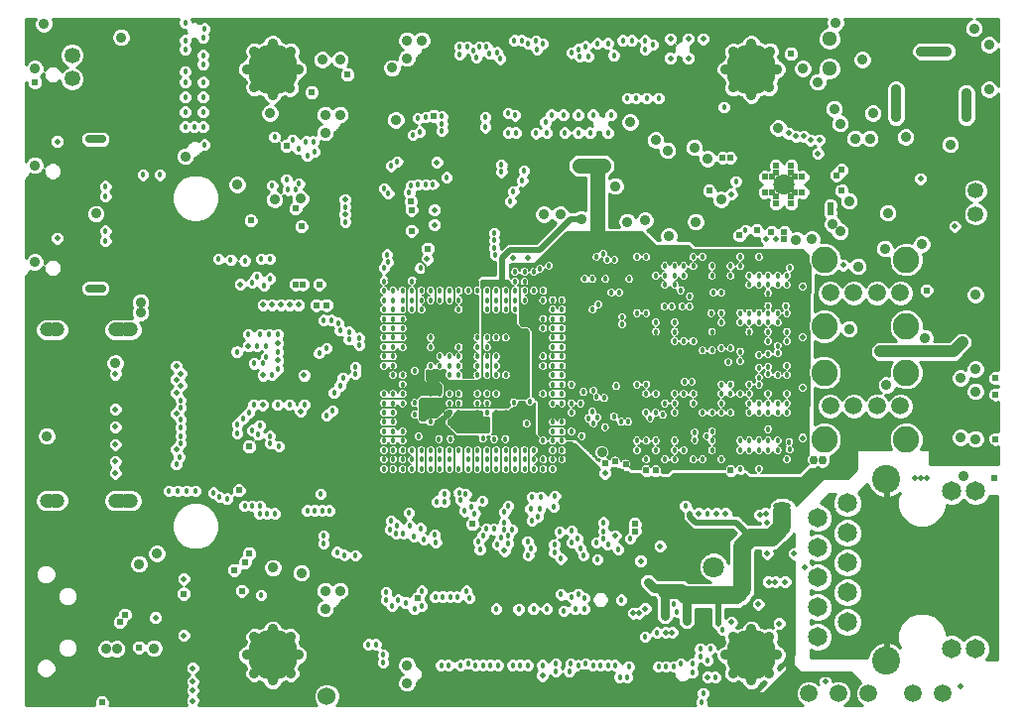
<source format=gbr>
G75*
G70*
%OFA0B0*%
%FSLAX24Y24*%
%IPPOS*%
%LPD*%
%AMOC8*
5,1,8,0,0,1.08239X$1,22.5*
%
%ADD10C,0.0356*%
%ADD11C,0.0600*%
%ADD12C,0.0531*%
%ADD13C,0.0510*%
%ADD14C,0.0709*%
%ADD15C,0.0238*%
%ADD16C,0.0472*%
%ADD17C,0.0277*%
%ADD18C,0.0591*%
%ADD19C,0.0886*%
%ADD20C,0.0650*%
%ADD21C,0.0945*%
%ADD22C,0.1699*%
%ADD23C,0.0180*%
%ADD24C,0.0237*%
%ADD25C,0.0354*%
%ADD26C,0.0198*%
%ADD27C,0.0295*%
%ADD28C,0.0100*%
%ADD29C,0.0050*%
%ADD30C,0.0060*%
%ADD31C,0.0200*%
%ADD32C,0.0300*%
%ADD33C,0.0500*%
%ADD34C,0.0400*%
%ADD35C,0.0600*%
D10*
X017770Y011471D03*
X018026Y012082D03*
X018636Y012338D03*
X019246Y012082D03*
X019502Y011471D03*
X019246Y010861D03*
X018636Y010605D03*
X018026Y010861D03*
X033852Y011471D03*
X034108Y012082D03*
X034719Y012338D03*
X035329Y012082D03*
X035585Y011471D03*
X035329Y010861D03*
X034719Y010605D03*
X034108Y010861D03*
X039579Y029539D03*
X039579Y029657D03*
X039579Y029775D03*
X039579Y029893D03*
X039579Y030012D03*
X039579Y030130D03*
X039579Y030248D03*
X039579Y030366D03*
X039579Y030484D03*
X040425Y031764D03*
X040504Y031764D03*
X040622Y031764D03*
X040740Y031764D03*
X040858Y031764D03*
X040976Y031764D03*
X041095Y031764D03*
X041213Y031764D03*
X041291Y031764D03*
X041941Y030366D03*
X041941Y030248D03*
X041941Y030130D03*
X041941Y030012D03*
X041941Y029893D03*
X041941Y029775D03*
X041941Y029657D03*
X041941Y029539D03*
X035585Y031156D03*
X035349Y031767D03*
X034719Y032023D03*
X034108Y031747D03*
X033852Y031156D03*
X034108Y030546D03*
X034719Y030290D03*
X035309Y030546D03*
X019502Y031156D03*
X019246Y031767D03*
X018636Y032023D03*
X018026Y031767D03*
X017770Y031156D03*
X018026Y030546D03*
X018636Y030290D03*
X019226Y030527D03*
D11*
X020452Y010082D03*
D12*
X042252Y026288D03*
X042252Y027075D03*
X011902Y030838D03*
X011902Y031625D03*
D13*
X037352Y031182D03*
X037352Y032182D03*
D14*
X035802Y027282D03*
X033452Y014432D03*
D15*
X035546Y026652D03*
X035546Y026888D03*
X035408Y027026D03*
X035172Y027026D03*
X035172Y027538D03*
X035408Y027538D03*
X035546Y027675D03*
X035546Y027912D03*
X036058Y027912D03*
X036058Y027675D03*
X036195Y027538D03*
X036432Y027538D03*
X036432Y027026D03*
X036195Y027026D03*
X036058Y026888D03*
X036058Y026652D03*
D16*
X013888Y022406D03*
X013770Y022406D03*
X013711Y022406D03*
X013554Y022406D03*
X013436Y022406D03*
X013337Y022406D03*
X011428Y022406D03*
X011310Y022406D03*
X011152Y022406D03*
X011034Y022406D03*
X011034Y016658D03*
X011152Y016658D03*
X011310Y016658D03*
X011428Y016667D03*
X013337Y016658D03*
X013436Y016658D03*
X013554Y016658D03*
X013711Y016658D03*
X013770Y016658D03*
X013888Y016658D03*
D17*
X012909Y023795D03*
X012830Y023795D03*
X012742Y023795D03*
X012643Y023795D03*
X012555Y023795D03*
X012476Y023795D03*
X012476Y028811D03*
X012555Y028811D03*
X012643Y028811D03*
X012742Y028811D03*
X012830Y028811D03*
X012909Y028811D03*
D18*
X036652Y010182D03*
X037652Y010182D03*
X038652Y010182D03*
X040152Y010182D03*
X041152Y010182D03*
X039732Y019840D03*
X038945Y019840D03*
X038157Y019840D03*
X037370Y019840D03*
X037370Y023640D03*
X038157Y023640D03*
X038945Y023640D03*
X039732Y023640D03*
D19*
X039929Y024762D03*
X039929Y022518D03*
X039929Y020962D03*
X039929Y018718D03*
X037173Y018718D03*
X037173Y020962D03*
X037173Y022518D03*
X037173Y024762D03*
D20*
X041452Y016982D03*
X042252Y016982D03*
X037952Y016582D03*
X037952Y015582D03*
X037952Y014582D03*
X037952Y013582D03*
X036952Y014082D03*
X036952Y015082D03*
X036952Y016082D03*
X036952Y013082D03*
X036952Y012082D03*
X037952Y012582D03*
X041452Y011682D03*
X042252Y011682D03*
D21*
X039252Y011282D03*
X039252Y017382D03*
D22*
X034723Y011475D03*
X018636Y011475D03*
X018636Y031160D03*
X034723Y031160D03*
D23*
X033802Y029882D03*
X031602Y030182D03*
X031202Y030182D03*
X030852Y030182D03*
X030552Y030182D03*
X030002Y029632D03*
X029402Y029632D03*
X028902Y029632D03*
X028402Y029632D03*
X028002Y029632D03*
X027802Y029382D03*
X027652Y029632D03*
X027852Y029032D03*
X027477Y029007D03*
X026802Y029032D03*
X026552Y029032D03*
X026777Y029607D03*
X026552Y029682D03*
X025777Y029557D03*
X025777Y029207D03*
X026327Y027957D03*
X026327Y027707D03*
X027077Y027757D03*
X027027Y027407D03*
X026727Y027057D03*
X026627Y026707D03*
X026077Y025657D03*
X026077Y025407D03*
X026077Y025157D03*
X026127Y024932D03*
X026786Y024343D03*
X027100Y024343D03*
X027100Y024028D03*
X026786Y024028D03*
X026786Y023713D03*
X027100Y023713D03*
X027100Y023398D03*
X026786Y023398D03*
X026786Y023083D03*
X027100Y023083D03*
X027415Y023083D03*
X027415Y023398D03*
X027415Y023713D03*
X027730Y023713D03*
X027730Y023398D03*
X027730Y023083D03*
X027730Y022768D03*
X027730Y022453D03*
X027730Y022138D03*
X027730Y021823D03*
X027730Y021508D03*
X027730Y021193D03*
X027730Y020878D03*
X027730Y020563D03*
X027730Y020248D03*
X028045Y020248D03*
X028045Y019933D03*
X028360Y019933D03*
X028360Y020248D03*
X028360Y020563D03*
X028045Y020563D03*
X028045Y020878D03*
X028045Y021193D03*
X028045Y021508D03*
X028045Y021823D03*
X028045Y022138D03*
X028045Y022453D03*
X028045Y022768D03*
X028045Y023083D03*
X028045Y023398D03*
X028360Y023398D03*
X028360Y023083D03*
X028360Y022768D03*
X028360Y022453D03*
X028360Y022138D03*
X028360Y021823D03*
X028360Y021508D03*
X028360Y021193D03*
X028360Y020878D03*
X028675Y020563D03*
X029077Y020307D03*
X029427Y020357D03*
X029532Y020142D03*
X029777Y020107D03*
X030177Y020507D03*
X030880Y020563D03*
X030880Y020248D03*
X031195Y020248D03*
X031510Y020248D03*
X031510Y020563D03*
X031825Y020563D03*
X032227Y020657D03*
X032477Y020657D03*
X032727Y020657D03*
X032770Y020248D03*
X033085Y020248D03*
X032770Y019933D03*
X032770Y019618D03*
X033085Y019618D03*
X033400Y019618D03*
X033715Y019618D03*
X034030Y019618D03*
X034030Y019933D03*
X034030Y020248D03*
X034345Y020248D03*
X034660Y020248D03*
X034974Y020248D03*
X034974Y019933D03*
X034660Y019933D03*
X034660Y019618D03*
X034974Y019618D03*
X035289Y019618D03*
X035289Y019933D03*
X035289Y020248D03*
X035604Y020248D03*
X035604Y019933D03*
X035604Y019618D03*
X035919Y019618D03*
X035919Y019933D03*
X035919Y020248D03*
X035919Y020878D03*
X035604Y020878D03*
X035289Y020917D03*
X035289Y021154D03*
X034974Y021114D03*
X034974Y020799D03*
X034974Y020563D03*
X034660Y020563D03*
X034030Y020563D03*
X033715Y020563D03*
X033715Y020248D03*
X033715Y019933D03*
X033400Y018988D03*
X033227Y018832D03*
X033400Y018673D03*
X033400Y018358D03*
X033400Y018043D03*
X033715Y018043D03*
X033715Y018358D03*
X034345Y018358D03*
X034660Y018358D03*
X034974Y018358D03*
X034974Y018673D03*
X034660Y018673D03*
X034345Y018673D03*
X035289Y018673D03*
X035289Y018358D03*
X035604Y018358D03*
X035604Y018673D03*
X035998Y018634D03*
X036002Y018382D03*
X035919Y018043D03*
X034974Y017729D03*
X034660Y017729D03*
X034345Y017729D03*
X033085Y018043D03*
X032770Y018043D03*
X032455Y018043D03*
X032140Y018043D03*
X031825Y018043D03*
X031510Y018043D03*
X031195Y018043D03*
X030880Y018043D03*
X030880Y018358D03*
X031195Y018358D03*
X031510Y018358D03*
X031825Y018358D03*
X032140Y018358D03*
X032455Y018358D03*
X032140Y018673D03*
X031510Y018673D03*
X031195Y018673D03*
X030880Y018673D03*
X030592Y019307D03*
X030342Y019307D03*
X030102Y019482D03*
X029802Y019132D03*
X029427Y019257D03*
X029552Y019457D03*
X029377Y019657D03*
X029252Y019432D03*
X028990Y019933D03*
X028675Y019933D03*
X028675Y019618D03*
X028360Y019303D03*
X028360Y018988D03*
X028360Y018673D03*
X028360Y018358D03*
X028360Y018043D03*
X028045Y018043D03*
X028045Y017729D03*
X027730Y017729D03*
X027730Y018043D03*
X027415Y018043D03*
X027415Y017729D03*
X027100Y017729D03*
X027100Y018043D03*
X026786Y018043D03*
X026786Y017729D03*
X026471Y017729D03*
X026471Y018043D03*
X026156Y018043D03*
X026156Y017729D03*
X025841Y017729D03*
X025841Y018043D03*
X025526Y018043D03*
X025526Y017729D03*
X025211Y017729D03*
X025211Y018043D03*
X025211Y018358D03*
X025526Y018358D03*
X025841Y018358D03*
X026156Y018358D03*
X026471Y018358D03*
X026786Y018358D03*
X027100Y018358D03*
X027415Y018358D03*
X027730Y018673D03*
X027730Y018988D03*
X027730Y019303D03*
X028045Y019303D03*
X028045Y018988D03*
X028045Y018673D03*
X028045Y018358D03*
X028675Y018988D03*
X029030Y018831D03*
X027282Y019982D03*
X026756Y019963D03*
X026786Y020248D03*
X026471Y020248D03*
X026471Y019933D03*
X026471Y019618D03*
X026756Y019648D03*
X026756Y019333D03*
X026471Y019303D03*
X026156Y019303D03*
X026156Y019618D03*
X026156Y019933D03*
X026156Y020248D03*
X025841Y020248D03*
X025841Y019933D03*
X025841Y019618D03*
X025841Y019303D03*
X025526Y019303D03*
X025526Y019618D03*
X025526Y019933D03*
X025526Y020248D03*
X025526Y020878D03*
X025841Y020878D03*
X026156Y020878D03*
X026471Y020878D03*
X026786Y020878D03*
X026471Y021193D03*
X026471Y021508D03*
X026471Y021823D03*
X026471Y022138D03*
X026786Y022138D03*
X026156Y022138D03*
X026156Y021823D03*
X026156Y021508D03*
X026156Y021193D03*
X025841Y021193D03*
X025841Y021508D03*
X025841Y021823D03*
X025841Y022138D03*
X025526Y022138D03*
X025526Y021823D03*
X025526Y021508D03*
X025526Y021193D03*
X024896Y021193D03*
X024896Y020878D03*
X024581Y020878D03*
X024581Y021193D03*
X024581Y021508D03*
X024896Y021508D03*
X024896Y021823D03*
X024896Y022138D03*
X024266Y021508D03*
X024266Y021193D03*
X024266Y020878D03*
X023951Y020878D03*
X023951Y021193D03*
X023951Y021508D03*
X023951Y021823D03*
X023951Y022138D03*
X023951Y023083D03*
X023951Y023398D03*
X023951Y023713D03*
X024266Y023713D03*
X024581Y023713D03*
X024896Y023713D03*
X025211Y023713D03*
X025526Y023713D03*
X025841Y023713D03*
X026156Y023713D03*
X026471Y023713D03*
X026471Y023398D03*
X026471Y023083D03*
X026156Y023083D03*
X026156Y023398D03*
X025841Y023398D03*
X025841Y023083D03*
X025526Y023083D03*
X025211Y023083D03*
X024896Y023083D03*
X024896Y023398D03*
X024581Y023398D03*
X024266Y023398D03*
X024266Y023083D03*
X024581Y023083D03*
X023636Y023083D03*
X023636Y023398D03*
X023636Y023713D03*
X023321Y023713D03*
X023321Y024028D03*
X023006Y023713D03*
X022691Y023713D03*
X022376Y023713D03*
X022376Y024028D03*
X022377Y024482D03*
X022502Y024682D03*
X022477Y024932D03*
X023602Y024482D03*
X023321Y023398D03*
X023006Y023398D03*
X022691Y023398D03*
X022376Y023398D03*
X022376Y023083D03*
X022691Y023083D03*
X023006Y023083D03*
X023321Y023083D03*
X023006Y022768D03*
X022691Y022768D03*
X022376Y022768D03*
X022376Y022453D03*
X022376Y022138D03*
X022376Y021823D03*
X022376Y021508D03*
X022376Y021193D03*
X022691Y021193D03*
X022691Y020878D03*
X023006Y020878D03*
X023006Y020563D03*
X023006Y020248D03*
X023006Y019933D03*
X023006Y019618D03*
X023006Y019303D03*
X023006Y018988D03*
X023006Y018673D03*
X023006Y018358D03*
X023006Y018043D03*
X023006Y017729D03*
X022691Y017729D03*
X022691Y018043D03*
X022376Y018043D03*
X022376Y017729D03*
X022376Y018358D03*
X022691Y018358D03*
X022691Y018673D03*
X022376Y018673D03*
X022376Y018988D03*
X022691Y018988D03*
X022691Y019303D03*
X022376Y019303D03*
X022376Y019618D03*
X022691Y019618D03*
X022691Y019933D03*
X022376Y019933D03*
X022376Y020248D03*
X022691Y020248D03*
X023422Y019942D03*
X023422Y019562D03*
X023951Y019618D03*
X023951Y019303D03*
X024266Y019303D03*
X024581Y019303D03*
X024896Y019303D03*
X024896Y019618D03*
X024581Y019618D03*
X024266Y019618D03*
X024266Y019933D03*
X024581Y019933D03*
X024896Y019933D03*
X024896Y020248D03*
X024581Y020248D03*
X024266Y020248D03*
X023951Y020248D03*
X023951Y019933D03*
X023542Y018822D03*
X023636Y018358D03*
X023636Y018043D03*
X023636Y017729D03*
X023951Y017729D03*
X023951Y018043D03*
X024266Y018043D03*
X024266Y017729D03*
X024581Y017729D03*
X024581Y018043D03*
X024581Y018358D03*
X024896Y018358D03*
X024612Y018732D03*
X024232Y018732D03*
X024266Y018358D03*
X023951Y018358D03*
X023321Y018358D03*
X023321Y018043D03*
X023321Y017729D03*
X024402Y016882D03*
X024402Y016632D03*
X024152Y016632D03*
X024952Y016682D03*
X024902Y016932D03*
X025127Y016882D03*
X025327Y016457D03*
X025427Y016232D03*
X025077Y016307D03*
X025677Y016657D03*
X026427Y016282D03*
X026552Y016482D03*
X026427Y015932D03*
X026427Y015682D03*
X026552Y015482D03*
X026677Y015682D03*
X026302Y015407D03*
X026177Y015182D03*
X026552Y015232D03*
X027202Y015282D03*
X027302Y015057D03*
X027227Y014832D03*
X028102Y014932D03*
X028102Y015182D03*
X028277Y015607D03*
X028677Y015657D03*
X028877Y015382D03*
X028677Y015257D03*
X028977Y015057D03*
X029077Y014832D03*
X029552Y014682D03*
X029527Y015257D03*
X029752Y015382D03*
X029752Y015632D03*
X029752Y015932D03*
X029902Y015182D03*
X030252Y015032D03*
X030652Y015382D03*
X032502Y016482D03*
X033252Y016232D03*
X032827Y018697D03*
X032827Y018947D03*
X032140Y019618D03*
X032140Y019933D03*
X031825Y019933D03*
X031746Y019540D03*
X031510Y019618D03*
X031327Y019432D03*
X031185Y019628D03*
X032140Y020248D03*
X032455Y020248D03*
X031195Y020563D03*
X031825Y022020D03*
X031825Y022335D03*
X032140Y022335D03*
X032140Y022650D03*
X032455Y022335D03*
X032455Y022020D03*
X032770Y022020D03*
X033085Y021705D03*
X033400Y021705D03*
X033715Y021784D03*
X034030Y021784D03*
X034345Y021666D03*
X034345Y021351D03*
X033951Y021311D03*
X034974Y021547D03*
X035289Y021587D03*
X035604Y021626D03*
X035604Y021862D03*
X035289Y022020D03*
X035289Y022335D03*
X034974Y022335D03*
X034660Y022335D03*
X034660Y022650D03*
X034974Y022650D03*
X034974Y022965D03*
X034660Y022965D03*
X034345Y022965D03*
X034345Y022650D03*
X033715Y022650D03*
X033715Y022965D03*
X033370Y022965D03*
X033400Y022650D03*
X033400Y022335D03*
X033715Y022335D03*
X032652Y023182D03*
X032402Y023182D03*
X032052Y023182D03*
X031802Y023182D03*
X031510Y022650D03*
X031510Y022335D03*
X031195Y022335D03*
X030880Y022335D03*
X030377Y022582D03*
X030377Y022832D03*
X030880Y022965D03*
X031195Y022965D03*
X031825Y023910D03*
X031825Y024225D03*
X031825Y024540D03*
X031825Y024854D03*
X032140Y024854D03*
X032140Y024540D03*
X032455Y024540D03*
X032770Y024540D03*
X032770Y024854D03*
X033085Y024854D03*
X033400Y024854D03*
X033400Y024540D03*
X033400Y024225D03*
X033252Y023782D03*
X033452Y023657D03*
X033702Y023657D03*
X034030Y024225D03*
X034030Y024540D03*
X034345Y024540D03*
X034345Y024854D03*
X034660Y024854D03*
X034974Y024854D03*
X035289Y024854D03*
X035289Y024225D03*
X034974Y024225D03*
X034660Y024225D03*
X034660Y023910D03*
X034974Y023910D03*
X035289Y023910D03*
X035289Y023634D03*
X035604Y023910D03*
X035604Y024225D03*
X035919Y024225D03*
X036027Y024482D03*
X035919Y023910D03*
X035880Y023201D03*
X035919Y022965D03*
X035604Y022965D03*
X035289Y022965D03*
X035289Y023201D03*
X035289Y022650D03*
X035604Y022650D03*
X035604Y022335D03*
X035919Y022335D03*
X035919Y022020D03*
X035919Y021193D03*
X035289Y019067D03*
X032140Y022020D03*
X032652Y023532D03*
X032352Y023732D03*
X032140Y023910D03*
X032140Y024225D03*
X032455Y024225D03*
X032770Y024225D03*
X033715Y024854D03*
X034527Y025757D03*
X034202Y027392D03*
X031510Y024854D03*
X031195Y024854D03*
X030880Y024854D03*
X030852Y024382D03*
X030627Y024107D03*
X030277Y023657D03*
X030027Y023657D03*
X029827Y024107D03*
X029377Y024107D03*
X029127Y024107D03*
X029527Y024857D03*
X029752Y024957D03*
X029877Y024757D03*
X030127Y024757D03*
X030552Y025482D03*
X031510Y024225D03*
X029577Y023257D03*
X029397Y023087D03*
X027927Y024557D03*
X027627Y024457D03*
X027415Y024343D03*
X024477Y027532D03*
X024027Y027282D03*
X023777Y027282D03*
X023527Y027282D03*
X023277Y027257D03*
X023227Y027007D03*
X022527Y026982D03*
X022377Y027157D03*
X022627Y027907D03*
X022827Y028057D03*
X023352Y028957D03*
X023577Y029057D03*
X023527Y029507D03*
X023777Y029557D03*
X024327Y029582D03*
X024327Y029332D03*
X024327Y029082D03*
X024927Y031657D03*
X024927Y031907D03*
X025177Y031907D03*
X025377Y031782D03*
X025577Y031907D03*
X025827Y031907D03*
X025927Y031682D03*
X026177Y031732D03*
X026277Y031507D03*
X026752Y032132D03*
X027002Y032132D03*
X027227Y032032D03*
X027477Y032107D03*
X027702Y032007D03*
X027527Y031832D03*
X028677Y031707D03*
X028902Y031832D03*
X028952Y031582D03*
X029252Y031582D03*
X029152Y031932D03*
X029552Y032032D03*
X029902Y032032D03*
X030102Y031632D03*
X030402Y032132D03*
X030702Y032132D03*
X031152Y032132D03*
X031402Y031982D03*
X031152Y031832D03*
X029902Y029032D03*
X029302Y029032D03*
X028902Y029032D03*
X028452Y029032D03*
X025477Y031557D03*
X020052Y028382D03*
X019802Y028257D03*
X019502Y028482D03*
X019752Y028732D03*
X020002Y028732D03*
X019302Y028782D03*
X018702Y028882D03*
X019102Y027457D03*
X019152Y027107D03*
X019402Y027107D03*
X019527Y027307D03*
X018627Y027257D03*
X021077Y026532D03*
X021077Y026032D03*
X022527Y026432D03*
X018552Y024782D03*
X018252Y024782D03*
X017702Y024732D03*
X017232Y024752D03*
X016825Y024776D03*
X017952Y023982D03*
X018102Y024182D03*
X018352Y023882D03*
X018552Y024132D03*
X020352Y022732D03*
X020602Y022732D03*
X020852Y022632D03*
X020902Y022382D03*
X021202Y022332D03*
X021202Y022082D03*
X021552Y022132D03*
X021552Y021882D03*
X021422Y021142D03*
X021422Y020912D03*
X021002Y020782D03*
X020902Y020532D03*
X020702Y020282D03*
X020652Y019682D03*
X020452Y019532D03*
X019702Y019882D03*
X019202Y019877D03*
X018802Y019882D03*
X018002Y019882D03*
X017852Y019632D03*
X017652Y019432D03*
X017452Y019232D03*
X017452Y018932D03*
X017952Y019032D03*
X018152Y018882D03*
X018202Y019182D03*
X018552Y018832D03*
X018552Y018582D03*
X018852Y018482D03*
X020252Y016882D03*
X020302Y016332D03*
X020552Y016332D03*
X020052Y016332D03*
X019802Y016332D03*
X020352Y015482D03*
X020352Y015232D03*
X020802Y014932D03*
X021052Y014832D03*
X021427Y014812D03*
X022577Y015682D03*
X022777Y015557D03*
X023027Y015557D03*
X023252Y015812D03*
X023602Y015732D03*
X023377Y015457D03*
X023727Y015357D03*
X024077Y015507D03*
X024127Y015257D03*
X022802Y015832D03*
X022627Y015982D03*
X023212Y016242D03*
X024896Y017729D03*
X025702Y018742D03*
X026082Y018732D03*
X026462Y018732D03*
X027172Y019252D03*
X027352Y016782D03*
X027652Y016782D03*
X027602Y016382D03*
X027552Y016132D03*
X027352Y015982D03*
X027302Y016382D03*
X028077Y016457D03*
X028127Y016807D03*
X026077Y015707D03*
X025827Y015707D03*
X025702Y015482D03*
X025552Y015282D03*
X025602Y015032D03*
X025152Y013632D03*
X025252Y013382D03*
X024852Y013432D03*
X024602Y013432D03*
X024352Y013432D03*
X024102Y013432D03*
X023652Y013632D03*
X023652Y013132D03*
X023402Y013032D03*
X023102Y013232D03*
X022852Y013332D03*
X022652Y013132D03*
X022452Y013332D03*
X022452Y013582D03*
X022102Y011832D03*
X021852Y011832D03*
X022352Y011482D03*
X022352Y011232D03*
X024302Y011132D03*
X024552Y011132D03*
X024952Y011132D03*
X025202Y011182D03*
X025452Y011132D03*
X025702Y011132D03*
X025952Y011132D03*
X026202Y011132D03*
X026702Y011132D03*
X026952Y011132D03*
X027202Y011132D03*
X027702Y011132D03*
X028152Y011182D03*
X028152Y010932D03*
X028602Y010932D03*
X028652Y011182D03*
X028902Y011132D03*
X029152Y011182D03*
X029402Y011132D03*
X029652Y011132D03*
X029902Y011132D03*
X030152Y011132D03*
X030302Y010732D03*
X030552Y010732D03*
X030602Y011082D03*
X031602Y011082D03*
X031852Y011082D03*
X032102Y011082D03*
X032352Y011182D03*
X032752Y011182D03*
X032752Y010882D03*
X033252Y011282D03*
X033002Y011432D03*
X033002Y011682D03*
X033352Y011682D03*
X033752Y012332D03*
X032202Y012932D03*
X032102Y013182D03*
X031552Y012232D03*
X031152Y012082D03*
X030352Y013332D03*
X029102Y013382D03*
X028902Y013507D03*
X028677Y013407D03*
X028327Y013507D03*
X028427Y012957D03*
X028802Y013032D03*
X029102Y013032D03*
X027852Y013032D03*
X027402Y013032D03*
X026902Y013007D03*
X026152Y013032D03*
X028327Y014707D03*
X033502Y010732D03*
X033102Y010182D03*
X033052Y009882D03*
X023422Y021022D03*
X023006Y021193D03*
X022691Y021508D03*
X022691Y021823D03*
X022691Y022138D03*
X022691Y022453D03*
X023006Y022453D03*
X023006Y022138D03*
X023006Y021823D03*
X020452Y021782D03*
X020202Y021632D03*
X018813Y021666D03*
X018419Y021862D03*
X018124Y021862D03*
X018223Y022256D03*
X018518Y022256D03*
X018813Y022256D03*
X018419Y021469D03*
X018321Y021272D03*
X018026Y021272D03*
X018616Y020878D03*
X018813Y021075D03*
X017829Y022256D03*
X017435Y021666D03*
X015552Y020032D03*
X015552Y019782D03*
X015552Y019382D03*
X015552Y019132D03*
X015552Y018832D03*
X015552Y018582D03*
X015502Y018132D03*
X015402Y017882D03*
X015452Y016982D03*
X015752Y016982D03*
X016052Y016982D03*
X016652Y016932D03*
X016852Y016782D03*
X017102Y016732D03*
X017702Y016482D03*
X017952Y016482D03*
X018202Y016482D03*
X018202Y016232D03*
X018452Y016232D03*
X018702Y016232D03*
X018252Y013482D03*
X015152Y016982D03*
X013027Y025382D03*
X013027Y025732D03*
X013027Y026882D03*
X013027Y027232D03*
X014277Y027607D03*
X014852Y027607D03*
X016352Y028632D03*
X016302Y029232D03*
X016002Y029232D03*
X015702Y029232D03*
X015702Y029732D03*
X016302Y029732D03*
X016302Y030232D03*
X016302Y030732D03*
X016302Y031332D03*
X016302Y031632D03*
X016302Y032232D03*
X016352Y032532D03*
X015702Y032732D03*
X015702Y032132D03*
X015702Y031832D03*
X015702Y031082D03*
X015702Y030732D03*
X015702Y030232D03*
D24*
X019102Y028582D03*
X019952Y030382D03*
X021152Y030982D03*
X024052Y029582D03*
X023277Y026732D03*
X023302Y026432D03*
X023302Y025732D03*
X023852Y025132D03*
X020202Y023932D03*
X019652Y023932D03*
X019402Y023932D03*
X020102Y023232D03*
X020452Y023232D03*
X019602Y025882D03*
X019402Y026482D03*
X018252Y026182D03*
X017902Y026082D03*
X010644Y030721D03*
X017852Y018482D03*
X018252Y018482D03*
X018552Y017007D03*
X017502Y017007D03*
X017852Y014882D03*
X017702Y014582D03*
X017402Y014632D03*
X017352Y014332D03*
X017252Y013732D03*
X017602Y013632D03*
X015652Y013532D03*
X013677Y012832D03*
X013502Y012582D03*
X014152Y011732D03*
X014402Y009882D03*
X012902Y009882D03*
X022152Y013582D03*
X023052Y013582D03*
X023502Y013382D03*
X025352Y015882D03*
X029802Y017932D03*
X030152Y017982D03*
X030102Y017682D03*
X030352Y017632D03*
X030502Y017882D03*
X031195Y017679D03*
X031510Y017679D03*
X031825Y017679D03*
X030802Y015882D03*
X030802Y015632D03*
X034030Y017689D03*
X035289Y017689D03*
X040602Y023732D03*
X042927Y020782D03*
X042927Y020232D03*
X042927Y018732D03*
X042877Y017407D03*
X035832Y025442D03*
X035832Y025682D03*
X035392Y025682D03*
X034902Y025742D03*
X034327Y025582D03*
X033302Y027082D03*
X033762Y028182D03*
X034002Y028182D03*
X037382Y026582D03*
X037382Y026337D03*
X037752Y027082D03*
X037582Y027602D03*
X037752Y027772D03*
X036052Y031682D03*
X029052Y010882D03*
D25*
X023652Y010532D03*
X023152Y010532D03*
X023152Y011132D03*
X020902Y013032D03*
X020402Y013032D03*
X020402Y013632D03*
X020902Y013632D03*
X019602Y014232D03*
X018652Y014407D03*
X016902Y012132D03*
X014652Y011701D03*
X013402Y011682D03*
X013052Y011682D03*
X014152Y014532D03*
X014752Y014882D03*
X011052Y018832D03*
X013352Y021282D03*
X014202Y022982D03*
X014202Y023332D03*
X014352Y024232D03*
X012702Y026303D03*
X010652Y024682D03*
X010652Y027932D03*
X010652Y031182D03*
X010952Y032682D03*
X013552Y032232D03*
X017452Y029882D03*
X018552Y029682D03*
X018002Y028332D03*
X017452Y027282D03*
X016302Y028232D03*
X015702Y028232D03*
X018702Y026782D03*
X019577Y026807D03*
X020402Y029032D03*
X020902Y029032D03*
X020902Y029632D03*
X020402Y029632D03*
X020302Y031482D03*
X020902Y031482D03*
X021227Y032682D03*
X019602Y032682D03*
X019252Y032682D03*
X022652Y031207D03*
X023152Y031532D03*
X023652Y031532D03*
X023652Y032132D03*
X023152Y032132D03*
X022777Y029457D03*
X027902Y026832D03*
X027752Y026282D03*
X028302Y026282D03*
X029002Y026132D03*
X030552Y026032D03*
X031152Y026082D03*
X031952Y025557D03*
X032852Y026032D03*
X033702Y026782D03*
X033252Y028157D03*
X032802Y028532D03*
X031902Y028432D03*
X031502Y028782D03*
X031052Y028482D03*
X030652Y029382D03*
X029752Y027932D03*
X028952Y027932D03*
X030152Y027232D03*
X035627Y029182D03*
X036952Y030282D03*
X036952Y030732D03*
X036452Y031182D03*
X037502Y029832D03*
X037702Y029332D03*
X038202Y028832D03*
X038702Y028832D03*
X038802Y029682D03*
X039902Y028882D03*
X041402Y028632D03*
X042702Y030482D03*
X042702Y031982D03*
X042202Y032532D03*
X038452Y031482D03*
X037552Y032732D03*
X038002Y026732D03*
X037452Y025957D03*
X037702Y025707D03*
X036752Y025457D03*
X036222Y025432D03*
X038302Y024532D03*
X039202Y025132D03*
X040452Y025282D03*
X039302Y026332D03*
X042252Y023582D03*
X041802Y021982D03*
X042252Y021082D03*
X041752Y020782D03*
X042252Y020332D03*
X042252Y018732D03*
X041752Y018782D03*
X041852Y017482D03*
X041652Y016282D03*
X042152Y015782D03*
X042652Y016282D03*
X042852Y015332D03*
X042652Y014532D03*
X042152Y014032D03*
X042652Y013532D03*
X042152Y013032D03*
X041652Y013532D03*
X040952Y013982D03*
X041152Y014532D03*
X041502Y015282D03*
X040652Y015282D03*
X040052Y014932D03*
X039952Y015582D03*
X039252Y015682D03*
X038652Y016032D03*
X039252Y016432D03*
X038652Y016782D03*
X038652Y015282D03*
X039252Y014932D03*
X038652Y014282D03*
X038652Y013282D03*
X039252Y013432D03*
X039902Y013782D03*
X039902Y013032D03*
X039252Y012432D03*
X038652Y012282D03*
X040902Y013032D03*
X041652Y012532D03*
X042402Y012282D03*
X042852Y012782D03*
X041152Y015782D03*
X039262Y020542D03*
X039052Y021682D03*
X040552Y022132D03*
X038002Y022432D03*
X029702Y018282D03*
X035952Y010632D03*
X035952Y010232D03*
X016952Y024082D03*
D26*
X017552Y023932D03*
X018321Y023240D03*
X018616Y023240D03*
X018911Y023240D03*
X019207Y023240D03*
X019502Y023240D03*
X018813Y021961D03*
X018813Y021370D03*
X018321Y020878D03*
X018302Y019882D03*
X019581Y019658D03*
X019699Y020878D03*
X017829Y021862D03*
X015552Y020932D03*
X015402Y020732D03*
X015552Y020532D03*
X015402Y020282D03*
X015402Y019582D03*
X015402Y018382D03*
X013502Y017282D03*
X013352Y017582D03*
X013352Y017982D03*
X013352Y018547D03*
X013352Y019138D03*
X013352Y019729D03*
X013352Y020910D03*
X013152Y021782D03*
X015402Y021182D03*
X011402Y025482D03*
X011402Y028732D03*
X021077Y026782D03*
X021077Y026282D03*
X022527Y025832D03*
X022527Y025632D03*
X023827Y024782D03*
X024077Y025932D03*
X024077Y026432D03*
X024077Y027032D03*
X024152Y028032D03*
X027327Y025732D03*
X028202Y025032D03*
X027227Y024807D03*
X026727Y024807D03*
X034052Y026962D03*
X035227Y025457D03*
X035542Y025452D03*
X036452Y024697D03*
X036452Y023857D03*
X036452Y023007D03*
X036452Y022157D03*
X036452Y021307D03*
X036452Y020457D03*
X036452Y019607D03*
X036452Y018767D03*
X036227Y018082D03*
X035952Y016482D03*
X035752Y016482D03*
X035552Y016482D03*
X035202Y016232D03*
X035002Y016182D03*
X035252Y015932D03*
X035252Y014882D03*
X036152Y014882D03*
X036502Y014432D03*
X035852Y013932D03*
X035502Y013932D03*
X035302Y013932D03*
X034952Y013182D03*
X034452Y013382D03*
X034052Y012582D03*
X033602Y012532D03*
X032552Y012632D03*
X032052Y012232D03*
X031852Y012232D03*
X031802Y012782D03*
X031152Y013032D03*
X030952Y012882D03*
X030752Y012882D03*
X031252Y013932D03*
X031002Y014632D03*
X031652Y015132D03*
X032652Y016232D03*
X032952Y016232D03*
X033552Y016232D03*
X033852Y016232D03*
X030152Y015482D03*
X029802Y017582D03*
X026427Y014982D03*
X024852Y016432D03*
X027702Y010782D03*
X033252Y010732D03*
X035652Y012532D03*
X037202Y010582D03*
X041752Y010432D03*
X040602Y017432D03*
X040402Y017432D03*
X040202Y017432D03*
X037802Y024582D03*
X040402Y027482D03*
X041552Y025882D03*
X037002Y028782D03*
X036702Y028782D03*
X036477Y028907D03*
X036227Y028907D03*
X035977Y029007D03*
X036952Y028332D03*
X032602Y031532D03*
X032002Y031532D03*
X032002Y032182D03*
X032602Y032182D03*
X033102Y032182D03*
X033502Y032182D03*
X015652Y014032D03*
X014702Y012732D03*
X015652Y012132D03*
X015952Y011032D03*
X015952Y010582D03*
X015952Y010282D03*
X015952Y009932D03*
D27*
X036802Y018032D03*
X037102Y018032D03*
D28*
X010352Y024211D02*
X010352Y009782D01*
X012652Y009782D01*
X012633Y009828D01*
X012633Y009935D01*
X012674Y010034D01*
X012749Y010109D01*
X012848Y010150D01*
X012955Y010150D01*
X013054Y010109D01*
X013129Y010034D01*
X013170Y009935D01*
X013170Y009828D01*
X013151Y009782D01*
X015749Y009782D01*
X015741Y009791D01*
X015703Y009882D01*
X015703Y009981D01*
X015741Y010073D01*
X015774Y010107D01*
X015741Y010141D01*
X015703Y010232D01*
X015703Y010331D01*
X015741Y010423D01*
X015749Y010432D01*
X015741Y010441D01*
X015703Y010532D01*
X015703Y010631D01*
X015741Y010723D01*
X015811Y010793D01*
X015844Y010807D01*
X015811Y010821D01*
X015741Y010891D01*
X015703Y010982D01*
X015703Y011081D01*
X015741Y011173D01*
X015811Y011243D01*
X015902Y011281D01*
X016001Y011281D01*
X016093Y011243D01*
X016163Y011173D01*
X016201Y011081D01*
X016201Y010982D01*
X016163Y010891D01*
X016093Y010821D01*
X016059Y010807D01*
X016093Y010793D01*
X016163Y010723D01*
X016201Y010631D01*
X016201Y010532D01*
X016163Y010441D01*
X016154Y010432D01*
X016163Y010423D01*
X016201Y010331D01*
X016201Y010232D01*
X016163Y010141D01*
X016129Y010107D01*
X016163Y010073D01*
X016201Y009981D01*
X016201Y009882D01*
X016163Y009791D01*
X016154Y009782D01*
X020115Y009782D01*
X020070Y009827D01*
X020002Y009992D01*
X020002Y010171D01*
X016175Y010171D01*
X016163Y010072D02*
X020002Y010072D01*
X020009Y009974D02*
X016201Y009974D01*
X016198Y009875D02*
X020050Y009875D01*
X020002Y010171D02*
X020070Y010337D01*
X020197Y010463D01*
X020362Y010532D01*
X020541Y010532D01*
X020707Y010463D01*
X020833Y010337D01*
X020902Y010171D01*
X032862Y010171D01*
X032862Y010134D02*
X032892Y010061D01*
X032848Y010018D01*
X032812Y009929D01*
X032812Y009834D01*
X032833Y009782D01*
X020788Y009782D01*
X020833Y009827D01*
X020902Y009992D01*
X020902Y010171D01*
X020902Y010072D02*
X032887Y010072D01*
X032862Y010134D02*
X032862Y010229D01*
X032898Y010318D01*
X032966Y010385D01*
X033054Y010422D01*
X033149Y010422D01*
X033238Y010385D01*
X033305Y010318D01*
X033342Y010229D01*
X033342Y010134D01*
X033305Y010046D01*
X033261Y010002D01*
X033292Y009929D01*
X033292Y009834D01*
X033270Y009782D01*
X034852Y009782D01*
X034852Y010182D01*
X035221Y010551D01*
X035162Y010575D01*
X035040Y010525D01*
X034997Y010419D01*
X034904Y010327D01*
X034784Y010277D01*
X034653Y010277D01*
X034533Y010327D01*
X034440Y010419D01*
X034395Y010529D01*
X034279Y010577D01*
X034174Y010533D01*
X034043Y010533D01*
X033922Y010583D01*
X033830Y010675D01*
X033780Y010796D01*
X033780Y010926D01*
X033824Y011032D01*
X033776Y011148D01*
X033667Y011193D01*
X033574Y011286D01*
X033524Y011406D01*
X033524Y011515D01*
X033488Y011478D01*
X033422Y011451D01*
X033455Y011418D01*
X033492Y011329D01*
X033492Y011234D01*
X033455Y011146D01*
X033388Y011078D01*
X033299Y011042D01*
X033204Y011042D01*
X033116Y011078D01*
X033048Y011146D01*
X033029Y011192D01*
X032992Y011192D01*
X032992Y011134D01*
X032955Y011046D01*
X032941Y011032D01*
X032955Y011018D01*
X032992Y010929D01*
X032992Y010834D01*
X032955Y010746D01*
X032888Y010678D01*
X032799Y010642D01*
X032704Y010642D01*
X032644Y010667D01*
X032565Y010588D01*
X032459Y010544D01*
X032344Y010544D01*
X032239Y010588D01*
X032158Y010669D01*
X032114Y010774D01*
X032114Y010842D01*
X032054Y010842D01*
X031977Y010874D01*
X031899Y010842D01*
X031804Y010842D01*
X031727Y010874D01*
X031649Y010842D01*
X031554Y010842D01*
X031466Y010878D01*
X031398Y010946D01*
X031362Y011034D01*
X031362Y011129D01*
X031398Y011218D01*
X031466Y011285D01*
X031554Y011322D01*
X031649Y011322D01*
X031727Y011290D01*
X031804Y011322D01*
X031899Y011322D01*
X031977Y011290D01*
X032054Y011322D01*
X032149Y011322D01*
X032151Y011321D01*
X032216Y011385D01*
X032304Y011422D01*
X032399Y011422D01*
X032488Y011385D01*
X032552Y011321D01*
X032616Y011385D01*
X032704Y011422D01*
X032762Y011422D01*
X032762Y011479D01*
X032794Y011557D01*
X032762Y011634D01*
X032762Y011729D01*
X032798Y011818D01*
X032866Y011885D01*
X032954Y011922D01*
X033049Y011922D01*
X033138Y011885D01*
X033177Y011846D01*
X033177Y011846D01*
X033216Y011885D01*
X033304Y011922D01*
X033399Y011922D01*
X033488Y011885D01*
X033555Y011818D01*
X033592Y011729D01*
X033592Y011675D01*
X033667Y011750D01*
X033772Y011793D01*
X033822Y011914D01*
X033780Y012016D01*
X033780Y012092D01*
X033704Y012092D01*
X033616Y012128D01*
X033548Y012196D01*
X033513Y012282D01*
X033498Y012282D01*
X033352Y012428D01*
X033352Y013032D01*
X032852Y013032D01*
X032852Y012507D01*
X032676Y012332D01*
X032427Y012332D01*
X032252Y012507D01*
X032252Y012693D01*
X032249Y012692D01*
X032154Y012692D01*
X032102Y012713D01*
X032102Y012657D01*
X031926Y012482D01*
X031677Y012482D01*
X031502Y012657D01*
X031502Y013366D01*
X031436Y013432D01*
X031327Y013432D01*
X030952Y013807D01*
X030952Y014056D01*
X031127Y014232D01*
X031376Y014232D01*
X031576Y014032D01*
X031636Y014032D01*
X032186Y014032D01*
X032517Y014032D01*
X032617Y013932D01*
X033341Y013932D01*
X033166Y014004D01*
X033024Y014146D01*
X032947Y014331D01*
X032947Y014532D01*
X033024Y014717D01*
X033166Y014859D01*
X033351Y014936D01*
X033552Y014936D01*
X033737Y014859D01*
X033879Y014717D01*
X033952Y014542D01*
X033952Y015318D01*
X034207Y015573D01*
X034098Y015682D01*
X032955Y015682D01*
X032748Y015682D01*
X032548Y015882D01*
X032402Y016028D01*
X032402Y016263D01*
X032366Y016278D01*
X032298Y016346D01*
X032262Y016434D01*
X032262Y016529D01*
X032298Y016618D01*
X032366Y016685D01*
X032454Y016722D01*
X032549Y016722D01*
X032638Y016685D01*
X032705Y016618D01*
X032742Y016529D01*
X032742Y016482D01*
X032755Y016482D01*
X032802Y016434D01*
X032811Y016443D01*
X032902Y016481D01*
X033001Y016481D01*
X033093Y016443D01*
X033108Y016427D01*
X033116Y016435D01*
X033204Y016472D01*
X033299Y016472D01*
X033388Y016435D01*
X033395Y016427D01*
X033411Y016443D01*
X033502Y016481D01*
X033601Y016481D01*
X033693Y016443D01*
X033702Y016434D01*
X033711Y016443D01*
X033802Y016481D01*
X033901Y016481D01*
X033993Y016443D01*
X034063Y016373D01*
X034101Y016281D01*
X034101Y016182D01*
X034100Y016182D01*
X034305Y016182D01*
X034452Y016035D01*
X034605Y015882D01*
X035003Y015882D01*
X035003Y015882D01*
X035003Y015933D01*
X034952Y015933D01*
X034861Y015971D01*
X034791Y016041D01*
X034753Y016132D01*
X034753Y016231D01*
X034791Y016323D01*
X034861Y016393D01*
X034952Y016431D01*
X035048Y016431D01*
X035061Y016443D01*
X035152Y016481D01*
X035251Y016481D01*
X035302Y016460D01*
X035302Y016518D01*
X035302Y016585D01*
X035448Y016732D01*
X035515Y016732D01*
X035565Y016782D01*
X035938Y016782D01*
X035988Y016732D01*
X036055Y016732D01*
X036202Y016585D01*
X036202Y016532D01*
X037102Y017432D01*
X037952Y017432D01*
X038252Y017732D01*
X038252Y018382D01*
X039427Y018382D01*
X039426Y018382D01*
X039336Y018600D01*
X039336Y018836D01*
X039426Y019054D01*
X039593Y019220D01*
X039811Y019311D01*
X040047Y019311D01*
X040265Y019220D01*
X040431Y019054D01*
X040522Y018836D01*
X040522Y018600D01*
X040431Y018382D01*
X040431Y018382D01*
X040702Y018382D01*
X040702Y017882D01*
X043007Y017882D01*
X043007Y018474D01*
X042980Y018463D01*
X042873Y018463D01*
X042774Y018504D01*
X042699Y018579D01*
X042658Y018678D01*
X042658Y018785D01*
X042699Y018884D01*
X042774Y018959D01*
X042873Y019000D01*
X042980Y019000D01*
X043007Y018989D01*
X043007Y019974D01*
X042980Y019963D01*
X042873Y019963D01*
X042774Y020004D01*
X042699Y020079D01*
X042658Y020178D01*
X042658Y020285D01*
X042699Y020384D01*
X042774Y020459D01*
X042873Y020500D01*
X042980Y020500D01*
X043007Y020489D01*
X043007Y020524D01*
X042980Y020513D01*
X042873Y020513D01*
X042774Y020554D01*
X042699Y020629D01*
X042658Y020728D01*
X042658Y020835D01*
X042699Y020934D01*
X042774Y021009D01*
X042873Y021050D01*
X042980Y021050D01*
X043007Y021039D01*
X043007Y030363D01*
X042979Y030296D01*
X042887Y030204D01*
X042767Y030154D01*
X042637Y030154D01*
X042516Y030204D01*
X042424Y030296D01*
X042374Y030417D01*
X042374Y030547D01*
X042424Y030667D01*
X042516Y030759D01*
X042637Y030809D01*
X042767Y030809D01*
X042887Y030759D01*
X042979Y030667D01*
X043007Y030600D01*
X043007Y031863D01*
X042979Y031796D01*
X042887Y031704D01*
X042767Y031654D01*
X042637Y031654D01*
X042516Y031704D01*
X042424Y031796D01*
X042374Y031917D01*
X042374Y032047D01*
X042424Y032167D01*
X042516Y032259D01*
X042637Y032309D01*
X042767Y032309D01*
X042887Y032259D01*
X042979Y032167D01*
X043007Y032100D01*
X043007Y032850D01*
X042287Y032850D01*
X042387Y032809D01*
X042479Y032717D01*
X042529Y032597D01*
X042529Y032467D01*
X042479Y032346D01*
X042387Y032254D01*
X042267Y032204D01*
X042137Y032204D01*
X042016Y032254D01*
X041924Y032346D01*
X041874Y032467D01*
X041874Y032597D01*
X041924Y032717D01*
X042016Y032809D01*
X042116Y032850D01*
X037857Y032850D01*
X037879Y032797D01*
X037879Y032667D01*
X037829Y032546D01*
X037737Y032454D01*
X037677Y032429D01*
X037695Y032411D01*
X037757Y032262D01*
X037757Y032101D01*
X037695Y031952D01*
X037581Y031838D01*
X037432Y031777D01*
X037271Y031777D01*
X037122Y031838D01*
X037008Y031952D01*
X036947Y032101D01*
X036947Y032262D01*
X037008Y032411D01*
X037122Y032525D01*
X037260Y032582D01*
X037224Y032667D01*
X037224Y032797D01*
X037247Y032850D01*
X015912Y032850D01*
X015942Y032779D01*
X015942Y032768D01*
X015944Y032769D01*
X016059Y032769D01*
X016165Y032726D01*
X016185Y032705D01*
X016216Y032735D01*
X016304Y032772D01*
X016399Y032772D01*
X016488Y032735D01*
X016555Y032668D01*
X016592Y032579D01*
X016592Y032484D01*
X016555Y032396D01*
X016511Y032352D01*
X016542Y032279D01*
X016542Y032184D01*
X016505Y032096D01*
X016438Y032028D01*
X016349Y031992D01*
X016254Y031992D01*
X016166Y032028D01*
X016098Y032096D01*
X016062Y032184D01*
X016062Y032195D01*
X016059Y032194D01*
X015944Y032194D01*
X015934Y032198D01*
X015942Y032179D01*
X015942Y032084D01*
X015905Y031996D01*
X015891Y031982D01*
X015905Y031968D01*
X015942Y031879D01*
X015942Y031784D01*
X015905Y031696D01*
X015838Y031628D01*
X015749Y031592D01*
X015654Y031592D01*
X015566Y031628D01*
X015498Y031696D01*
X015462Y031784D01*
X015462Y031879D01*
X015498Y031968D01*
X015512Y031982D01*
X015498Y031996D01*
X015462Y032084D01*
X015462Y032179D01*
X015498Y032268D01*
X015566Y032335D01*
X015654Y032372D01*
X015736Y032372D01*
X015714Y032424D01*
X015714Y032492D01*
X015654Y032492D01*
X015566Y032528D01*
X015498Y032596D01*
X015462Y032684D01*
X015462Y032779D01*
X015491Y032850D01*
X011236Y032850D01*
X011279Y032747D01*
X011279Y032617D01*
X011229Y032496D01*
X011137Y032404D01*
X011017Y032354D01*
X010887Y032354D01*
X010766Y032404D01*
X010674Y032496D01*
X010624Y032617D01*
X010624Y032747D01*
X010667Y032850D01*
X010352Y032850D01*
X010352Y031312D01*
X010374Y031367D01*
X010466Y031459D01*
X010587Y031509D01*
X010717Y031509D01*
X010837Y031459D01*
X010929Y031367D01*
X010979Y031247D01*
X010979Y031126D01*
X010991Y031156D01*
X011077Y031242D01*
X011190Y031289D01*
X011313Y031289D01*
X011426Y031242D01*
X011512Y031156D01*
X011548Y031070D01*
X011549Y031073D01*
X011666Y031190D01*
X011766Y031232D01*
X011666Y031273D01*
X011549Y031390D01*
X011486Y031543D01*
X011486Y031708D01*
X011549Y031861D01*
X011666Y031978D01*
X011819Y032041D01*
X011984Y032041D01*
X012137Y031978D01*
X012254Y031861D01*
X012317Y031708D01*
X012317Y031543D01*
X012254Y031390D01*
X012137Y031273D01*
X012037Y031232D01*
X012137Y031190D01*
X012254Y031073D01*
X012317Y030921D01*
X012317Y030755D01*
X012254Y030602D01*
X012137Y030486D01*
X011984Y030422D01*
X011819Y030422D01*
X011666Y030486D01*
X011549Y030602D01*
X011486Y030755D01*
X011486Y030781D01*
X011426Y030721D01*
X011313Y030674D01*
X011190Y030674D01*
X011077Y030721D01*
X010991Y030807D01*
X010944Y030920D01*
X010944Y031033D01*
X010929Y030996D01*
X010839Y030906D01*
X010872Y030873D01*
X010912Y030774D01*
X010912Y030667D01*
X010872Y030568D01*
X010796Y030493D01*
X010697Y030452D01*
X010590Y030452D01*
X010492Y030493D01*
X010416Y030568D01*
X010375Y030667D01*
X010375Y030721D01*
X010352Y030711D01*
X010352Y028062D01*
X010374Y028117D01*
X010466Y028209D01*
X010587Y028259D01*
X010717Y028259D01*
X010837Y028209D01*
X010929Y028117D01*
X010979Y027997D01*
X010979Y027876D01*
X010991Y027906D01*
X011077Y027992D01*
X011190Y028039D01*
X011313Y028039D01*
X011426Y027992D01*
X011512Y027906D01*
X011559Y027793D01*
X011559Y027670D01*
X011512Y027557D01*
X011426Y027471D01*
X011313Y027424D01*
X011190Y027424D01*
X011077Y027471D01*
X010991Y027557D01*
X010944Y027670D01*
X010944Y027783D01*
X010929Y027746D01*
X010837Y027654D01*
X010717Y027604D01*
X010587Y027604D01*
X010497Y027642D01*
X010462Y027557D01*
X010376Y027471D01*
X010352Y027461D01*
X010352Y024812D01*
X010374Y024867D01*
X010466Y024959D01*
X010587Y025009D01*
X010717Y025009D01*
X010837Y024959D01*
X010929Y024867D01*
X010979Y024747D01*
X010979Y024626D01*
X010991Y024656D01*
X011077Y024742D01*
X011190Y024789D01*
X011313Y024789D01*
X011426Y024742D01*
X011512Y024656D01*
X011559Y024543D01*
X011559Y024420D01*
X011512Y024307D01*
X011426Y024221D01*
X011313Y024174D01*
X011190Y024174D01*
X011077Y024221D01*
X010991Y024307D01*
X010944Y024420D01*
X010944Y024533D01*
X010929Y024496D01*
X010837Y024404D01*
X010717Y024354D01*
X010587Y024354D01*
X010497Y024392D01*
X010462Y024307D01*
X010376Y024221D01*
X010352Y024211D01*
X010352Y024164D02*
X017462Y024164D01*
X017502Y024181D02*
X017411Y024143D01*
X017341Y024073D01*
X017303Y023981D01*
X017303Y023882D01*
X017341Y023791D01*
X017411Y023721D01*
X017502Y023683D01*
X017601Y023683D01*
X017693Y023721D01*
X017763Y023791D01*
X017775Y023819D01*
X017816Y023778D01*
X017904Y023742D01*
X017999Y023742D01*
X018088Y023778D01*
X018121Y023812D01*
X018148Y023746D01*
X018216Y023678D01*
X018304Y023642D01*
X018399Y023642D01*
X018488Y023678D01*
X018555Y023746D01*
X018592Y023834D01*
X018592Y023892D01*
X018599Y023892D01*
X018688Y023928D01*
X018755Y023996D01*
X018792Y024084D01*
X018792Y024179D01*
X018755Y024268D01*
X018688Y024335D01*
X018599Y024372D01*
X018504Y024372D01*
X018416Y024335D01*
X018348Y024268D01*
X018337Y024241D01*
X018305Y024318D01*
X018238Y024385D01*
X018149Y024422D01*
X018054Y024422D01*
X017966Y024385D01*
X017898Y024318D01*
X017862Y024229D01*
X017862Y024204D01*
X017816Y024185D01*
X017748Y024118D01*
X017739Y024096D01*
X017693Y024143D01*
X017601Y024181D01*
X017502Y024181D01*
X017641Y024164D02*
X017795Y024164D01*
X017875Y024263D02*
X011467Y024263D01*
X011534Y024361D02*
X017942Y024361D01*
X017838Y024528D02*
X017749Y024492D01*
X017654Y024492D01*
X017566Y024528D01*
X017498Y024596D01*
X017462Y024682D01*
X017435Y024616D01*
X017368Y024548D01*
X017279Y024512D01*
X017184Y024512D01*
X017096Y024548D01*
X017028Y024616D01*
X017021Y024633D01*
X016961Y024572D01*
X016873Y024536D01*
X016777Y024536D01*
X016689Y024572D01*
X016621Y024640D01*
X016585Y024728D01*
X016585Y024823D01*
X016621Y024912D01*
X016689Y024979D01*
X016777Y025016D01*
X016873Y025016D01*
X016961Y024979D01*
X017028Y024912D01*
X017035Y024895D01*
X017096Y024955D01*
X017184Y024992D01*
X017279Y024992D01*
X017368Y024955D01*
X017435Y024888D01*
X017471Y024801D01*
X017498Y024868D01*
X017566Y024935D01*
X017654Y024972D01*
X017749Y024972D01*
X017838Y024935D01*
X017905Y024868D01*
X017942Y024779D01*
X017942Y024684D01*
X017905Y024596D01*
X017838Y024528D01*
X017868Y024558D02*
X018164Y024558D01*
X018204Y024542D02*
X018299Y024542D01*
X018388Y024578D01*
X018402Y024592D01*
X018416Y024578D01*
X018504Y024542D01*
X018599Y024542D01*
X018688Y024578D01*
X018755Y024646D01*
X018792Y024734D01*
X018792Y024829D01*
X018755Y024918D01*
X018688Y024985D01*
X018599Y025022D01*
X018504Y025022D01*
X018416Y024985D01*
X018402Y024971D01*
X018388Y024985D01*
X018299Y025022D01*
X018204Y025022D01*
X018116Y024985D01*
X018048Y024918D01*
X018012Y024829D01*
X018012Y024734D01*
X018048Y024646D01*
X018116Y024578D01*
X018204Y024542D01*
X018339Y024558D02*
X018464Y024558D01*
X018639Y024558D02*
X022149Y024558D01*
X022137Y024529D02*
X022137Y024434D01*
X022173Y024346D01*
X022241Y024278D01*
X022297Y024255D01*
X022240Y024231D01*
X022173Y024164D01*
X020343Y024164D01*
X020354Y024159D02*
X020255Y024200D01*
X020148Y024200D01*
X020049Y024159D01*
X019974Y024084D01*
X019933Y023985D01*
X019933Y023878D01*
X019974Y023779D01*
X020049Y023704D01*
X020148Y023663D01*
X020255Y023663D01*
X020354Y023704D01*
X020429Y023779D01*
X020470Y023878D01*
X020470Y023985D01*
X020429Y024084D01*
X020354Y024159D01*
X020437Y024066D02*
X022136Y024066D01*
X022136Y024075D02*
X022136Y023980D01*
X022173Y023892D01*
X022194Y023870D01*
X022173Y023849D01*
X022136Y023760D01*
X022136Y023665D01*
X022173Y023577D01*
X022194Y023555D01*
X022173Y023534D01*
X022136Y023446D01*
X022136Y023350D01*
X022173Y023262D01*
X022194Y023240D01*
X022173Y023219D01*
X022136Y023131D01*
X022136Y023035D01*
X022173Y022947D01*
X022194Y022925D01*
X022173Y022904D01*
X022136Y022816D01*
X022136Y022720D01*
X022173Y022632D01*
X022194Y022610D01*
X022173Y022589D01*
X022136Y022501D01*
X022136Y022405D01*
X022173Y022317D01*
X022194Y022295D01*
X022173Y022274D01*
X022136Y022186D01*
X022136Y022090D01*
X022173Y022002D01*
X022194Y021980D01*
X022173Y021959D01*
X022136Y021871D01*
X022136Y021775D01*
X022173Y021687D01*
X022194Y021665D01*
X022173Y021644D01*
X022136Y021556D01*
X022136Y021460D01*
X022173Y021372D01*
X022194Y021351D01*
X022173Y021329D01*
X022136Y021241D01*
X022136Y021145D01*
X022173Y021057D01*
X022240Y020990D01*
X022328Y020953D01*
X022424Y020953D01*
X022470Y020972D01*
X022451Y020926D01*
X022451Y020830D01*
X022488Y020742D01*
X022555Y020675D01*
X022643Y020638D01*
X022739Y020638D01*
X022785Y020657D01*
X022766Y020611D01*
X022766Y020515D01*
X022785Y020469D01*
X022739Y020488D01*
X022643Y020488D01*
X022555Y020452D01*
X022534Y020430D01*
X022512Y020452D01*
X022424Y020488D01*
X022328Y020488D01*
X022240Y020452D01*
X022173Y020384D01*
X022136Y020296D01*
X022136Y020200D01*
X022173Y020112D01*
X022194Y020091D01*
X022173Y020069D01*
X022136Y019981D01*
X022136Y019885D01*
X022173Y019797D01*
X022194Y019776D01*
X022173Y019754D01*
X022136Y019666D01*
X022136Y019571D01*
X022173Y019482D01*
X022194Y019461D01*
X022173Y019439D01*
X022136Y019351D01*
X022136Y019256D01*
X022173Y019167D01*
X022194Y019146D01*
X022173Y019124D01*
X022136Y019036D01*
X022136Y018941D01*
X018766Y018941D01*
X018755Y018968D02*
X018688Y019035D01*
X018599Y019072D01*
X018504Y019072D01*
X018416Y019035D01*
X018368Y018987D01*
X018361Y019002D01*
X018405Y019046D01*
X018442Y019134D01*
X018442Y019229D01*
X018405Y019318D01*
X018338Y019385D01*
X018249Y019422D01*
X018154Y019422D01*
X018066Y019385D01*
X017998Y019318D01*
X017979Y019272D01*
X017904Y019272D01*
X017816Y019235D01*
X017748Y019168D01*
X017712Y019079D01*
X017712Y018984D01*
X017748Y018896D01*
X017816Y018828D01*
X017904Y018792D01*
X017929Y018792D01*
X017948Y018746D01*
X017971Y018723D01*
X017905Y018750D01*
X017798Y018750D01*
X017699Y018709D01*
X017624Y018634D01*
X017583Y018535D01*
X017583Y018428D01*
X017624Y018329D01*
X017699Y018254D01*
X017798Y018213D01*
X017905Y018213D01*
X018004Y018254D01*
X018079Y018329D01*
X018120Y018428D01*
X018120Y018535D01*
X018079Y018634D01*
X018049Y018664D01*
X018104Y018642D01*
X018199Y018642D01*
X018288Y018678D01*
X018336Y018726D01*
X018344Y018707D01*
X018312Y018629D01*
X018312Y018534D01*
X018348Y018446D01*
X018416Y018378D01*
X018504Y018342D01*
X018599Y018342D01*
X018642Y018360D01*
X018648Y018346D01*
X018716Y018278D01*
X018804Y018242D01*
X018899Y018242D01*
X018988Y018278D01*
X019055Y018346D01*
X019092Y018434D01*
X019092Y018529D01*
X019055Y018618D01*
X018988Y018685D01*
X018899Y018722D01*
X018804Y018722D01*
X018761Y018704D01*
X018760Y018707D01*
X018792Y018784D01*
X018792Y018879D01*
X018755Y018968D01*
X018676Y019040D02*
X022138Y019040D01*
X022136Y018941D02*
X022173Y018852D01*
X022194Y018831D01*
X022173Y018809D01*
X022136Y018721D01*
X022136Y018626D01*
X022173Y018537D01*
X022194Y018516D01*
X022173Y018494D01*
X022136Y018406D01*
X022136Y018311D01*
X022173Y018222D01*
X022194Y018201D01*
X022173Y018179D01*
X022136Y018091D01*
X022136Y017996D01*
X022173Y017907D01*
X022194Y017886D01*
X022173Y017864D01*
X022136Y017776D01*
X022136Y017681D01*
X022173Y017593D01*
X022240Y017525D01*
X022328Y017489D01*
X022424Y017489D01*
X022512Y017525D01*
X022534Y017547D01*
X022555Y017525D01*
X022643Y017489D01*
X022739Y017489D01*
X022827Y017525D01*
X022848Y017547D01*
X022870Y017525D01*
X022958Y017489D01*
X023054Y017489D01*
X023142Y017525D01*
X023163Y017547D01*
X023185Y017525D01*
X023273Y017489D01*
X023369Y017489D01*
X023457Y017525D01*
X023478Y017547D01*
X023500Y017525D01*
X023588Y017489D01*
X023684Y017489D01*
X023772Y017525D01*
X023793Y017547D01*
X023815Y017525D01*
X023903Y017489D01*
X023999Y017489D01*
X024087Y017525D01*
X024108Y017547D01*
X024130Y017525D01*
X024218Y017489D01*
X024314Y017489D01*
X024402Y017525D01*
X024423Y017547D01*
X024445Y017525D01*
X024533Y017489D01*
X024629Y017489D01*
X024717Y017525D01*
X024738Y017547D01*
X024760Y017525D01*
X024848Y017489D01*
X024943Y017489D01*
X025032Y017525D01*
X025053Y017547D01*
X025075Y017525D01*
X025163Y017489D01*
X025258Y017489D01*
X025347Y017525D01*
X025368Y017547D01*
X025390Y017525D01*
X025478Y017489D01*
X025573Y017489D01*
X025662Y017525D01*
X025683Y017547D01*
X025705Y017525D01*
X025793Y017489D01*
X025888Y017489D01*
X025977Y017525D01*
X025998Y017547D01*
X026020Y017525D01*
X026108Y017489D01*
X026203Y017489D01*
X026292Y017525D01*
X026313Y017547D01*
X026335Y017525D01*
X026423Y017489D01*
X026518Y017489D01*
X026606Y017525D01*
X026628Y017547D01*
X026650Y017525D01*
X026738Y017489D01*
X026833Y017489D01*
X026921Y017525D01*
X026943Y017547D01*
X026964Y017525D01*
X027053Y017489D01*
X027148Y017489D01*
X027236Y017525D01*
X027258Y017547D01*
X027279Y017525D01*
X027368Y017489D01*
X027463Y017489D01*
X027551Y017525D01*
X027573Y017547D01*
X027594Y017525D01*
X027683Y017489D01*
X027778Y017489D01*
X027866Y017525D01*
X027888Y017547D01*
X027909Y017525D01*
X027998Y017489D01*
X028093Y017489D01*
X028181Y017525D01*
X028249Y017593D01*
X028285Y017681D01*
X028285Y017776D01*
X028266Y017823D01*
X028313Y017803D01*
X028408Y017803D01*
X028496Y017840D01*
X028564Y017907D01*
X028600Y017996D01*
X028600Y018091D01*
X028564Y018179D01*
X028542Y018201D01*
X028564Y018222D01*
X028600Y018311D01*
X028600Y018406D01*
X028564Y018494D01*
X028542Y018516D01*
X028564Y018537D01*
X028571Y018556D01*
X028780Y018556D01*
X029527Y017809D01*
X029602Y017734D01*
X029591Y017723D01*
X029553Y017631D01*
X029553Y017532D01*
X029591Y017441D01*
X029661Y017371D01*
X029752Y017333D01*
X029851Y017333D01*
X029943Y017371D01*
X030013Y017441D01*
X030051Y017532D01*
X030051Y017631D01*
X030019Y017707D01*
X030297Y017707D01*
X030349Y017654D01*
X030448Y017613D01*
X030555Y017613D01*
X030568Y017618D01*
X030629Y017557D01*
X030774Y017557D01*
X030955Y017557D01*
X030967Y017527D01*
X031043Y017451D01*
X031141Y017411D01*
X031248Y017411D01*
X031347Y017451D01*
X031352Y017457D01*
X031358Y017451D01*
X031456Y017411D01*
X031563Y017411D01*
X031643Y017443D01*
X031679Y017407D01*
X031829Y017407D01*
X031974Y017407D01*
X032124Y017557D01*
X033794Y017557D01*
X033802Y017537D01*
X033877Y017461D01*
X033976Y017420D01*
X034083Y017420D01*
X034182Y017461D01*
X034235Y017514D01*
X034297Y017489D01*
X034392Y017489D01*
X034481Y017525D01*
X034496Y017540D01*
X034527Y017509D01*
X034629Y017407D01*
X036279Y017407D01*
X036424Y017407D01*
X036724Y017707D01*
X036751Y017734D01*
X036861Y017734D01*
X036952Y017772D01*
X037042Y017734D01*
X037161Y017734D01*
X037270Y017779D01*
X037354Y017863D01*
X037399Y017972D01*
X037399Y018091D01*
X037371Y018158D01*
X037509Y018215D01*
X037676Y018382D01*
X037766Y018600D01*
X037766Y018836D01*
X037676Y019054D01*
X037509Y019220D01*
X037291Y019311D01*
X037055Y019311D01*
X036837Y019220D01*
X036836Y019220D01*
X036845Y020456D01*
X037055Y020369D01*
X037291Y020369D01*
X037509Y020459D01*
X037676Y020626D01*
X037766Y020844D01*
X037766Y021080D01*
X037676Y021298D01*
X037509Y021465D01*
X037291Y021555D01*
X037055Y021555D01*
X036852Y021471D01*
X036856Y022007D01*
X037055Y021925D01*
X037291Y021925D01*
X037509Y022015D01*
X037676Y022182D01*
X037713Y022273D01*
X037724Y022246D01*
X037816Y022154D01*
X037937Y022104D01*
X038067Y022104D01*
X038187Y022154D01*
X038279Y022246D01*
X038329Y022367D01*
X038329Y022497D01*
X038279Y022617D01*
X038187Y022709D01*
X038067Y022759D01*
X037937Y022759D01*
X037816Y022709D01*
X037759Y022652D01*
X037676Y022854D01*
X037509Y023020D01*
X037291Y023111D01*
X037055Y023111D01*
X036864Y023031D01*
X036872Y024245D01*
X037055Y024169D01*
X037291Y024169D01*
X037509Y024259D01*
X037640Y024391D01*
X037661Y024371D01*
X037752Y024333D01*
X037851Y024333D01*
X037943Y024371D01*
X037993Y024421D01*
X038024Y024346D01*
X038116Y024254D01*
X038237Y024204D01*
X038367Y024204D01*
X038487Y024254D01*
X038579Y024346D01*
X038629Y024467D01*
X038629Y024597D01*
X038579Y024717D01*
X038487Y024809D01*
X038367Y024859D01*
X038237Y024859D01*
X038116Y024809D01*
X038024Y024717D01*
X038020Y024706D01*
X038013Y024723D01*
X037943Y024793D01*
X037851Y024831D01*
X037766Y024831D01*
X037766Y024880D01*
X037676Y025098D01*
X037509Y025265D01*
X037291Y025355D01*
X037064Y025355D01*
X037079Y025392D01*
X037079Y025522D01*
X037029Y025642D01*
X036937Y025734D01*
X036817Y025784D01*
X036687Y025784D01*
X036566Y025734D01*
X036474Y025642D01*
X036474Y025642D01*
X036475Y025642D01*
X036474Y025642D02*
X036407Y025709D01*
X036287Y025759D01*
X036157Y025759D01*
X036100Y025735D01*
X036059Y025834D01*
X035984Y025909D01*
X035885Y025950D01*
X035778Y025950D01*
X035679Y025909D01*
X035612Y025842D01*
X035544Y025909D01*
X035445Y025950D01*
X035338Y025950D01*
X035239Y025909D01*
X035164Y025834D01*
X035159Y025822D01*
X035129Y025894D01*
X035054Y025969D01*
X034955Y026010D01*
X034848Y026010D01*
X034749Y025969D01*
X034701Y025921D01*
X034663Y025960D01*
X034574Y025997D01*
X034479Y025997D01*
X034391Y025960D01*
X034323Y025893D01*
X034306Y025850D01*
X034273Y025850D01*
X034174Y025809D01*
X034099Y025734D01*
X034058Y025635D01*
X034058Y025528D01*
X034099Y025429D01*
X034174Y025354D01*
X034273Y025313D01*
X034380Y025313D01*
X034479Y025354D01*
X034554Y025429D01*
X034594Y025525D01*
X034663Y025553D01*
X034686Y025577D01*
X034749Y025514D01*
X034848Y025473D01*
X034955Y025473D01*
X034978Y025482D01*
X034978Y025407D01*
X035016Y025316D01*
X035074Y025257D01*
X032824Y025257D01*
X032777Y025304D01*
X032674Y025407D01*
X032244Y025407D01*
X032279Y025492D01*
X032279Y025622D01*
X032229Y025742D01*
X032137Y025834D01*
X032017Y025884D01*
X031887Y025884D01*
X031766Y025834D01*
X031674Y025742D01*
X031624Y025622D01*
X031624Y025492D01*
X031660Y025407D01*
X031574Y025407D01*
X031227Y025754D01*
X031223Y025757D01*
X031337Y025804D01*
X031429Y025896D01*
X031479Y026017D01*
X031479Y026147D01*
X031429Y026267D01*
X031337Y026359D01*
X031217Y026409D01*
X031087Y026409D01*
X030966Y026359D01*
X030874Y026267D01*
X030841Y026187D01*
X030829Y026217D01*
X030737Y026309D01*
X030617Y026359D01*
X030487Y026359D01*
X030366Y026309D01*
X030274Y026217D01*
X030224Y026097D01*
X030224Y025967D01*
X030270Y025857D01*
X029952Y025857D01*
X029952Y026969D01*
X029966Y026954D01*
X030087Y026904D01*
X030217Y026904D01*
X030337Y026954D01*
X030429Y027046D01*
X030479Y027167D01*
X030479Y027297D01*
X030429Y027417D01*
X030337Y027509D01*
X030217Y027559D01*
X030087Y027559D01*
X029966Y027509D01*
X029952Y027494D01*
X029952Y027566D01*
X030152Y027766D01*
X030152Y028097D01*
X029917Y028332D01*
X029386Y028332D01*
X028786Y028332D01*
X028552Y028097D01*
X028552Y027766D01*
X028786Y027532D01*
X029152Y027532D01*
X029152Y026424D01*
X029067Y026459D01*
X028937Y026459D01*
X028816Y026409D01*
X028789Y026382D01*
X028614Y026382D01*
X028579Y026467D01*
X028487Y026559D01*
X028367Y026609D01*
X028237Y026609D01*
X028116Y026559D01*
X028027Y026469D01*
X027937Y026559D01*
X027817Y026609D01*
X027687Y026609D01*
X027566Y026559D01*
X027474Y026467D01*
X027424Y026347D01*
X027424Y026217D01*
X027474Y026096D01*
X027566Y026004D01*
X027687Y025954D01*
X027817Y025954D01*
X027937Y026004D01*
X028027Y026094D01*
X028116Y026004D01*
X028155Y025988D01*
X027498Y025332D01*
X026730Y025332D01*
X026523Y025332D01*
X026317Y025125D01*
X026317Y025204D01*
X026285Y025282D01*
X026317Y025359D01*
X026317Y025454D01*
X026285Y025532D01*
X026317Y025609D01*
X026317Y025704D01*
X026280Y025793D01*
X026213Y025860D01*
X026124Y025897D01*
X026029Y025897D01*
X025941Y025860D01*
X025873Y025793D01*
X025837Y025704D01*
X025837Y025609D01*
X025869Y025532D01*
X025837Y025454D01*
X025837Y025359D01*
X025869Y025282D01*
X025837Y025204D01*
X025837Y025109D01*
X025873Y025021D01*
X025895Y024999D01*
X025887Y024979D01*
X025887Y024884D01*
X025923Y024796D01*
X025991Y024728D01*
X026079Y024692D01*
X026102Y024692D01*
X026102Y024242D01*
X025756Y024242D01*
X025611Y024242D01*
X025571Y024203D01*
X025469Y024100D01*
X025469Y023949D01*
X025390Y023916D01*
X025368Y023895D01*
X025347Y023916D01*
X025258Y023953D01*
X025163Y023953D01*
X025075Y023916D01*
X025053Y023895D01*
X025032Y023916D01*
X024943Y023953D01*
X024848Y023953D01*
X024760Y023916D01*
X024738Y023895D01*
X024717Y023916D01*
X024629Y023953D01*
X024533Y023953D01*
X024445Y023916D01*
X024423Y023895D01*
X024402Y023916D01*
X024314Y023953D01*
X024218Y023953D01*
X024130Y023916D01*
X024108Y023895D01*
X024087Y023916D01*
X023999Y023953D01*
X023903Y023953D01*
X023815Y023916D01*
X023793Y023895D01*
X023772Y023916D01*
X023684Y023953D01*
X023588Y023953D01*
X023542Y023933D01*
X023561Y023980D01*
X023561Y024075D01*
X023524Y024164D01*
X025533Y024164D01*
X025469Y024066D02*
X023561Y024066D01*
X023556Y023967D02*
X025469Y023967D01*
X025368Y023531D02*
X025390Y023509D01*
X025469Y023477D01*
X025469Y023116D01*
X025469Y022971D01*
X025508Y022932D01*
X025508Y022892D01*
X025508Y022378D01*
X025478Y022378D01*
X025390Y022341D01*
X025322Y022274D01*
X025286Y022186D01*
X025286Y022090D01*
X025322Y022002D01*
X025344Y021980D01*
X025322Y021959D01*
X025286Y021871D01*
X025286Y021775D01*
X025322Y021687D01*
X025344Y021665D01*
X025322Y021644D01*
X025286Y021556D01*
X025286Y021460D01*
X025322Y021372D01*
X025344Y021351D01*
X025322Y021329D01*
X025286Y021241D01*
X025286Y021145D01*
X025322Y021057D01*
X025344Y021036D01*
X025322Y021014D01*
X025286Y020926D01*
X025286Y020856D01*
X025136Y020856D01*
X025136Y020926D01*
X025099Y021014D01*
X025078Y021036D01*
X025099Y021057D01*
X025136Y021145D01*
X025136Y021241D01*
X025099Y021329D01*
X025078Y021351D01*
X025099Y021372D01*
X025136Y021460D01*
X025136Y021556D01*
X025099Y021644D01*
X025078Y021665D01*
X025099Y021687D01*
X025136Y021775D01*
X025136Y021871D01*
X025099Y021959D01*
X025032Y022026D01*
X024943Y022063D01*
X024848Y022063D01*
X024760Y022026D01*
X024692Y021959D01*
X024656Y021871D01*
X024656Y021775D01*
X024675Y021729D01*
X024629Y021748D01*
X024533Y021748D01*
X024445Y021711D01*
X024423Y021690D01*
X024402Y021711D01*
X024314Y021748D01*
X024218Y021748D01*
X024172Y021729D01*
X024191Y021775D01*
X024191Y021871D01*
X024154Y021959D01*
X024133Y021980D01*
X024154Y022002D01*
X024191Y022090D01*
X024191Y022186D01*
X024154Y022274D01*
X024087Y022341D01*
X023999Y022378D01*
X023903Y022378D01*
X023815Y022341D01*
X023747Y022274D01*
X023711Y022186D01*
X023711Y022090D01*
X023747Y022002D01*
X023769Y021980D01*
X023747Y021959D01*
X023711Y021871D01*
X023711Y021775D01*
X023747Y021687D01*
X023815Y021620D01*
X023903Y021583D01*
X023999Y021583D01*
X024045Y021602D01*
X024044Y021602D01*
X024045Y021602D02*
X024026Y021556D01*
X024026Y021460D01*
X024045Y021414D01*
X023999Y021433D01*
X023903Y021433D01*
X023815Y021396D01*
X023747Y021329D01*
X023711Y021241D01*
X023711Y021200D01*
X023638Y021127D01*
X023625Y021158D01*
X023558Y021225D01*
X023469Y021262D01*
X023374Y021262D01*
X023286Y021225D01*
X023218Y021158D01*
X023182Y021069D01*
X023182Y021042D01*
X023142Y021082D01*
X023054Y021118D01*
X022958Y021118D01*
X022912Y021099D01*
X022931Y021145D01*
X022931Y021241D01*
X022894Y021329D01*
X022873Y021351D01*
X022894Y021372D01*
X022931Y021460D01*
X022931Y021556D01*
X022912Y021602D01*
X022913Y021602D01*
X022912Y021602D02*
X022958Y021583D01*
X023054Y021583D01*
X023142Y021620D01*
X023209Y021687D01*
X023246Y021775D01*
X023246Y021871D01*
X023209Y021959D01*
X023188Y021980D01*
X023209Y022002D01*
X023246Y022090D01*
X023246Y022186D01*
X023209Y022274D01*
X023188Y022295D01*
X023209Y022317D01*
X023246Y022405D01*
X023246Y022501D01*
X023209Y022589D01*
X023188Y022610D01*
X023209Y022632D01*
X023246Y022720D01*
X023246Y022816D01*
X023227Y022862D01*
X023273Y022843D01*
X023369Y022843D01*
X023457Y022879D01*
X023478Y022901D01*
X023500Y022879D01*
X023588Y022843D01*
X023684Y022843D01*
X023772Y022879D01*
X023839Y022947D01*
X023876Y023035D01*
X023876Y023131D01*
X023857Y023177D01*
X023903Y023158D01*
X023999Y023158D01*
X024087Y023194D01*
X024108Y023216D01*
X024130Y023194D01*
X024218Y023158D01*
X024314Y023158D01*
X024402Y023194D01*
X024423Y023216D01*
X024445Y023194D01*
X024533Y023158D01*
X024629Y023158D01*
X024675Y023177D01*
X024656Y023131D01*
X024656Y023035D01*
X024692Y022947D01*
X024760Y022879D01*
X024848Y022843D01*
X024943Y022843D01*
X025032Y022879D01*
X025099Y022947D01*
X025136Y023035D01*
X025136Y023131D01*
X025099Y023219D01*
X025078Y023240D01*
X025099Y023262D01*
X025136Y023350D01*
X025136Y023446D01*
X025116Y023492D01*
X025163Y023473D01*
X025258Y023473D01*
X025347Y023509D01*
X025368Y023531D01*
X025469Y023474D02*
X025262Y023474D01*
X025159Y023474D02*
X025124Y023474D01*
X025136Y023376D02*
X025469Y023376D01*
X025469Y023277D02*
X025106Y023277D01*
X025116Y023179D02*
X025469Y023179D01*
X025469Y023080D02*
X025136Y023080D01*
X025114Y022982D02*
X025469Y022982D01*
X025508Y022883D02*
X025035Y022883D01*
X024756Y022883D02*
X023775Y022883D01*
X023854Y022982D02*
X024678Y022982D01*
X024656Y023080D02*
X023876Y023080D01*
X024049Y023179D02*
X024168Y023179D01*
X024364Y023179D02*
X024483Y023179D01*
X024136Y022292D02*
X025340Y022292D01*
X025289Y022193D02*
X024188Y022193D01*
X024191Y022095D02*
X025286Y022095D01*
X025328Y021996D02*
X025062Y021996D01*
X025125Y021898D02*
X025297Y021898D01*
X025286Y021799D02*
X025136Y021799D01*
X025105Y021700D02*
X025317Y021700D01*
X025305Y021602D02*
X025117Y021602D01*
X025136Y021503D02*
X025286Y021503D01*
X025309Y021405D02*
X025113Y021405D01*
X025109Y021306D02*
X025313Y021306D01*
X025286Y021208D02*
X025136Y021208D01*
X025121Y021109D02*
X025301Y021109D01*
X025321Y021011D02*
X025101Y021011D01*
X025136Y020912D02*
X025286Y020912D01*
X024656Y021799D02*
X024191Y021799D01*
X024180Y021898D02*
X024667Y021898D01*
X024729Y021996D02*
X024148Y021996D01*
X023753Y021996D02*
X023204Y021996D01*
X023235Y021898D02*
X023722Y021898D01*
X023711Y021799D02*
X023246Y021799D01*
X023215Y021700D02*
X023742Y021700D01*
X023857Y021602D02*
X023099Y021602D01*
X022931Y021503D02*
X024026Y021503D01*
X023835Y021405D02*
X022908Y021405D01*
X022904Y021306D02*
X023738Y021306D01*
X023711Y021208D02*
X023575Y021208D01*
X023268Y021208D02*
X022931Y021208D01*
X022937Y021109D02*
X022916Y021109D01*
X023075Y021109D02*
X023198Y021109D01*
X023246Y020858D02*
X023286Y020818D01*
X023374Y020782D01*
X023469Y020782D01*
X023558Y020818D01*
X023618Y020879D01*
X023618Y020793D01*
X023618Y020648D01*
X023658Y020609D01*
X023760Y020506D01*
X024193Y020506D01*
X024248Y020451D01*
X024248Y020439D01*
X024248Y020266D01*
X023708Y020266D01*
X023563Y020266D01*
X023524Y020226D01*
X023476Y020179D01*
X023469Y020182D01*
X023374Y020182D01*
X023286Y020145D01*
X023218Y020078D01*
X023212Y020063D01*
X023209Y020069D01*
X023188Y020091D01*
X023209Y020112D01*
X023246Y020200D01*
X023246Y020296D01*
X023209Y020384D01*
X023188Y020406D01*
X023209Y020427D01*
X023246Y020515D01*
X023246Y020611D01*
X023209Y020699D01*
X023188Y020721D01*
X023209Y020742D01*
X023246Y020830D01*
X023246Y020858D01*
X023239Y020814D02*
X023297Y020814D01*
X023193Y020715D02*
X023618Y020715D01*
X023618Y020814D02*
X023546Y020814D01*
X023650Y020616D02*
X023244Y020616D01*
X023246Y020518D02*
X023749Y020518D01*
X023520Y020222D02*
X023246Y020222D01*
X023236Y020321D02*
X024248Y020321D01*
X024248Y020419D02*
X023202Y020419D01*
X023214Y020124D02*
X023264Y020124D01*
X023216Y019812D02*
X023218Y019806D01*
X023272Y019752D01*
X023218Y019698D01*
X023182Y019609D01*
X023182Y019514D01*
X023218Y019426D01*
X023286Y019358D01*
X023374Y019322D01*
X023422Y019322D01*
X023422Y019310D01*
X023461Y019270D01*
X023563Y019168D01*
X023682Y019168D01*
X023747Y019168D01*
X023747Y019167D01*
X023815Y019100D01*
X023903Y019063D01*
X023999Y019063D01*
X024087Y019100D01*
X024154Y019167D01*
X024191Y019256D01*
X024191Y019286D01*
X024260Y019286D01*
X024352Y019378D01*
X024341Y019351D01*
X024341Y019256D01*
X024366Y019194D01*
X024366Y019152D01*
X024552Y018967D01*
X024476Y018935D01*
X024422Y018881D01*
X024368Y018935D01*
X024279Y018972D01*
X024184Y018972D01*
X024096Y018935D01*
X024028Y018868D01*
X023992Y018779D01*
X023992Y018684D01*
X024028Y018596D01*
X024045Y018579D01*
X023999Y018598D01*
X023903Y018598D01*
X023815Y018562D01*
X023793Y018540D01*
X023772Y018562D01*
X023684Y018598D01*
X023630Y018598D01*
X023678Y018618D01*
X023745Y018686D01*
X023782Y018774D01*
X023782Y018869D01*
X023745Y018958D01*
X023678Y019025D01*
X023589Y019062D01*
X023494Y019062D01*
X023406Y019025D01*
X023338Y018958D01*
X023302Y018869D01*
X023302Y018774D01*
X023338Y018686D01*
X023406Y018618D01*
X023494Y018582D01*
X023548Y018582D01*
X023500Y018562D01*
X023478Y018540D01*
X023457Y018562D01*
X023369Y018598D01*
X023273Y018598D01*
X023227Y018579D01*
X023246Y018626D01*
X023246Y018721D01*
X023209Y018809D01*
X023188Y018831D01*
X023209Y018852D01*
X023246Y018941D01*
X023331Y018941D01*
X023246Y018941D02*
X023246Y019036D01*
X023209Y019124D01*
X023142Y019192D01*
X023054Y019228D01*
X022958Y019228D01*
X022912Y019209D01*
X022931Y019256D01*
X022931Y019351D01*
X022894Y019439D01*
X022873Y019461D01*
X022894Y019482D01*
X022931Y019571D01*
X022931Y019666D01*
X022912Y019713D01*
X022958Y019693D01*
X023054Y019693D01*
X023142Y019730D01*
X023209Y019797D01*
X023216Y019812D01*
X023250Y019730D02*
X023142Y019730D01*
X023191Y019631D02*
X022931Y019631D01*
X022915Y019533D02*
X023182Y019533D01*
X023215Y019434D02*
X022897Y019434D01*
X022931Y019335D02*
X023341Y019335D01*
X023494Y019237D02*
X022923Y019237D01*
X023195Y019138D02*
X023776Y019138D01*
X023642Y019040D02*
X024479Y019040D01*
X024491Y018941D02*
X024353Y018941D01*
X024380Y019138D02*
X024125Y019138D01*
X024183Y019237D02*
X024349Y019237D01*
X024341Y019335D02*
X024309Y019335D01*
X024111Y018941D02*
X023752Y018941D01*
X023782Y018843D02*
X024018Y018843D01*
X023992Y018744D02*
X023769Y018744D01*
X023705Y018646D02*
X024007Y018646D01*
X023800Y018547D02*
X023787Y018547D01*
X023485Y018547D02*
X023472Y018547D01*
X023378Y018646D02*
X023246Y018646D01*
X023236Y018744D02*
X023314Y018744D01*
X023302Y018843D02*
X023200Y018843D01*
X023244Y019040D02*
X023441Y019040D01*
X022187Y019138D02*
X018442Y019138D01*
X018439Y019237D02*
X022144Y019237D01*
X022136Y019335D02*
X020595Y019335D01*
X020588Y019328D02*
X020655Y019396D01*
X020674Y019442D01*
X020699Y019442D01*
X020788Y019478D01*
X020855Y019546D01*
X020892Y019634D01*
X020892Y019729D01*
X020855Y019818D01*
X020788Y019885D01*
X020699Y019922D01*
X020604Y019922D01*
X020516Y019885D01*
X020448Y019818D01*
X020429Y019772D01*
X020404Y019772D01*
X020316Y019735D01*
X020248Y019668D01*
X020212Y019579D01*
X020212Y019484D01*
X020248Y019396D01*
X020316Y019328D01*
X020404Y019292D01*
X020499Y019292D01*
X020588Y019328D01*
X020671Y019434D02*
X022170Y019434D01*
X022152Y019533D02*
X020842Y019533D01*
X020890Y019631D02*
X022136Y019631D01*
X022162Y019730D02*
X020892Y019730D01*
X020845Y019828D02*
X022160Y019828D01*
X022136Y019927D02*
X019942Y019927D01*
X019942Y019929D02*
X019905Y020018D01*
X019838Y020085D01*
X019749Y020122D01*
X019654Y020122D01*
X019566Y020085D01*
X019498Y020018D01*
X019462Y019929D01*
X019462Y019878D01*
X019442Y019870D01*
X019442Y019925D01*
X019405Y020013D01*
X019338Y020080D01*
X019249Y020117D01*
X019154Y020117D01*
X019066Y020080D01*
X019004Y020019D01*
X018938Y020085D01*
X018849Y020122D01*
X018754Y020122D01*
X018666Y020085D01*
X018598Y020018D01*
X018562Y019929D01*
X018562Y019834D01*
X018598Y019746D01*
X018666Y019678D01*
X018754Y019642D01*
X018849Y019642D01*
X018938Y019678D01*
X018999Y019740D01*
X019066Y019673D01*
X019154Y019637D01*
X019249Y019637D01*
X019332Y019671D01*
X019332Y019608D01*
X019370Y019517D01*
X019440Y019446D01*
X019531Y019409D01*
X019630Y019409D01*
X019722Y019446D01*
X019792Y019517D01*
X019830Y019608D01*
X019830Y019675D01*
X019838Y019678D01*
X019905Y019746D01*
X019942Y019834D01*
X019942Y019929D01*
X019939Y019828D02*
X020459Y019828D01*
X020310Y019730D02*
X019889Y019730D01*
X019830Y019631D02*
X020233Y019631D01*
X020212Y019533D02*
X019799Y019533D01*
X019692Y019434D02*
X020232Y019434D01*
X020308Y019335D02*
X018387Y019335D01*
X018399Y019040D02*
X018427Y019040D01*
X018318Y018646D02*
X018209Y018646D01*
X018094Y018646D02*
X018068Y018646D01*
X018115Y018547D02*
X018312Y018547D01*
X018347Y018449D02*
X018120Y018449D01*
X018088Y018350D02*
X018484Y018350D01*
X018619Y018350D02*
X018646Y018350D01*
X018780Y018251D02*
X017998Y018251D01*
X017705Y018251D02*
X015712Y018251D01*
X015705Y018268D02*
X015648Y018325D01*
X015651Y018332D01*
X015651Y018363D01*
X015688Y018378D01*
X015755Y018446D01*
X015792Y018534D01*
X015792Y018629D01*
X015760Y018707D01*
X015792Y018784D01*
X015792Y018879D01*
X015755Y018968D01*
X015741Y018982D01*
X015755Y018996D01*
X015792Y019084D01*
X015792Y019179D01*
X015760Y019257D01*
X015792Y019334D01*
X015792Y019429D01*
X015755Y019518D01*
X015691Y019582D01*
X015755Y019646D01*
X015792Y019734D01*
X015792Y019829D01*
X015760Y019907D01*
X015792Y019984D01*
X015792Y020079D01*
X015755Y020168D01*
X015688Y020235D01*
X015651Y020250D01*
X015651Y020303D01*
X015693Y020321D01*
X020462Y020321D01*
X020462Y020329D02*
X020498Y020418D01*
X020566Y020485D01*
X020654Y020522D01*
X020662Y020522D01*
X020662Y020579D01*
X020698Y020668D01*
X020762Y020732D01*
X020762Y020734D01*
X020762Y020829D01*
X020798Y020918D01*
X020866Y020985D01*
X020954Y021022D01*
X021049Y021022D01*
X021138Y020985D01*
X021182Y020941D01*
X021182Y020959D01*
X021210Y021027D01*
X021182Y021094D01*
X021182Y021189D01*
X021218Y021278D01*
X021286Y021345D01*
X021374Y021382D01*
X021469Y021382D01*
X021558Y021345D01*
X021625Y021278D01*
X021662Y021189D01*
X021662Y021094D01*
X021634Y021027D01*
X021662Y020959D01*
X021662Y020864D01*
X021625Y020776D01*
X021558Y020708D01*
X021469Y020672D01*
X021374Y020672D01*
X021286Y020708D01*
X021242Y020752D01*
X021242Y020734D01*
X021205Y020646D01*
X021141Y020581D01*
X021142Y020579D01*
X021142Y020484D01*
X021105Y020396D01*
X021038Y020328D01*
X020949Y020292D01*
X020942Y020292D01*
X020942Y020234D01*
X020905Y020146D01*
X020838Y020078D01*
X020749Y020042D01*
X020654Y020042D01*
X020566Y020078D01*
X020498Y020146D01*
X020462Y020234D01*
X020462Y020329D01*
X020500Y020419D02*
X015775Y020419D01*
X015763Y020391D02*
X015801Y020482D01*
X015801Y020581D01*
X015763Y020673D01*
X015704Y020732D01*
X015763Y020791D01*
X015801Y020882D01*
X015801Y020981D01*
X015763Y021073D01*
X015693Y021143D01*
X015651Y021160D01*
X015651Y021231D01*
X015613Y021323D01*
X015543Y021393D01*
X015451Y021431D01*
X015352Y021431D01*
X015261Y021393D01*
X015191Y021323D01*
X015153Y021231D01*
X015153Y021132D01*
X015191Y021041D01*
X015261Y020971D01*
X015294Y020957D01*
X015261Y020943D01*
X015191Y020873D01*
X015153Y020781D01*
X015153Y020682D01*
X015191Y020591D01*
X015261Y020521D01*
X015294Y020507D01*
X015261Y020493D01*
X015191Y020423D01*
X015153Y020331D01*
X015153Y020232D01*
X015191Y020141D01*
X015261Y020071D01*
X015312Y020049D01*
X015312Y019984D01*
X015344Y019907D01*
X015312Y019829D01*
X015312Y019814D01*
X015261Y019793D01*
X015191Y019723D01*
X015153Y019631D01*
X013581Y019631D01*
X013563Y019587D02*
X013601Y019679D01*
X013601Y019778D01*
X013563Y019870D01*
X013493Y019940D01*
X013401Y019978D01*
X013302Y019978D01*
X013211Y019940D01*
X013141Y019870D01*
X013103Y019778D01*
X013103Y019679D01*
X013141Y019587D01*
X013211Y019517D01*
X013302Y019479D01*
X013401Y019479D01*
X013493Y019517D01*
X013563Y019587D01*
X013508Y019533D02*
X015153Y019533D01*
X015153Y019532D02*
X015191Y019441D01*
X015261Y019371D01*
X015312Y019349D01*
X015312Y019334D01*
X015344Y019257D01*
X015312Y019179D01*
X015312Y019084D01*
X015348Y018996D01*
X015362Y018982D01*
X015348Y018968D01*
X015312Y018879D01*
X015312Y018784D01*
X015344Y018707D01*
X015312Y018629D01*
X015312Y018614D01*
X015261Y018593D01*
X015191Y018523D01*
X015153Y018431D01*
X015153Y018332D01*
X015191Y018241D01*
X015261Y018171D01*
X015262Y018170D01*
X015262Y018084D01*
X015263Y018082D01*
X015198Y018018D01*
X015162Y017929D01*
X015162Y017834D01*
X015198Y017746D01*
X015266Y017678D01*
X015354Y017642D01*
X015449Y017642D01*
X015538Y017678D01*
X015605Y017746D01*
X015642Y017834D01*
X015642Y017929D01*
X015641Y017931D01*
X015705Y017996D01*
X015742Y018084D01*
X015742Y018179D01*
X015705Y018268D01*
X015651Y018350D02*
X017615Y018350D01*
X017583Y018449D02*
X015756Y018449D01*
X015792Y018547D02*
X017588Y018547D01*
X017636Y018646D02*
X015785Y018646D01*
X015775Y018744D02*
X017300Y018744D01*
X017316Y018728D02*
X017404Y018692D01*
X017499Y018692D01*
X017588Y018728D01*
X017655Y018796D01*
X017692Y018884D01*
X017692Y018979D01*
X017655Y019068D01*
X017641Y019082D01*
X017655Y019096D01*
X017692Y019184D01*
X017692Y019192D01*
X017699Y019192D01*
X017788Y019228D01*
X017855Y019296D01*
X017892Y019384D01*
X017892Y019392D01*
X017899Y019392D01*
X017988Y019428D01*
X018055Y019496D01*
X018092Y019584D01*
X018092Y019659D01*
X018138Y019678D01*
X018145Y019686D01*
X018161Y019671D01*
X018252Y019633D01*
X018351Y019633D01*
X018443Y019671D01*
X018513Y019741D01*
X018551Y019832D01*
X018551Y019931D01*
X018513Y020023D01*
X018443Y020093D01*
X018351Y020131D01*
X018252Y020131D01*
X018161Y020093D01*
X018145Y020077D01*
X018138Y020085D01*
X018049Y020122D01*
X017954Y020122D01*
X017866Y020085D01*
X017798Y020018D01*
X017762Y019929D01*
X017762Y019854D01*
X017716Y019835D01*
X017648Y019768D01*
X017612Y019679D01*
X017612Y019672D01*
X017604Y019672D01*
X017516Y019635D01*
X017448Y019568D01*
X017412Y019479D01*
X017412Y019472D01*
X017404Y019472D01*
X017316Y019435D01*
X017248Y019368D01*
X017212Y019279D01*
X017212Y019184D01*
X017248Y019096D01*
X017262Y019082D01*
X017248Y019068D01*
X017212Y018979D01*
X017212Y018884D01*
X017248Y018796D01*
X017316Y018728D01*
X017229Y018843D02*
X015792Y018843D01*
X015766Y018941D02*
X017212Y018941D01*
X017237Y019040D02*
X015773Y019040D01*
X015792Y019138D02*
X017231Y019138D01*
X017212Y019237D02*
X015768Y019237D01*
X015792Y019335D02*
X017235Y019335D01*
X017315Y019434D02*
X015790Y019434D01*
X015740Y019533D02*
X017434Y019533D01*
X017512Y019631D02*
X015740Y019631D01*
X015790Y019730D02*
X017632Y019730D01*
X017709Y019828D02*
X015792Y019828D01*
X015768Y019927D02*
X017762Y019927D01*
X017806Y020025D02*
X015792Y020025D01*
X015773Y020124D02*
X018235Y020124D01*
X018368Y020124D02*
X020520Y020124D01*
X020466Y020222D02*
X015700Y020222D01*
X015693Y020321D02*
X015763Y020391D01*
X015801Y020518D02*
X020645Y020518D01*
X020677Y020616D02*
X015786Y020616D01*
X015720Y020715D02*
X018132Y020715D01*
X018110Y020737D02*
X018180Y020667D01*
X018271Y020629D01*
X018370Y020629D01*
X018462Y020667D01*
X018475Y020680D01*
X018480Y020675D01*
X018568Y020638D01*
X018664Y020638D01*
X018752Y020675D01*
X018820Y020742D01*
X018856Y020830D01*
X018856Y020835D01*
X018861Y020835D01*
X018949Y020871D01*
X019016Y020939D01*
X019053Y021027D01*
X019053Y021123D01*
X019016Y021211D01*
X019011Y021216D01*
X019024Y021229D01*
X019062Y021321D01*
X019062Y021420D01*
X019024Y021511D01*
X019011Y021524D01*
X019016Y021530D01*
X019053Y021618D01*
X019053Y021713D01*
X019016Y021801D01*
X019011Y021807D01*
X019024Y021820D01*
X019062Y021911D01*
X019062Y022010D01*
X019024Y022102D01*
X019011Y022115D01*
X019016Y022120D01*
X019053Y022208D01*
X019053Y022304D01*
X019016Y022392D01*
X018949Y022459D01*
X018861Y022496D01*
X018765Y022496D01*
X018677Y022459D01*
X018665Y022448D01*
X018654Y022459D01*
X018566Y022496D01*
X018470Y022496D01*
X018382Y022459D01*
X018370Y022448D01*
X018358Y022459D01*
X018270Y022496D01*
X018175Y022496D01*
X018087Y022459D01*
X018026Y022399D01*
X017965Y022459D01*
X017877Y022496D01*
X017781Y022496D01*
X017693Y022459D01*
X017625Y022392D01*
X017589Y022304D01*
X017589Y022208D01*
X017625Y022120D01*
X017680Y022066D01*
X017618Y022003D01*
X017580Y021912D01*
X017580Y021860D01*
X017571Y021869D01*
X017483Y021905D01*
X017387Y021905D01*
X017299Y021869D01*
X017232Y021801D01*
X017195Y021713D01*
X017195Y021618D01*
X017232Y021530D01*
X017299Y021462D01*
X017387Y021426D01*
X017483Y021426D01*
X017571Y021462D01*
X017639Y021530D01*
X017675Y021618D01*
X017675Y021664D01*
X017688Y021651D01*
X017779Y021613D01*
X017878Y021613D01*
X017970Y021651D01*
X017983Y021664D01*
X017988Y021659D01*
X018076Y021622D01*
X018172Y021622D01*
X018260Y021659D01*
X018272Y021671D01*
X018277Y021666D01*
X018216Y021605D01*
X018179Y021516D01*
X018179Y021470D01*
X018173Y021464D01*
X018162Y021475D01*
X018073Y021512D01*
X017978Y021512D01*
X017890Y021475D01*
X017822Y021408D01*
X017786Y021320D01*
X017786Y021224D01*
X017822Y021136D01*
X017890Y021068D01*
X017978Y021032D01*
X018073Y021032D01*
X018157Y021067D01*
X018110Y021019D01*
X018072Y020928D01*
X018072Y020829D01*
X018110Y020737D01*
X018078Y020814D02*
X015772Y020814D01*
X015801Y020912D02*
X018072Y020912D01*
X018106Y021011D02*
X015788Y021011D01*
X015726Y021109D02*
X017849Y021109D01*
X017792Y021208D02*
X015651Y021208D01*
X015620Y021306D02*
X017786Y021306D01*
X017821Y021405D02*
X015514Y021405D01*
X015290Y021405D02*
X013655Y021405D01*
X013679Y021347D02*
X013629Y021467D01*
X013537Y021559D01*
X013417Y021609D01*
X013287Y021609D01*
X013166Y021559D01*
X013074Y021467D01*
X013024Y021347D01*
X013024Y021217D01*
X013074Y021096D01*
X013134Y021036D01*
X013103Y020959D01*
X013103Y020860D01*
X013141Y020769D01*
X013211Y020698D01*
X013302Y020661D01*
X013401Y020661D01*
X013493Y020698D01*
X013563Y020769D01*
X013601Y020860D01*
X013601Y020959D01*
X013569Y021036D01*
X013629Y021096D01*
X013679Y021217D01*
X013679Y021347D01*
X013679Y021306D02*
X015184Y021306D01*
X015153Y021208D02*
X013675Y021208D01*
X013634Y021109D02*
X015162Y021109D01*
X015220Y021011D02*
X013579Y021011D01*
X013601Y020912D02*
X015230Y020912D01*
X015166Y020814D02*
X013581Y020814D01*
X013509Y020715D02*
X015153Y020715D01*
X015180Y020616D02*
X010352Y020616D01*
X010352Y020518D02*
X015267Y020518D01*
X015189Y020419D02*
X010352Y020419D01*
X010352Y020321D02*
X015153Y020321D01*
X015157Y020222D02*
X010352Y020222D01*
X010352Y020124D02*
X015207Y020124D01*
X015312Y020025D02*
X010352Y020025D01*
X010352Y019927D02*
X013198Y019927D01*
X013123Y019828D02*
X010352Y019828D01*
X010352Y019730D02*
X013103Y019730D01*
X013122Y019631D02*
X010352Y019631D01*
X010352Y019533D02*
X013195Y019533D01*
X013302Y019387D02*
X013211Y019349D01*
X013141Y019279D01*
X013103Y019187D01*
X013103Y019088D01*
X013141Y018997D01*
X013211Y018927D01*
X013302Y018889D01*
X013401Y018889D01*
X013493Y018927D01*
X013563Y018997D01*
X013601Y019088D01*
X013601Y019187D01*
X013563Y019279D01*
X013493Y019349D01*
X013401Y019387D01*
X013302Y019387D01*
X013197Y019335D02*
X010352Y019335D01*
X010352Y019237D02*
X013123Y019237D01*
X013103Y019138D02*
X011166Y019138D01*
X011117Y019159D02*
X010987Y019159D01*
X010866Y019109D01*
X010774Y019017D01*
X010724Y018897D01*
X010724Y018767D01*
X010774Y018646D01*
X010866Y018554D01*
X010987Y018504D01*
X011117Y018504D01*
X011237Y018554D01*
X011329Y018646D01*
X011379Y018767D01*
X011379Y018897D01*
X011329Y019017D01*
X011237Y019109D01*
X011117Y019159D01*
X010937Y019138D02*
X010352Y019138D01*
X010352Y019040D02*
X010797Y019040D01*
X010743Y018941D02*
X010352Y018941D01*
X010352Y018843D02*
X010724Y018843D01*
X010734Y018744D02*
X010352Y018744D01*
X010352Y018646D02*
X010775Y018646D01*
X010884Y018547D02*
X010352Y018547D01*
X010352Y018449D02*
X013123Y018449D01*
X013141Y018406D02*
X013211Y018336D01*
X013302Y018298D01*
X013401Y018298D01*
X013493Y018336D01*
X013563Y018406D01*
X013601Y018498D01*
X013601Y018597D01*
X013563Y018688D01*
X013493Y018759D01*
X013401Y018796D01*
X013302Y018796D01*
X013211Y018759D01*
X013141Y018688D01*
X013103Y018597D01*
X013103Y018498D01*
X013141Y018406D01*
X013197Y018350D02*
X010352Y018350D01*
X010352Y018251D02*
X015186Y018251D01*
X015153Y018350D02*
X013506Y018350D01*
X013580Y018449D02*
X015160Y018449D01*
X015215Y018547D02*
X013601Y018547D01*
X013581Y018646D02*
X015318Y018646D01*
X015328Y018744D02*
X013507Y018744D01*
X013507Y018941D02*
X015337Y018941D01*
X015330Y019040D02*
X013581Y019040D01*
X013601Y019138D02*
X015312Y019138D01*
X015336Y019237D02*
X013580Y019237D01*
X013506Y019335D02*
X015312Y019335D01*
X015197Y019434D02*
X010352Y019434D01*
X011306Y019040D02*
X013123Y019040D01*
X013196Y018941D02*
X011360Y018941D01*
X011379Y018843D02*
X015312Y018843D01*
X015153Y019532D02*
X015153Y019631D01*
X015197Y019730D02*
X013601Y019730D01*
X013580Y019828D02*
X015312Y019828D01*
X015335Y019927D02*
X013506Y019927D01*
X013194Y020715D02*
X010352Y020715D01*
X010352Y020814D02*
X013122Y020814D01*
X013103Y020912D02*
X010352Y020912D01*
X010352Y021011D02*
X013124Y021011D01*
X013069Y021109D02*
X010352Y021109D01*
X010352Y021208D02*
X013028Y021208D01*
X013024Y021306D02*
X010352Y021306D01*
X010352Y021405D02*
X013049Y021405D01*
X013111Y021503D02*
X010352Y021503D01*
X010352Y021602D02*
X013270Y021602D01*
X013433Y021602D02*
X017202Y021602D01*
X017195Y021700D02*
X010352Y021700D01*
X010352Y021799D02*
X017231Y021799D01*
X017368Y021898D02*
X010352Y021898D01*
X010352Y021996D02*
X017615Y021996D01*
X017580Y021898D02*
X017502Y021898D01*
X017651Y022095D02*
X014123Y022095D01*
X014107Y022078D02*
X014216Y022187D01*
X014274Y022329D01*
X014274Y022482D01*
X014216Y022624D01*
X014186Y022654D01*
X014267Y022654D01*
X014387Y022704D01*
X014479Y022796D01*
X014529Y022917D01*
X014529Y023047D01*
X014483Y023157D01*
X014529Y023267D01*
X014529Y023397D01*
X014479Y023517D01*
X014387Y023609D01*
X014267Y023659D01*
X014137Y023659D01*
X014016Y023609D01*
X013924Y023517D01*
X013874Y023397D01*
X013874Y023267D01*
X013920Y023157D01*
X013874Y023047D01*
X013874Y022917D01*
X013924Y022796D01*
X013929Y022792D01*
X013811Y022792D01*
X013693Y022792D01*
X013634Y022792D01*
X013632Y022791D01*
X013630Y022792D01*
X013512Y022792D01*
X013359Y022792D01*
X013260Y022792D01*
X013118Y022733D01*
X013010Y022624D01*
X012951Y022482D01*
X012951Y022329D01*
X013010Y022187D01*
X013118Y022078D01*
X013260Y022019D01*
X013359Y022019D01*
X013512Y022019D01*
X013630Y022019D01*
X013632Y022020D01*
X013634Y022019D01*
X013693Y022019D01*
X013811Y022019D01*
X013965Y022019D01*
X014107Y022078D01*
X014218Y022193D02*
X017595Y022193D01*
X017589Y022292D02*
X014259Y022292D01*
X014274Y022390D02*
X017625Y022390D01*
X017764Y022489D02*
X014272Y022489D01*
X014231Y022587D02*
X020156Y022587D01*
X020148Y022596D02*
X020216Y022528D01*
X020304Y022492D01*
X020399Y022492D01*
X020477Y022524D01*
X020554Y022492D01*
X020649Y022492D01*
X020651Y022493D01*
X020677Y022467D01*
X020662Y022429D01*
X020662Y022334D01*
X020698Y022246D01*
X020766Y022178D01*
X020854Y022142D01*
X020949Y022142D01*
X020970Y022150D01*
X020962Y022129D01*
X020962Y022034D01*
X020998Y021946D01*
X021066Y021878D01*
X021154Y021842D01*
X021249Y021842D01*
X021312Y021867D01*
X021312Y021834D01*
X021348Y021746D01*
X021416Y021678D01*
X021504Y021642D01*
X021599Y021642D01*
X021688Y021678D01*
X021755Y021746D01*
X021792Y021834D01*
X021792Y021929D01*
X021760Y022007D01*
X021792Y022084D01*
X021792Y022179D01*
X021755Y022268D01*
X021688Y022335D01*
X021599Y022372D01*
X021504Y022372D01*
X021442Y022346D01*
X021442Y022379D01*
X021405Y022468D01*
X021338Y022535D01*
X021249Y022572D01*
X021154Y022572D01*
X021081Y022541D01*
X021076Y022547D01*
X021092Y022584D01*
X021092Y022679D01*
X021055Y022768D01*
X020988Y022835D01*
X020899Y022872D01*
X020804Y022872D01*
X020802Y022871D01*
X020738Y022935D01*
X020649Y022972D01*
X020554Y022972D01*
X020477Y022940D01*
X020420Y022963D01*
X020505Y022963D01*
X020604Y023004D01*
X020679Y023079D01*
X020720Y023178D01*
X020720Y023285D01*
X020679Y023384D01*
X020604Y023459D01*
X020505Y023500D01*
X020398Y023500D01*
X020299Y023459D01*
X020277Y023437D01*
X020254Y023459D01*
X020155Y023500D01*
X020048Y023500D01*
X019949Y023459D01*
X019874Y023384D01*
X019833Y023285D01*
X019833Y023178D01*
X019874Y023079D01*
X019949Y023004D01*
X020048Y022963D01*
X020155Y022963D01*
X020254Y023004D01*
X020277Y023027D01*
X020299Y023004D01*
X020377Y022972D01*
X020304Y022972D01*
X020216Y022935D01*
X020148Y022868D01*
X020112Y022779D01*
X020112Y022684D01*
X020148Y022596D01*
X020112Y022686D02*
X014343Y022686D01*
X014467Y022784D02*
X020114Y022784D01*
X020164Y022883D02*
X014515Y022883D01*
X014529Y022982D02*
X020003Y022982D01*
X019874Y023080D02*
X019694Y023080D01*
X019713Y023099D02*
X019751Y023191D01*
X019751Y023290D01*
X019713Y023381D01*
X019643Y023451D01*
X019552Y023489D01*
X019452Y023489D01*
X019361Y023451D01*
X019354Y023445D01*
X019348Y023451D01*
X019256Y023489D01*
X019157Y023489D01*
X019066Y023451D01*
X019059Y023445D01*
X019053Y023451D01*
X018961Y023489D01*
X018862Y023489D01*
X018770Y023451D01*
X018764Y023445D01*
X018757Y023451D01*
X018666Y023489D01*
X018567Y023489D01*
X018475Y023451D01*
X018469Y023445D01*
X018462Y023451D01*
X018370Y023489D01*
X018271Y023489D01*
X018180Y023451D01*
X018110Y023381D01*
X018072Y023290D01*
X018072Y023191D01*
X018110Y023099D01*
X018180Y023029D01*
X018271Y022991D01*
X018370Y022991D01*
X018462Y023029D01*
X018469Y023036D01*
X018475Y023029D01*
X018567Y022991D01*
X018666Y022991D01*
X018757Y023029D01*
X018764Y023036D01*
X018770Y023029D01*
X018862Y022991D01*
X018961Y022991D01*
X019053Y023029D01*
X019059Y023036D01*
X019066Y023029D01*
X019157Y022991D01*
X019256Y022991D01*
X019348Y023029D01*
X019354Y023036D01*
X019361Y023029D01*
X019452Y022991D01*
X019552Y022991D01*
X019643Y023029D01*
X019713Y023099D01*
X019746Y023179D02*
X019833Y023179D01*
X019833Y023277D02*
X019751Y023277D01*
X019716Y023376D02*
X019870Y023376D01*
X019985Y023474D02*
X019588Y023474D01*
X019416Y023474D02*
X019293Y023474D01*
X019121Y023474D02*
X018997Y023474D01*
X018826Y023474D02*
X018702Y023474D01*
X018530Y023474D02*
X018407Y023474D01*
X018235Y023474D02*
X014497Y023474D01*
X014529Y023376D02*
X018107Y023376D01*
X018072Y023277D02*
X014529Y023277D01*
X014492Y023179D02*
X018077Y023179D01*
X018129Y023080D02*
X014515Y023080D01*
X014423Y023573D02*
X022177Y023573D01*
X022148Y023474D02*
X020568Y023474D01*
X020683Y023376D02*
X022136Y023376D01*
X022166Y023277D02*
X020720Y023277D01*
X020720Y023179D02*
X022156Y023179D01*
X022136Y023080D02*
X020680Y023080D01*
X020550Y022982D02*
X022158Y022982D01*
X022164Y022883D02*
X020790Y022883D01*
X021038Y022784D02*
X022136Y022784D01*
X022150Y022686D02*
X021089Y022686D01*
X021092Y022587D02*
X022172Y022587D01*
X022136Y022489D02*
X021384Y022489D01*
X021437Y022390D02*
X022142Y022390D01*
X022190Y022292D02*
X021731Y022292D01*
X021786Y022193D02*
X022139Y022193D01*
X022136Y022095D02*
X021792Y022095D01*
X021764Y021996D02*
X022178Y021996D01*
X022147Y021898D02*
X021792Y021898D01*
X021777Y021799D02*
X022136Y021799D01*
X022167Y021700D02*
X021710Y021700D01*
X021393Y021700D02*
X020678Y021700D01*
X020692Y021734D02*
X020692Y021829D01*
X020655Y021918D01*
X020588Y021985D01*
X020499Y022022D01*
X020404Y022022D01*
X020316Y021985D01*
X020248Y021918D01*
X020229Y021872D01*
X020154Y021872D01*
X020066Y021835D01*
X019998Y021768D01*
X019962Y021679D01*
X019962Y021584D01*
X019998Y021496D01*
X020066Y021428D01*
X020154Y021392D01*
X020249Y021392D01*
X020338Y021428D01*
X020405Y021496D01*
X020424Y021542D01*
X020499Y021542D01*
X020588Y021578D01*
X020655Y021646D01*
X020692Y021734D01*
X020692Y021799D02*
X021326Y021799D01*
X021046Y021898D02*
X020663Y021898D01*
X020561Y021996D02*
X020977Y021996D01*
X020962Y022095D02*
X019027Y022095D01*
X019047Y022193D02*
X020751Y022193D01*
X020679Y022292D02*
X019053Y022292D01*
X019017Y022390D02*
X020662Y022390D01*
X020655Y022489D02*
X018878Y022489D01*
X018748Y022489D02*
X018583Y022489D01*
X018453Y022489D02*
X018288Y022489D01*
X018157Y022489D02*
X017894Y022489D01*
X017669Y021602D02*
X018215Y021602D01*
X018179Y021503D02*
X018094Y021503D01*
X017958Y021503D02*
X017612Y021503D01*
X017258Y021503D02*
X013593Y021503D01*
X013102Y022095D02*
X011663Y022095D01*
X011646Y022078D02*
X011755Y022187D01*
X011814Y022329D01*
X011814Y022482D01*
X011755Y022624D01*
X011646Y022733D01*
X011504Y022792D01*
X011351Y022792D01*
X011233Y022792D01*
X011231Y022791D01*
X011229Y022792D01*
X011075Y022792D01*
X010957Y022792D01*
X010815Y022733D01*
X010706Y022624D01*
X010648Y022482D01*
X010648Y022329D01*
X010706Y022187D01*
X010815Y022078D01*
X010957Y022019D01*
X011075Y022019D01*
X011229Y022019D01*
X011231Y022020D01*
X011233Y022019D01*
X011351Y022019D01*
X011504Y022019D01*
X011646Y022078D01*
X011758Y022193D02*
X013007Y022193D01*
X012966Y022292D02*
X011798Y022292D01*
X011814Y022390D02*
X012951Y022390D01*
X012954Y022489D02*
X011811Y022489D01*
X011770Y022587D02*
X012994Y022587D01*
X013071Y022686D02*
X011694Y022686D01*
X011522Y022784D02*
X013242Y022784D01*
X012967Y023507D02*
X013073Y023551D01*
X013154Y023632D01*
X013198Y023738D01*
X013198Y023853D01*
X013154Y023959D01*
X013073Y024040D01*
X012967Y024084D01*
X012852Y024084D01*
X012799Y024084D01*
X012684Y024084D01*
X012612Y024084D01*
X012534Y024084D01*
X012419Y024084D01*
X012312Y024040D01*
X012231Y023959D01*
X012187Y023853D01*
X012187Y023738D01*
X012231Y023632D01*
X012312Y023551D01*
X012419Y023507D01*
X012534Y023507D01*
X012612Y023507D01*
X012684Y023507D01*
X012799Y023507D01*
X012852Y023507D01*
X012967Y023507D01*
X013095Y023573D02*
X013980Y023573D01*
X013907Y023474D02*
X010352Y023474D01*
X010352Y023376D02*
X013874Y023376D01*
X013874Y023277D02*
X010352Y023277D01*
X010352Y023179D02*
X013911Y023179D01*
X013888Y023080D02*
X010352Y023080D01*
X010352Y022982D02*
X013874Y022982D01*
X013888Y022883D02*
X010352Y022883D01*
X010352Y022784D02*
X010939Y022784D01*
X010768Y022686D02*
X010352Y022686D01*
X010352Y022587D02*
X010691Y022587D01*
X010650Y022489D02*
X010352Y022489D01*
X010352Y022390D02*
X010648Y022390D01*
X010663Y022292D02*
X010352Y022292D01*
X010352Y022193D02*
X010704Y022193D01*
X010799Y022095D02*
X010352Y022095D01*
X010352Y023573D02*
X012290Y023573D01*
X012215Y023671D02*
X010352Y023671D01*
X010352Y023770D02*
X012187Y023770D01*
X012194Y023868D02*
X010352Y023868D01*
X010352Y023967D02*
X012239Y023967D01*
X012374Y024066D02*
X010352Y024066D01*
X010417Y024263D02*
X011036Y024263D01*
X010969Y024361D02*
X010733Y024361D01*
X010570Y024361D02*
X010484Y024361D01*
X010892Y024460D02*
X010944Y024460D01*
X010979Y024657D02*
X010992Y024657D01*
X010975Y024755D02*
X011109Y024755D01*
X010934Y024854D02*
X016597Y024854D01*
X016585Y024755D02*
X011394Y024755D01*
X011511Y024657D02*
X016614Y024657D01*
X016723Y024558D02*
X011553Y024558D01*
X011559Y024460D02*
X022137Y024460D01*
X022137Y024529D02*
X022173Y024618D01*
X022241Y024685D01*
X022262Y024694D01*
X022262Y024729D01*
X022284Y024784D01*
X022273Y024796D01*
X022237Y024884D01*
X022237Y024979D01*
X022273Y025068D01*
X022341Y025135D01*
X022429Y025172D01*
X022524Y025172D01*
X022613Y025135D01*
X022680Y025068D01*
X022717Y024979D01*
X022717Y024884D01*
X022694Y024829D01*
X022705Y024818D01*
X022742Y024729D01*
X022742Y024634D01*
X022705Y024546D01*
X022638Y024478D01*
X022617Y024470D01*
X022617Y024434D01*
X022580Y024346D01*
X022513Y024278D01*
X022455Y024255D01*
X022512Y024231D01*
X022579Y024164D01*
X023118Y024164D01*
X023117Y024164D02*
X023081Y024075D01*
X023081Y023980D01*
X023100Y023933D01*
X023054Y023953D01*
X022958Y023953D01*
X022870Y023916D01*
X022848Y023895D01*
X022827Y023916D01*
X022739Y023953D01*
X022643Y023953D01*
X022597Y023933D01*
X022616Y023980D01*
X022616Y024075D01*
X022579Y024164D01*
X022616Y024066D02*
X023081Y024066D01*
X023086Y023967D02*
X022611Y023967D01*
X022475Y024263D02*
X023261Y024263D01*
X023273Y024268D02*
X023185Y024231D01*
X023117Y024164D01*
X023273Y024268D02*
X023369Y024268D01*
X023457Y024231D01*
X023524Y024164D01*
X023554Y024242D02*
X023649Y024242D01*
X023738Y024278D01*
X023805Y024346D01*
X023842Y024434D01*
X023842Y024529D01*
X023840Y024533D01*
X023876Y024533D01*
X023968Y024571D01*
X024038Y024641D01*
X024076Y024732D01*
X024076Y024831D01*
X024038Y024923D01*
X024030Y024930D01*
X024079Y024979D01*
X024120Y025078D01*
X024120Y025185D01*
X024079Y025284D01*
X024004Y025359D01*
X023905Y025400D01*
X023798Y025400D01*
X023699Y025359D01*
X023624Y025284D01*
X023583Y025185D01*
X023583Y025078D01*
X023624Y024979D01*
X023648Y024955D01*
X023616Y024923D01*
X023578Y024831D01*
X023578Y024732D01*
X023582Y024722D01*
X023554Y024722D01*
X023466Y024685D01*
X023398Y024618D01*
X023362Y024529D01*
X023362Y024434D01*
X023398Y024346D01*
X023466Y024278D01*
X023554Y024242D01*
X023503Y024263D02*
X023381Y024263D01*
X023392Y024361D02*
X022586Y024361D01*
X022617Y024460D02*
X023362Y024460D01*
X023374Y024558D02*
X022710Y024558D01*
X022742Y024657D02*
X023437Y024657D01*
X023578Y024755D02*
X022731Y024755D01*
X022704Y024854D02*
X023587Y024854D01*
X023645Y024952D02*
X022717Y024952D01*
X022687Y025051D02*
X023594Y025051D01*
X023583Y025149D02*
X022578Y025149D01*
X022375Y025149D02*
X013093Y025149D01*
X013074Y025142D02*
X013163Y025178D01*
X013230Y025246D01*
X013267Y025334D01*
X013267Y025429D01*
X013230Y025518D01*
X013191Y025557D01*
X013230Y025596D01*
X013267Y025684D01*
X013267Y025779D01*
X013230Y025868D01*
X013163Y025935D01*
X013074Y025972D01*
X012979Y025972D01*
X012891Y025935D01*
X012823Y025868D01*
X012787Y025779D01*
X012787Y025684D01*
X012823Y025596D01*
X012862Y025557D01*
X012823Y025518D01*
X012787Y025429D01*
X012787Y025334D01*
X012823Y025246D01*
X012891Y025178D01*
X012979Y025142D01*
X013074Y025142D01*
X012960Y025149D02*
X010352Y025149D01*
X010352Y025051D02*
X022266Y025051D01*
X022237Y024952D02*
X018720Y024952D01*
X018781Y024854D02*
X022249Y024854D01*
X022272Y024755D02*
X018792Y024755D01*
X018760Y024657D02*
X022212Y024657D01*
X022167Y024361D02*
X018625Y024361D01*
X018479Y024361D02*
X018262Y024361D01*
X018328Y024263D02*
X018346Y024263D01*
X018757Y024263D02*
X022278Y024263D01*
X022173Y024164D02*
X022136Y024075D01*
X022141Y023967D02*
X020470Y023967D01*
X020466Y023868D02*
X022192Y023868D01*
X022140Y023770D02*
X020420Y023770D01*
X020275Y023671D02*
X022136Y023671D01*
X023246Y022784D02*
X025508Y022784D01*
X025508Y022686D02*
X023232Y022686D01*
X023210Y022587D02*
X025508Y022587D01*
X025508Y022489D02*
X023246Y022489D01*
X023240Y022390D02*
X025508Y022390D01*
X024434Y021700D02*
X024413Y021700D01*
X023711Y022095D02*
X023246Y022095D01*
X023243Y022193D02*
X023714Y022193D01*
X023765Y022292D02*
X023192Y022292D01*
X023460Y022883D02*
X023496Y022883D01*
X023700Y024263D02*
X026102Y024263D01*
X026102Y024361D02*
X023811Y024361D01*
X023842Y024460D02*
X026102Y024460D01*
X026102Y024558D02*
X023938Y024558D01*
X024044Y024657D02*
X026102Y024657D01*
X025964Y024755D02*
X024076Y024755D01*
X024066Y024854D02*
X025899Y024854D01*
X025887Y024952D02*
X024052Y024952D01*
X024109Y025051D02*
X025861Y025051D01*
X025837Y025149D02*
X024120Y025149D01*
X024094Y025248D02*
X025855Y025248D01*
X025842Y025347D02*
X024017Y025347D01*
X023687Y025347D02*
X013267Y025347D01*
X013260Y025445D02*
X025837Y025445D01*
X025864Y025544D02*
X023494Y025544D01*
X023529Y025579D02*
X023570Y025678D01*
X023570Y025785D01*
X023529Y025884D01*
X023454Y025959D01*
X023355Y026000D01*
X023248Y026000D01*
X023149Y025959D01*
X023074Y025884D01*
X023033Y025785D01*
X023033Y025678D01*
X023074Y025579D01*
X023149Y025504D01*
X023248Y025463D01*
X023355Y025463D01*
X023454Y025504D01*
X023529Y025579D01*
X023555Y025642D02*
X025837Y025642D01*
X025852Y025741D02*
X024238Y025741D01*
X024218Y025721D02*
X024288Y025791D01*
X024326Y025882D01*
X024326Y025981D01*
X024288Y026073D01*
X024218Y026143D01*
X024126Y026181D01*
X024027Y026181D01*
X023936Y026143D01*
X023866Y026073D01*
X023828Y025981D01*
X023828Y025882D01*
X023866Y025791D01*
X023936Y025721D01*
X024027Y025683D01*
X024126Y025683D01*
X024218Y025721D01*
X024308Y025839D02*
X025920Y025839D01*
X026233Y025839D02*
X028006Y025839D01*
X027907Y025741D02*
X026302Y025741D01*
X026317Y025642D02*
X027809Y025642D01*
X027710Y025544D02*
X026290Y025544D01*
X026317Y025445D02*
X027612Y025445D01*
X027513Y025347D02*
X026311Y025347D01*
X026299Y025248D02*
X026440Y025248D01*
X026341Y025149D02*
X026317Y025149D01*
X027534Y026036D02*
X024303Y026036D01*
X024326Y025938D02*
X028104Y025938D01*
X028084Y026036D02*
X027969Y026036D01*
X027967Y026529D02*
X028086Y026529D01*
X028517Y026529D02*
X029152Y026529D01*
X029152Y026431D02*
X029135Y026431D01*
X029152Y026628D02*
X026854Y026628D01*
X026867Y026659D02*
X026867Y026754D01*
X026831Y026840D01*
X026863Y026853D01*
X026930Y026921D01*
X026967Y027009D01*
X026967Y027104D01*
X026933Y027186D01*
X026979Y027167D01*
X027074Y027167D01*
X027163Y027203D01*
X027230Y027271D01*
X027267Y027359D01*
X027267Y027454D01*
X027230Y027543D01*
X027216Y027557D01*
X027280Y027621D01*
X027317Y027709D01*
X027317Y027804D01*
X027280Y027893D01*
X027213Y027960D01*
X027124Y027997D01*
X027029Y027997D01*
X026941Y027960D01*
X026873Y027893D01*
X026837Y027804D01*
X026837Y027709D01*
X026873Y027621D01*
X026887Y027607D01*
X026823Y027543D01*
X026787Y027454D01*
X026787Y027359D01*
X026820Y027278D01*
X026774Y027297D01*
X026679Y027297D01*
X026591Y027260D01*
X026523Y027193D01*
X026487Y027104D01*
X026487Y027009D01*
X026522Y026923D01*
X026491Y026910D01*
X026423Y026843D01*
X026387Y026754D01*
X026387Y026659D01*
X026423Y026571D01*
X026491Y026503D01*
X026579Y026467D01*
X026674Y026467D01*
X026763Y026503D01*
X026830Y026571D01*
X026867Y026659D01*
X026867Y026726D02*
X029152Y026726D01*
X029152Y026825D02*
X026837Y026825D01*
X026931Y026923D02*
X029152Y026923D01*
X029152Y027022D02*
X026967Y027022D01*
X026960Y027120D02*
X029152Y027120D01*
X029152Y027219D02*
X027178Y027219D01*
X027249Y027317D02*
X029152Y027317D01*
X029152Y027416D02*
X027267Y027416D01*
X027242Y027515D02*
X029152Y027515D01*
X028705Y027613D02*
X027272Y027613D01*
X027317Y027712D02*
X028606Y027712D01*
X028552Y027810D02*
X027314Y027810D01*
X027264Y027909D02*
X028552Y027909D01*
X028552Y028007D02*
X026565Y028007D01*
X026567Y028004D02*
X026530Y028093D01*
X026463Y028160D01*
X026374Y028197D01*
X026279Y028197D01*
X026191Y028160D01*
X026123Y028093D01*
X026087Y028004D01*
X026087Y027909D01*
X026119Y027832D01*
X026087Y027754D01*
X026087Y027659D01*
X026123Y027571D01*
X026191Y027503D01*
X026279Y027467D01*
X026374Y027467D01*
X026463Y027503D01*
X026530Y027571D01*
X026567Y027659D01*
X026567Y027754D01*
X026535Y027832D01*
X026567Y027909D01*
X026567Y028004D01*
X026566Y027909D02*
X026889Y027909D01*
X026839Y027810D02*
X026544Y027810D01*
X026567Y027712D02*
X026837Y027712D01*
X026881Y027613D02*
X026548Y027613D01*
X026474Y027515D02*
X026812Y027515D01*
X026787Y027416D02*
X024688Y027416D01*
X024680Y027396D02*
X024717Y027484D01*
X024717Y027579D01*
X024680Y027668D01*
X024613Y027735D01*
X024524Y027772D01*
X024429Y027772D01*
X024341Y027735D01*
X024273Y027668D01*
X024237Y027579D01*
X024237Y027484D01*
X024273Y027396D01*
X024341Y027328D01*
X024429Y027292D01*
X024524Y027292D01*
X024613Y027328D01*
X024680Y027396D01*
X024587Y027317D02*
X026804Y027317D01*
X026549Y027219D02*
X024260Y027219D01*
X024267Y027234D02*
X024267Y027329D01*
X024230Y027418D01*
X024163Y027485D01*
X024074Y027522D01*
X023979Y027522D01*
X023902Y027490D01*
X023824Y027522D01*
X023729Y027522D01*
X023652Y027490D01*
X023574Y027522D01*
X023479Y027522D01*
X023391Y027485D01*
X023379Y027474D01*
X023324Y027497D01*
X023229Y027497D01*
X023141Y027460D01*
X023073Y027393D01*
X023037Y027304D01*
X023037Y027209D01*
X023052Y027172D01*
X023023Y027143D01*
X022987Y027054D01*
X022987Y026959D01*
X023023Y026871D01*
X023037Y026856D01*
X023008Y026785D01*
X023008Y026678D01*
X023049Y026579D01*
X023065Y026563D01*
X023033Y026485D01*
X023033Y026378D01*
X023074Y026279D01*
X023149Y026204D01*
X023248Y026163D01*
X023355Y026163D01*
X023454Y026204D01*
X023529Y026279D01*
X023570Y026378D01*
X023570Y026485D01*
X023529Y026584D01*
X023513Y026600D01*
X023545Y026678D01*
X023545Y026785D01*
X023504Y026884D01*
X023456Y026933D01*
X023467Y026959D01*
X023467Y027047D01*
X023479Y027042D01*
X023574Y027042D01*
X023652Y027074D01*
X023729Y027042D01*
X023824Y027042D01*
X023902Y027074D01*
X023979Y027042D01*
X024074Y027042D01*
X024163Y027078D01*
X024230Y027146D01*
X024267Y027234D01*
X024267Y027317D02*
X024367Y027317D01*
X024265Y027416D02*
X024231Y027416D01*
X024237Y027515D02*
X024091Y027515D01*
X023962Y027515D02*
X023841Y027515D01*
X023712Y027515D02*
X023591Y027515D01*
X023462Y027515D02*
X019652Y027515D01*
X019663Y027510D02*
X019574Y027547D01*
X019479Y027547D01*
X019391Y027510D01*
X019342Y027461D01*
X019342Y027504D01*
X019305Y027593D01*
X019238Y027660D01*
X019149Y027697D01*
X019054Y027697D01*
X018966Y027660D01*
X018898Y027593D01*
X018862Y027504D01*
X018862Y027409D01*
X018898Y027321D01*
X018962Y027257D01*
X018948Y027243D01*
X018912Y027154D01*
X018912Y027059D01*
X018929Y027017D01*
X018887Y027059D01*
X018803Y027094D01*
X018830Y027121D01*
X018867Y027209D01*
X018867Y027304D01*
X018830Y027393D01*
X018763Y027460D01*
X018674Y027497D01*
X018579Y027497D01*
X018491Y027460D01*
X018423Y027393D01*
X018387Y027304D01*
X018387Y027209D01*
X018423Y027121D01*
X018491Y027053D01*
X018505Y027047D01*
X018424Y026967D01*
X018374Y026847D01*
X018374Y026717D01*
X018424Y026596D01*
X018516Y026504D01*
X018637Y026454D01*
X018767Y026454D01*
X018887Y026504D01*
X018979Y026596D01*
X019029Y026717D01*
X019029Y026847D01*
X018998Y026921D01*
X019016Y026903D01*
X019104Y026867D01*
X019199Y026867D01*
X019257Y026891D01*
X019249Y026872D01*
X019249Y026742D01*
X019261Y026714D01*
X019249Y026709D01*
X019174Y026634D01*
X019133Y026535D01*
X019133Y026428D01*
X019174Y026329D01*
X019249Y026254D01*
X019348Y026213D01*
X019455Y026213D01*
X019554Y026254D01*
X019629Y026329D01*
X019670Y026428D01*
X019670Y026491D01*
X019762Y026529D01*
X019854Y026621D01*
X019904Y026742D01*
X019904Y026872D01*
X019854Y026992D01*
X019762Y027084D01*
X019678Y027119D01*
X019730Y027171D01*
X019767Y027259D01*
X019767Y027354D01*
X019730Y027443D01*
X019663Y027510D01*
X019741Y027416D02*
X023097Y027416D01*
X023042Y027317D02*
X022555Y027317D01*
X022580Y027293D02*
X022513Y027360D01*
X022424Y027397D01*
X022329Y027397D01*
X022241Y027360D01*
X022173Y027293D01*
X022137Y027204D01*
X022137Y027109D01*
X022173Y027021D01*
X022241Y026953D01*
X022287Y026934D01*
X022323Y026846D01*
X022391Y026778D01*
X022479Y026742D01*
X022574Y026742D01*
X022663Y026778D01*
X022730Y026846D01*
X022767Y026934D01*
X022767Y027029D01*
X022730Y027118D01*
X022663Y027185D01*
X022617Y027204D01*
X022617Y027204D01*
X022580Y027293D01*
X022611Y027219D02*
X023037Y027219D01*
X023014Y027120D02*
X022727Y027120D01*
X022767Y027022D02*
X022987Y027022D01*
X023001Y026923D02*
X022762Y026923D01*
X022709Y026825D02*
X023024Y026825D01*
X023008Y026726D02*
X021323Y026726D01*
X021326Y026732D02*
X021326Y026831D01*
X021288Y026923D01*
X021218Y026993D01*
X021126Y027031D01*
X021027Y027031D01*
X020936Y026993D01*
X020866Y026923D01*
X019882Y026923D01*
X019904Y026825D02*
X020828Y026825D01*
X020828Y026831D02*
X020828Y026732D01*
X020864Y026645D01*
X020837Y026579D01*
X020837Y026484D01*
X020864Y026418D01*
X020828Y026331D01*
X020828Y026232D01*
X020864Y026145D01*
X020837Y026079D01*
X020837Y025984D01*
X020873Y025896D01*
X020941Y025828D01*
X021029Y025792D01*
X021124Y025792D01*
X021213Y025828D01*
X021280Y025896D01*
X021317Y025984D01*
X021317Y026079D01*
X021289Y026145D01*
X021326Y026232D01*
X021326Y026331D01*
X021289Y026418D01*
X021317Y026484D01*
X021317Y026579D01*
X021289Y026645D01*
X021326Y026732D01*
X021326Y026825D02*
X022344Y026825D01*
X022291Y026923D02*
X021287Y026923D01*
X021148Y027022D02*
X022173Y027022D01*
X022137Y027120D02*
X019680Y027120D01*
X019750Y027219D02*
X022143Y027219D01*
X022198Y027317D02*
X019767Y027317D01*
X019824Y027022D02*
X021006Y027022D01*
X020866Y026923D02*
X020828Y026831D01*
X020830Y026726D02*
X019897Y026726D01*
X019857Y026628D02*
X020857Y026628D01*
X020837Y026529D02*
X019761Y026529D01*
X019670Y026431D02*
X020859Y026431D01*
X020828Y026332D02*
X019631Y026332D01*
X019505Y026233D02*
X020828Y026233D01*
X020860Y026135D02*
X019692Y026135D01*
X019655Y026150D02*
X019548Y026150D01*
X019449Y026109D01*
X019374Y026034D01*
X019333Y025935D01*
X019333Y025828D01*
X019374Y025729D01*
X019449Y025654D01*
X019548Y025613D01*
X019655Y025613D01*
X019754Y025654D01*
X019829Y025729D01*
X019870Y025828D01*
X019870Y025935D01*
X019829Y026034D01*
X019754Y026109D01*
X019655Y026150D01*
X019511Y026135D02*
X018170Y026135D01*
X018129Y026234D01*
X018054Y026309D01*
X017955Y026350D01*
X017848Y026350D01*
X017749Y026309D01*
X017674Y026234D01*
X017633Y026135D01*
X016461Y026135D01*
X016502Y026152D02*
X016727Y026377D01*
X016849Y026671D01*
X016849Y026989D01*
X016727Y027283D01*
X016502Y027508D01*
X016208Y027629D01*
X015890Y027629D01*
X015596Y027508D01*
X015371Y027283D01*
X015250Y026989D01*
X015250Y026671D01*
X015371Y026377D01*
X015596Y026152D01*
X015890Y026030D01*
X016208Y026030D01*
X016502Y026152D01*
X016584Y026233D02*
X017674Y026233D01*
X017633Y026135D02*
X017633Y026028D01*
X017674Y025929D01*
X017749Y025854D01*
X017848Y025813D01*
X017955Y025813D01*
X018054Y025854D01*
X018129Y025929D01*
X018170Y026028D01*
X018170Y026135D01*
X018170Y026036D02*
X019376Y026036D01*
X019334Y025938D02*
X018133Y025938D01*
X018019Y025839D02*
X019333Y025839D01*
X019369Y025741D02*
X013267Y025741D01*
X013249Y025642D02*
X019477Y025642D01*
X019726Y025642D02*
X023048Y025642D01*
X023033Y025741D02*
X019834Y025741D01*
X019870Y025839D02*
X020930Y025839D01*
X020856Y025938D02*
X019869Y025938D01*
X019827Y026036D02*
X020837Y026036D01*
X021224Y025839D02*
X023055Y025839D01*
X023128Y025938D02*
X021298Y025938D01*
X021317Y026036D02*
X023850Y026036D01*
X023828Y025938D02*
X023475Y025938D01*
X023548Y025839D02*
X023845Y025839D01*
X023915Y025741D02*
X023570Y025741D01*
X023609Y025248D02*
X013231Y025248D01*
X013204Y025544D02*
X023110Y025544D01*
X023120Y026233D02*
X021326Y026233D01*
X021325Y026332D02*
X023052Y026332D01*
X023033Y026431D02*
X021294Y026431D01*
X021317Y026529D02*
X023051Y026529D01*
X023029Y026628D02*
X021297Y026628D01*
X021294Y026135D02*
X023928Y026135D01*
X023936Y026221D02*
X024027Y026183D01*
X024126Y026183D01*
X024218Y026221D01*
X024288Y026291D01*
X024326Y026382D01*
X024326Y026481D01*
X024288Y026573D01*
X024218Y026643D01*
X024126Y026681D01*
X024027Y026681D01*
X023936Y026643D01*
X023866Y026573D01*
X023828Y026481D01*
X023828Y026382D01*
X023866Y026291D01*
X023936Y026221D01*
X023923Y026233D02*
X023484Y026233D01*
X023551Y026332D02*
X023848Y026332D01*
X023828Y026431D02*
X023570Y026431D01*
X023552Y026529D02*
X023847Y026529D01*
X023920Y026628D02*
X023524Y026628D01*
X023545Y026726D02*
X026387Y026726D01*
X026400Y026628D02*
X024233Y026628D01*
X024306Y026529D02*
X026465Y026529D01*
X026416Y026825D02*
X023529Y026825D01*
X023465Y026923D02*
X026522Y026923D01*
X026487Y027022D02*
X023467Y027022D01*
X024205Y027120D02*
X026493Y027120D01*
X026179Y027515D02*
X024717Y027515D01*
X024703Y027613D02*
X026106Y027613D01*
X026087Y027712D02*
X024636Y027712D01*
X024317Y027712D02*
X022771Y027712D01*
X022763Y027703D02*
X022830Y027771D01*
X022849Y027817D01*
X022874Y027817D01*
X022963Y027853D01*
X023030Y027921D01*
X023067Y028009D01*
X023067Y028104D01*
X023030Y028193D01*
X022963Y028260D01*
X022874Y028297D01*
X022779Y028297D01*
X022691Y028260D01*
X022623Y028193D01*
X022604Y028147D01*
X022579Y028147D01*
X022491Y028110D01*
X022423Y028043D01*
X022387Y027954D01*
X022387Y027859D01*
X022423Y027771D01*
X022491Y027703D01*
X022579Y027667D01*
X022674Y027667D01*
X022763Y027703D01*
X022846Y027810D02*
X024036Y027810D01*
X024011Y027821D02*
X024102Y027783D01*
X024201Y027783D01*
X024293Y027821D01*
X024363Y027891D01*
X024401Y027982D01*
X024401Y028081D01*
X024363Y028173D01*
X024293Y028243D01*
X024201Y028281D01*
X024102Y028281D01*
X024011Y028243D01*
X023941Y028173D01*
X023903Y028081D01*
X023903Y027982D01*
X023941Y027891D01*
X024011Y027821D01*
X023933Y027909D02*
X023018Y027909D01*
X023066Y028007D02*
X023903Y028007D01*
X023913Y028106D02*
X023066Y028106D01*
X023018Y028204D02*
X023972Y028204D01*
X024331Y028204D02*
X028659Y028204D01*
X028757Y028303D02*
X020279Y028303D01*
X020292Y028334D02*
X020292Y028429D01*
X020255Y028518D01*
X020191Y028582D01*
X020205Y028596D01*
X020242Y028684D01*
X020242Y028744D01*
X020337Y028704D01*
X020467Y028704D01*
X020587Y028754D01*
X020679Y028846D01*
X020729Y028967D01*
X020729Y029052D01*
X020815Y029088D01*
X020896Y029169D01*
X020939Y029274D01*
X020939Y029304D01*
X020967Y029304D01*
X021087Y029354D01*
X021179Y029446D01*
X021229Y029567D01*
X021229Y029697D01*
X021179Y029817D01*
X021087Y029909D01*
X020967Y029959D01*
X020837Y029959D01*
X020716Y029909D01*
X020652Y029844D01*
X020587Y029909D01*
X020467Y029959D01*
X020337Y029959D01*
X020216Y029909D01*
X020124Y029817D01*
X020074Y029697D01*
X020074Y029567D01*
X020124Y029446D01*
X020216Y029354D01*
X020271Y029332D01*
X020216Y029309D01*
X020124Y029217D01*
X020074Y029097D01*
X020074Y028967D01*
X020077Y028960D01*
X020049Y028972D01*
X019954Y028972D01*
X019877Y028940D01*
X019799Y028972D01*
X019704Y028972D01*
X019616Y028935D01*
X019548Y028868D01*
X019537Y028840D01*
X019505Y028918D01*
X019438Y028985D01*
X019349Y029022D01*
X019254Y029022D01*
X019166Y028985D01*
X019098Y028918D01*
X019070Y028850D01*
X019048Y028850D01*
X018949Y028809D01*
X018919Y028779D01*
X018942Y028834D01*
X018942Y028929D01*
X018905Y029018D01*
X018838Y029085D01*
X018749Y029122D01*
X018654Y029122D01*
X018566Y029085D01*
X018498Y029018D01*
X018462Y028929D01*
X018462Y028834D01*
X018498Y028746D01*
X018566Y028678D01*
X018654Y028642D01*
X018749Y028642D01*
X018838Y028678D01*
X018860Y028701D01*
X018833Y028635D01*
X018833Y028528D01*
X018874Y028429D01*
X018949Y028354D01*
X019048Y028313D01*
X019155Y028313D01*
X019254Y028354D01*
X019283Y028383D01*
X019298Y028346D01*
X019366Y028278D01*
X019454Y028242D01*
X019549Y028242D01*
X019562Y028247D01*
X019562Y028209D01*
X019598Y028121D01*
X019666Y028053D01*
X019754Y028017D01*
X019849Y028017D01*
X019938Y028053D01*
X020005Y028121D01*
X020014Y028142D01*
X020099Y028142D01*
X020188Y028178D01*
X020255Y028246D01*
X020292Y028334D01*
X020292Y028401D02*
X031574Y028401D01*
X031574Y028367D02*
X031574Y028458D01*
X031567Y028454D01*
X031437Y028454D01*
X031316Y028504D01*
X031224Y028596D01*
X031174Y028717D01*
X031174Y028847D01*
X031224Y028967D01*
X031316Y029059D01*
X031437Y029109D01*
X031567Y029109D01*
X031687Y029059D01*
X031779Y028967D01*
X031829Y028847D01*
X031829Y028756D01*
X031837Y028759D01*
X031967Y028759D01*
X032087Y028709D01*
X032179Y028617D01*
X032229Y028497D01*
X032229Y028367D01*
X032179Y028246D01*
X032087Y028154D01*
X031967Y028104D01*
X031837Y028104D01*
X031716Y028154D01*
X031624Y028246D01*
X031574Y028367D01*
X031601Y028303D02*
X029946Y028303D01*
X030045Y028204D02*
X031666Y028204D01*
X031833Y028106D02*
X030143Y028106D01*
X030152Y028007D02*
X032959Y028007D01*
X032974Y027971D02*
X032924Y028092D01*
X032924Y028222D01*
X032928Y028230D01*
X032867Y028204D01*
X032737Y028204D01*
X032616Y028254D01*
X032524Y028346D01*
X032474Y028467D01*
X032474Y028597D01*
X032524Y028717D01*
X032616Y028809D01*
X032737Y028859D01*
X032867Y028859D01*
X032987Y028809D01*
X033079Y028717D01*
X033129Y028597D01*
X033129Y028467D01*
X033125Y028458D01*
X033187Y028484D01*
X033317Y028484D01*
X033437Y028434D01*
X033529Y028342D01*
X033533Y028332D01*
X033534Y028334D01*
X033609Y028409D01*
X033708Y028450D01*
X033815Y028450D01*
X033882Y028423D01*
X033948Y028450D01*
X034055Y028450D01*
X034154Y028409D01*
X034229Y028334D01*
X034270Y028235D01*
X034270Y028128D01*
X034229Y028029D01*
X034154Y027954D01*
X034055Y027913D01*
X033948Y027913D01*
X033882Y027940D01*
X033815Y027913D01*
X033708Y027913D01*
X033609Y027954D01*
X033547Y028016D01*
X033529Y027971D01*
X033437Y027879D01*
X033317Y027829D01*
X033187Y027829D01*
X033066Y027879D01*
X032974Y027971D01*
X033037Y027909D02*
X030152Y027909D01*
X030152Y027810D02*
X035297Y027810D01*
X035303Y027793D02*
X035299Y027784D01*
X035290Y027780D01*
X035225Y027807D01*
X035118Y027807D01*
X035019Y027766D01*
X034944Y027690D01*
X034903Y027591D01*
X034903Y027484D01*
X034944Y027385D01*
X035019Y027309D01*
X035087Y027282D01*
X035019Y027254D01*
X034944Y027178D01*
X034903Y027079D01*
X034903Y026972D01*
X034944Y026873D01*
X035019Y026798D01*
X035118Y026757D01*
X035225Y026757D01*
X035290Y026783D01*
X035299Y026779D01*
X035303Y026770D01*
X035277Y026705D01*
X035277Y026598D01*
X035318Y026499D01*
X035393Y026424D01*
X035492Y026383D01*
X035599Y026383D01*
X035698Y026424D01*
X035774Y026499D01*
X035802Y026567D01*
X035829Y026499D01*
X035905Y026424D01*
X036004Y026383D01*
X036111Y026383D01*
X036210Y026424D01*
X036286Y026499D01*
X036327Y026598D01*
X036327Y026705D01*
X036300Y026770D01*
X036304Y026779D01*
X036313Y026783D01*
X036378Y026757D01*
X036485Y026757D01*
X036584Y026798D01*
X036660Y026873D01*
X036701Y026972D01*
X036701Y027079D01*
X036660Y027178D01*
X036584Y027254D01*
X036517Y027282D01*
X036584Y027309D01*
X036660Y027385D01*
X036701Y027484D01*
X036701Y027591D01*
X036660Y027690D01*
X036584Y027766D01*
X036485Y027807D01*
X036378Y027807D01*
X036313Y027780D01*
X036304Y027784D01*
X036300Y027793D01*
X036327Y027858D01*
X036327Y027965D01*
X036286Y028064D01*
X036210Y028140D01*
X036111Y028181D01*
X036004Y028181D01*
X035905Y028140D01*
X035829Y028064D01*
X035802Y027997D01*
X035774Y028064D01*
X035698Y028140D01*
X035599Y028181D01*
X035492Y028181D01*
X035393Y028140D01*
X035318Y028064D01*
X035277Y027965D01*
X035277Y027858D01*
X035303Y027793D01*
X035277Y027909D02*
X033466Y027909D01*
X033544Y028007D02*
X033556Y028007D01*
X033601Y028401D02*
X033470Y028401D01*
X033129Y028500D02*
X036768Y028500D01*
X036751Y028533D02*
X036843Y028571D01*
X036852Y028579D01*
X036861Y028571D01*
X036869Y028567D01*
X036811Y028543D01*
X036741Y028473D01*
X036703Y028381D01*
X036703Y028282D01*
X036741Y028191D01*
X036811Y028121D01*
X036902Y028083D01*
X037001Y028083D01*
X037093Y028121D01*
X037163Y028191D01*
X037201Y028282D01*
X037201Y028381D01*
X037163Y028473D01*
X037093Y028543D01*
X037084Y028546D01*
X037143Y028571D01*
X037213Y028641D01*
X037251Y028732D01*
X037251Y028831D01*
X037213Y028923D01*
X037143Y028993D01*
X037914Y028993D01*
X037924Y029017D02*
X037874Y028897D01*
X037874Y028767D01*
X037924Y028646D01*
X038016Y028554D01*
X038137Y028504D01*
X038267Y028504D01*
X038387Y028554D01*
X038452Y028619D01*
X038516Y028554D01*
X038637Y028504D01*
X038767Y028504D01*
X038887Y028554D01*
X038979Y028646D01*
X039029Y028767D01*
X039029Y028897D01*
X038979Y029017D01*
X038887Y029109D01*
X038767Y029159D01*
X038637Y029159D01*
X038516Y029109D01*
X038452Y029044D01*
X038387Y029109D01*
X038267Y029159D01*
X038137Y029159D01*
X038016Y029109D01*
X037924Y029017D01*
X037887Y029054D02*
X037979Y029146D01*
X038029Y029267D01*
X038029Y029397D01*
X037979Y029517D01*
X037887Y029609D01*
X037782Y029653D01*
X037829Y029767D01*
X037829Y029897D01*
X037779Y030017D01*
X037687Y030109D01*
X037567Y030159D01*
X037437Y030159D01*
X037316Y030109D01*
X037224Y030017D01*
X037174Y029897D01*
X037174Y029767D01*
X037224Y029646D01*
X037316Y029554D01*
X037422Y029511D01*
X037374Y029397D01*
X037374Y029267D01*
X037424Y029146D01*
X037516Y029054D01*
X037637Y029004D01*
X037767Y029004D01*
X037887Y029054D01*
X037924Y029091D02*
X037999Y029091D01*
X037997Y029190D02*
X039791Y029190D01*
X039837Y029209D02*
X039716Y029159D01*
X039624Y029067D01*
X039574Y028947D01*
X039574Y028817D01*
X039624Y028696D01*
X039716Y028604D01*
X039837Y028554D01*
X039967Y028554D01*
X040087Y028604D01*
X040179Y028696D01*
X040229Y028817D01*
X040229Y028947D01*
X040179Y029067D01*
X040087Y029159D01*
X039967Y029209D01*
X039837Y029209D01*
X039765Y029261D02*
X039857Y029353D01*
X039907Y029474D01*
X039907Y029604D01*
X039907Y029723D01*
X039907Y029841D01*
X039907Y029959D01*
X039907Y030064D01*
X039907Y030182D01*
X039907Y030301D01*
X039907Y030419D01*
X039907Y030549D01*
X039857Y030670D01*
X039765Y030762D01*
X039644Y030812D01*
X039514Y030812D01*
X039393Y030762D01*
X039301Y030670D01*
X039251Y030549D01*
X039251Y030419D01*
X039251Y030301D01*
X039251Y030182D01*
X039251Y030064D01*
X039251Y029959D01*
X039251Y029841D01*
X039251Y029723D01*
X039251Y029604D01*
X039251Y029474D01*
X039301Y029353D01*
X039393Y029261D01*
X039514Y029211D01*
X039644Y029211D01*
X039765Y029261D01*
X039792Y029288D02*
X041728Y029288D01*
X041755Y029261D02*
X041876Y029211D01*
X042006Y029211D01*
X042127Y029261D01*
X042219Y029353D01*
X042269Y029474D01*
X042269Y029604D01*
X042269Y029723D01*
X042269Y029841D01*
X042269Y029959D01*
X042269Y030064D01*
X042269Y030182D01*
X042269Y030301D01*
X042269Y030431D01*
X042219Y030552D01*
X042127Y030644D01*
X042006Y030694D01*
X041876Y030694D01*
X041755Y030644D01*
X041663Y030552D01*
X041613Y030431D01*
X041613Y030301D01*
X041613Y030182D01*
X041613Y030064D01*
X041613Y029959D01*
X041613Y029841D01*
X041613Y029723D01*
X041613Y029604D01*
X041613Y029474D01*
X041663Y029353D01*
X041755Y029261D01*
X041649Y029387D02*
X039871Y029387D01*
X039907Y029485D02*
X041613Y029485D01*
X041613Y029584D02*
X039907Y029584D01*
X039907Y029682D02*
X041613Y029682D01*
X041613Y029781D02*
X039907Y029781D01*
X039907Y029880D02*
X041613Y029880D01*
X041613Y029978D02*
X039907Y029978D01*
X039907Y030077D02*
X041613Y030077D01*
X041613Y030175D02*
X039907Y030175D01*
X039907Y030274D02*
X041613Y030274D01*
X041613Y030372D02*
X039907Y030372D01*
X039907Y030471D02*
X041629Y030471D01*
X041681Y030569D02*
X039899Y030569D01*
X039858Y030668D02*
X041813Y030668D01*
X042069Y030668D02*
X042425Y030668D01*
X042384Y030569D02*
X042201Y030569D01*
X042253Y030471D02*
X042374Y030471D01*
X042393Y030372D02*
X042269Y030372D01*
X042269Y030274D02*
X042447Y030274D01*
X042587Y030175D02*
X042269Y030175D01*
X042269Y030077D02*
X043007Y030077D01*
X043007Y030175D02*
X042817Y030175D01*
X042956Y030274D02*
X043007Y030274D01*
X043007Y029978D02*
X042269Y029978D01*
X042269Y029880D02*
X043007Y029880D01*
X043007Y029781D02*
X042269Y029781D01*
X042269Y029682D02*
X043007Y029682D01*
X043007Y029584D02*
X042269Y029584D01*
X042269Y029485D02*
X043007Y029485D01*
X043007Y029387D02*
X042233Y029387D01*
X042154Y029288D02*
X043007Y029288D01*
X043007Y029190D02*
X040013Y029190D01*
X040155Y029091D02*
X043007Y029091D01*
X043007Y028993D02*
X040210Y028993D01*
X040229Y028894D02*
X041201Y028894D01*
X041216Y028909D02*
X041124Y028817D01*
X041074Y028697D01*
X041074Y028567D01*
X041124Y028446D01*
X041216Y028354D01*
X041337Y028304D01*
X041467Y028304D01*
X041587Y028354D01*
X041679Y028446D01*
X041729Y028567D01*
X041729Y028697D01*
X043007Y028697D01*
X043007Y028599D02*
X041729Y028599D01*
X041729Y028697D02*
X041679Y028817D01*
X041587Y028909D01*
X041467Y028959D01*
X041337Y028959D01*
X041216Y028909D01*
X041115Y028796D02*
X040220Y028796D01*
X040179Y028697D02*
X041075Y028697D01*
X041074Y028599D02*
X040073Y028599D01*
X039730Y028599D02*
X038931Y028599D01*
X039000Y028697D02*
X039624Y028697D01*
X039583Y028796D02*
X039029Y028796D01*
X039029Y028894D02*
X039574Y028894D01*
X039594Y028993D02*
X038989Y028993D01*
X038905Y029091D02*
X039649Y029091D01*
X039366Y029288D02*
X038029Y029288D01*
X038029Y029387D02*
X038658Y029387D01*
X038616Y029404D02*
X038737Y029354D01*
X038867Y029354D01*
X038987Y029404D01*
X039079Y029496D01*
X039129Y029617D01*
X039129Y029747D01*
X039079Y029867D01*
X038987Y029959D01*
X038867Y030009D01*
X038737Y030009D01*
X038616Y029959D01*
X038524Y029867D01*
X038474Y029747D01*
X038474Y029617D01*
X038524Y029496D01*
X038616Y029404D01*
X038535Y029485D02*
X037992Y029485D01*
X037912Y029584D02*
X038488Y029584D01*
X038474Y029682D02*
X037794Y029682D01*
X037829Y029781D02*
X038489Y029781D01*
X038537Y029880D02*
X037829Y029880D01*
X037795Y029978D02*
X038663Y029978D01*
X038941Y029978D02*
X039251Y029978D01*
X039251Y029880D02*
X039066Y029880D01*
X039115Y029781D02*
X039251Y029781D01*
X039251Y029682D02*
X039129Y029682D01*
X039115Y029584D02*
X039251Y029584D01*
X039251Y029485D02*
X039068Y029485D01*
X038945Y029387D02*
X039287Y029387D01*
X039251Y030077D02*
X037719Y030077D01*
X037284Y030077D02*
X034969Y030077D01*
X034997Y030104D02*
X035040Y030210D01*
X035152Y030256D01*
X035244Y030218D01*
X035374Y030218D01*
X035495Y030268D01*
X035587Y030360D01*
X035637Y030481D01*
X035637Y030611D01*
X035607Y030684D01*
X035670Y030837D01*
X035771Y030878D01*
X035863Y030971D01*
X035913Y031091D01*
X035913Y031222D01*
X035863Y031342D01*
X035771Y031435D01*
X035674Y031474D01*
X035628Y031585D01*
X035677Y031701D01*
X035677Y031832D01*
X035627Y031953D01*
X035534Y032045D01*
X035414Y032095D01*
X035283Y032095D01*
X035181Y032052D01*
X035037Y032112D01*
X034997Y032208D01*
X034904Y032301D01*
X034784Y032351D01*
X034653Y032351D01*
X034533Y032301D01*
X034440Y032208D01*
X034399Y032108D01*
X034246Y032045D01*
X034174Y032075D01*
X034043Y032075D01*
X033922Y032025D01*
X033830Y031933D01*
X033780Y031812D01*
X033780Y031682D01*
X033818Y031590D01*
X033772Y031478D01*
X033667Y031435D01*
X033574Y031342D01*
X033524Y031222D01*
X033524Y031091D01*
X033574Y030971D01*
X033667Y030878D01*
X033776Y030833D01*
X033824Y030717D01*
X033780Y030611D01*
X033780Y030481D01*
X033830Y030360D01*
X033922Y030268D01*
X034043Y030218D01*
X034174Y030218D01*
X034279Y030262D01*
X034395Y030214D01*
X034440Y030104D01*
X034533Y030012D01*
X034653Y029962D01*
X034784Y029962D01*
X034904Y030012D01*
X034997Y030104D01*
X035026Y030175D02*
X039251Y030175D01*
X039251Y030274D02*
X035501Y030274D01*
X035592Y030372D02*
X039251Y030372D01*
X039251Y030471D02*
X037154Y030471D01*
X037137Y030454D02*
X037229Y030546D01*
X037279Y030667D01*
X037279Y030777D01*
X037432Y030777D01*
X037581Y030838D01*
X037695Y030952D01*
X037757Y031101D01*
X037757Y031262D01*
X037695Y031411D01*
X037581Y031525D01*
X037432Y031587D01*
X037271Y031587D01*
X037122Y031525D01*
X037008Y031411D01*
X036947Y031262D01*
X036947Y031101D01*
X036964Y031059D01*
X036887Y031059D01*
X036766Y031009D01*
X036674Y030917D01*
X036624Y030797D01*
X036624Y030667D01*
X036674Y030546D01*
X036766Y030454D01*
X036887Y030404D01*
X037017Y030404D01*
X037137Y030454D01*
X037239Y030569D02*
X039259Y030569D01*
X039300Y030668D02*
X037279Y030668D01*
X037279Y030766D02*
X039403Y030766D01*
X039754Y030766D02*
X042534Y030766D01*
X042869Y030766D02*
X043007Y030766D01*
X043007Y030668D02*
X042978Y030668D01*
X043007Y030865D02*
X037608Y030865D01*
X037700Y030964D02*
X043007Y030964D01*
X043007Y031062D02*
X037740Y031062D01*
X037757Y031161D02*
X038372Y031161D01*
X038387Y031154D02*
X038517Y031154D01*
X038637Y031204D01*
X038729Y031296D01*
X038779Y031417D01*
X038779Y031547D01*
X038729Y031667D01*
X038637Y031759D01*
X038517Y031809D01*
X038387Y031809D01*
X038266Y031759D01*
X038174Y031667D01*
X038124Y031547D01*
X038124Y031417D01*
X038174Y031296D01*
X038266Y031204D01*
X038387Y031154D01*
X038532Y031161D02*
X043007Y031161D01*
X043007Y031259D02*
X038692Y031259D01*
X038754Y031358D02*
X043007Y031358D01*
X043007Y031456D02*
X041407Y031456D01*
X041357Y031435D02*
X041477Y031485D01*
X041570Y031578D01*
X041619Y031698D01*
X041619Y031829D01*
X041570Y031949D01*
X042374Y031949D01*
X042375Y032048D02*
X041463Y032048D01*
X041477Y032042D02*
X041357Y032092D01*
X041226Y032092D01*
X041147Y032092D01*
X041029Y032092D01*
X040911Y032092D01*
X040806Y032092D01*
X040687Y032092D01*
X040569Y032092D01*
X040491Y032092D01*
X040360Y032092D01*
X040239Y032042D01*
X040147Y031949D01*
X037692Y031949D01*
X037734Y032048D02*
X040254Y032048D01*
X040147Y031949D02*
X040097Y031829D01*
X040097Y031698D01*
X040147Y031578D01*
X040239Y031485D01*
X040360Y031435D01*
X040491Y031435D01*
X040569Y031435D01*
X040687Y031435D01*
X040806Y031435D01*
X040911Y031435D01*
X041029Y031435D01*
X041147Y031435D01*
X041226Y031435D01*
X041357Y031435D01*
X041547Y031555D02*
X043007Y031555D01*
X043007Y031653D02*
X041601Y031653D01*
X041619Y031752D02*
X042469Y031752D01*
X042402Y031850D02*
X041611Y031850D01*
X041570Y031949D02*
X041477Y032042D01*
X041927Y032343D02*
X037723Y032343D01*
X037706Y032442D02*
X041885Y032442D01*
X041874Y032540D02*
X037823Y032540D01*
X037867Y032639D02*
X041892Y032639D01*
X041945Y032737D02*
X037879Y032737D01*
X037863Y032836D02*
X042081Y032836D01*
X042322Y032836D02*
X043007Y032836D01*
X043007Y032737D02*
X042459Y032737D01*
X042511Y032639D02*
X043007Y032639D01*
X043007Y032540D02*
X042529Y032540D01*
X042518Y032442D02*
X043007Y032442D01*
X043007Y032343D02*
X042476Y032343D01*
X042502Y032245D02*
X042364Y032245D01*
X042416Y032146D02*
X037757Y032146D01*
X037757Y032245D02*
X042040Y032245D01*
X042901Y032245D02*
X043007Y032245D01*
X043007Y032146D02*
X042988Y032146D01*
X043001Y031850D02*
X043007Y031850D01*
X043007Y031752D02*
X042935Y031752D01*
X040310Y031456D02*
X038779Y031456D01*
X038775Y031555D02*
X040170Y031555D01*
X040116Y031653D02*
X038735Y031653D01*
X038644Y031752D02*
X040097Y031752D01*
X040106Y031850D02*
X037593Y031850D01*
X037509Y031555D02*
X038128Y031555D01*
X038124Y031456D02*
X037650Y031456D01*
X037717Y031358D02*
X038149Y031358D01*
X038211Y031259D02*
X037757Y031259D01*
X038169Y031653D02*
X036320Y031653D01*
X036320Y031628D02*
X036320Y031735D01*
X036279Y031834D01*
X036204Y031909D01*
X036105Y031950D01*
X035998Y031950D01*
X035899Y031909D01*
X035824Y031834D01*
X035783Y031735D01*
X035783Y031628D01*
X035824Y031529D01*
X035899Y031454D01*
X035998Y031413D01*
X036105Y031413D01*
X036204Y031454D01*
X036279Y031529D01*
X036320Y031628D01*
X036290Y031555D02*
X037194Y031555D01*
X037054Y031456D02*
X036640Y031456D01*
X036637Y031459D02*
X036517Y031509D01*
X036387Y031509D01*
X036266Y031459D01*
X036174Y031367D01*
X036124Y031247D01*
X036124Y031117D01*
X036174Y030996D01*
X036266Y030904D01*
X036387Y030854D01*
X036517Y030854D01*
X036637Y030904D01*
X036729Y030996D01*
X036779Y031117D01*
X036779Y031247D01*
X036729Y031367D01*
X036637Y031459D01*
X036733Y031358D02*
X036986Y031358D01*
X036947Y031259D02*
X036774Y031259D01*
X036779Y031161D02*
X036947Y031161D01*
X036963Y031062D02*
X036756Y031062D01*
X036721Y030964D02*
X036696Y030964D01*
X036653Y030865D02*
X036542Y030865D01*
X036624Y030766D02*
X035641Y030766D01*
X035614Y030668D02*
X036624Y030668D01*
X036665Y030569D02*
X035637Y030569D01*
X035633Y030471D02*
X036750Y030471D01*
X036361Y030865D02*
X035738Y030865D01*
X035856Y030964D02*
X036207Y030964D01*
X036147Y031062D02*
X035901Y031062D01*
X035913Y031161D02*
X036124Y031161D01*
X036130Y031259D02*
X035897Y031259D01*
X035847Y031358D02*
X036170Y031358D01*
X036206Y031456D02*
X036264Y031456D01*
X036313Y031752D02*
X038259Y031752D01*
X037110Y031850D02*
X036263Y031850D01*
X036108Y031949D02*
X037012Y031949D01*
X036969Y032048D02*
X035528Y032048D01*
X035628Y031949D02*
X035995Y031949D01*
X035840Y031850D02*
X035669Y031850D01*
X035677Y031752D02*
X035790Y031752D01*
X035783Y031653D02*
X035657Y031653D01*
X035641Y031555D02*
X035813Y031555D01*
X035897Y031456D02*
X035718Y031456D01*
X035023Y032146D02*
X036947Y032146D01*
X036947Y032245D02*
X034961Y032245D01*
X034802Y032343D02*
X036980Y032343D01*
X037039Y032442D02*
X023758Y032442D01*
X023717Y032459D02*
X023587Y032459D01*
X023466Y032409D01*
X023402Y032344D01*
X023337Y032409D01*
X023217Y032459D01*
X023087Y032459D01*
X022966Y032409D01*
X022874Y032317D01*
X022824Y032197D01*
X022824Y032067D01*
X022874Y031946D01*
X022966Y031854D01*
X023021Y031832D01*
X022966Y031809D01*
X022874Y031717D01*
X022824Y031597D01*
X022824Y031489D01*
X022717Y031534D01*
X022587Y031534D01*
X022466Y031484D01*
X022374Y031392D01*
X022324Y031272D01*
X022324Y031142D01*
X022374Y031021D01*
X022466Y030929D01*
X022587Y030879D01*
X022717Y030879D01*
X022837Y030929D01*
X022929Y031021D01*
X022979Y031142D01*
X022979Y031249D01*
X023087Y031204D01*
X023217Y031204D01*
X023337Y031254D01*
X023429Y031346D01*
X023479Y031467D01*
X023479Y031552D01*
X023565Y031588D01*
X023646Y031669D01*
X023689Y031774D01*
X023689Y031804D01*
X023717Y031804D01*
X023837Y031854D01*
X023929Y031946D01*
X023979Y032067D01*
X023979Y032197D01*
X023929Y032317D01*
X023837Y032409D01*
X023717Y032459D01*
X023545Y032442D02*
X023258Y032442D01*
X023045Y032442D02*
X016574Y032442D01*
X016592Y032540D02*
X037159Y032540D01*
X037236Y032639D02*
X016567Y032639D01*
X016482Y032737D02*
X037224Y032737D01*
X037241Y032836D02*
X015918Y032836D01*
X016136Y032737D02*
X016221Y032737D01*
X016515Y032343D02*
X018552Y032343D01*
X018571Y032351D02*
X018450Y032301D01*
X018358Y032208D01*
X018317Y032110D01*
X018185Y032056D01*
X018091Y032095D01*
X017960Y032095D01*
X017840Y032045D01*
X017748Y031953D01*
X017698Y031832D01*
X017698Y031701D01*
X017738Y031604D01*
X017685Y031476D01*
X017584Y031435D01*
X017492Y031342D01*
X017442Y031222D01*
X017442Y031091D01*
X017492Y030971D01*
X017584Y030878D01*
X017689Y030835D01*
X017739Y030713D01*
X017698Y030611D01*
X017698Y030481D01*
X017748Y030360D01*
X017840Y030268D01*
X017960Y030218D01*
X018091Y030218D01*
X018195Y030261D01*
X018313Y030212D01*
X018358Y030104D01*
X018450Y030012D01*
X018472Y030003D01*
X018366Y029959D01*
X018274Y029867D01*
X018224Y029747D01*
X018224Y029617D01*
X018274Y029496D01*
X018366Y029404D01*
X018487Y029354D01*
X018617Y029354D01*
X018737Y029404D01*
X018829Y029496D01*
X018879Y029617D01*
X018879Y029747D01*
X018829Y029867D01*
X018737Y029959D01*
X018715Y029968D01*
X018822Y030012D01*
X018914Y030104D01*
X018959Y030212D01*
X019043Y030247D01*
X019161Y030198D01*
X019292Y030198D01*
X019412Y030248D01*
X019505Y030341D01*
X019555Y030461D01*
X019555Y030592D01*
X019518Y030679D01*
X019583Y030835D01*
X019688Y030878D01*
X019780Y030971D01*
X019830Y031091D01*
X019830Y031222D01*
X019780Y031342D01*
X019688Y031435D01*
X019587Y031476D01*
X019534Y031604D01*
X019574Y031701D01*
X019574Y031832D01*
X019524Y031953D01*
X019432Y032045D01*
X019311Y032095D01*
X019181Y032095D01*
X019086Y032056D01*
X018955Y032110D01*
X018914Y032208D01*
X018822Y032301D01*
X018701Y032351D01*
X018571Y032351D01*
X018719Y032343D02*
X022900Y032343D01*
X022844Y032245D02*
X018878Y032245D01*
X018940Y032146D02*
X022824Y032146D01*
X022832Y032048D02*
X019425Y032048D01*
X019526Y031949D02*
X022873Y031949D01*
X022976Y031850D02*
X019567Y031850D01*
X019574Y031752D02*
X020109Y031752D01*
X020116Y031759D02*
X020024Y031667D01*
X019974Y031547D01*
X019974Y031417D01*
X020024Y031296D01*
X020116Y031204D01*
X020237Y031154D01*
X020367Y031154D01*
X020487Y031204D01*
X020579Y031296D01*
X020602Y031351D01*
X020624Y031296D01*
X020716Y031204D01*
X020837Y031154D01*
X020944Y031154D01*
X020924Y031134D01*
X020883Y031035D01*
X020883Y030928D01*
X020924Y030829D01*
X020999Y030754D01*
X021098Y030713D01*
X021205Y030713D01*
X021304Y030754D01*
X021379Y030829D01*
X021420Y030928D01*
X021420Y031035D01*
X021379Y031134D01*
X021304Y031209D01*
X021205Y031250D01*
X021133Y031250D01*
X021179Y031296D01*
X021229Y031417D01*
X021229Y031547D01*
X021179Y031667D01*
X021087Y031759D01*
X020967Y031809D01*
X020837Y031809D01*
X020716Y031759D01*
X020624Y031667D01*
X020602Y031612D01*
X020579Y031667D01*
X020487Y031759D01*
X020367Y031809D01*
X020237Y031809D01*
X020116Y031759D01*
X020019Y031653D02*
X019554Y031653D01*
X019554Y031555D02*
X019978Y031555D01*
X019974Y031456D02*
X019636Y031456D01*
X019765Y031358D02*
X019999Y031358D01*
X020061Y031259D02*
X019815Y031259D01*
X019830Y031161D02*
X020222Y031161D01*
X020382Y031161D02*
X020822Y031161D01*
X020894Y031062D02*
X019818Y031062D01*
X019773Y030964D02*
X020883Y030964D01*
X020909Y030865D02*
X019656Y030865D01*
X019555Y030766D02*
X020987Y030766D01*
X021316Y030766D02*
X033804Y030766D01*
X033804Y030668D02*
X019523Y030668D01*
X019555Y030569D02*
X019759Y030569D01*
X019724Y030534D02*
X019683Y030435D01*
X019683Y030328D01*
X019724Y030229D01*
X019799Y030154D01*
X019898Y030113D01*
X020005Y030113D01*
X020104Y030154D01*
X020179Y030229D01*
X020220Y030328D01*
X020220Y030435D01*
X020179Y030534D01*
X020104Y030609D01*
X020005Y030650D01*
X019898Y030650D01*
X019799Y030609D01*
X019724Y030534D01*
X019698Y030471D02*
X019555Y030471D01*
X019518Y030372D02*
X019683Y030372D01*
X019705Y030274D02*
X019438Y030274D01*
X019778Y030175D02*
X018943Y030175D01*
X018886Y030077D02*
X030335Y030077D01*
X030348Y030046D02*
X030416Y029978D01*
X018740Y029978D01*
X018816Y029880D02*
X020187Y029880D01*
X020109Y029781D02*
X018865Y029781D01*
X018879Y029682D02*
X020074Y029682D01*
X020074Y029584D02*
X018865Y029584D01*
X018818Y029485D02*
X020108Y029485D01*
X020184Y029387D02*
X018695Y029387D01*
X018408Y029387D02*
X016486Y029387D01*
X016505Y029368D02*
X016438Y029435D01*
X016349Y029472D01*
X016254Y029472D01*
X016166Y029435D01*
X016152Y029421D01*
X016138Y029435D01*
X016049Y029472D01*
X015954Y029472D01*
X015866Y029435D01*
X015852Y029421D01*
X015838Y029435D01*
X015749Y029472D01*
X015654Y029472D01*
X015566Y029435D01*
X015498Y029368D01*
X015462Y029279D01*
X015462Y029184D01*
X015498Y029096D01*
X015566Y029028D01*
X015654Y028992D01*
X015749Y028992D01*
X015838Y029028D01*
X015852Y029042D01*
X015866Y029028D01*
X015954Y028992D01*
X016049Y028992D01*
X016138Y029028D01*
X016152Y029042D01*
X016166Y029028D01*
X016254Y028992D01*
X016349Y028992D01*
X016438Y029028D01*
X016505Y029096D01*
X016542Y029184D01*
X016542Y029279D01*
X016505Y029368D01*
X016538Y029288D02*
X020196Y029288D01*
X020113Y029190D02*
X016542Y029190D01*
X016501Y029091D02*
X018581Y029091D01*
X018488Y028993D02*
X016352Y028993D01*
X016251Y028993D02*
X016052Y028993D01*
X015951Y028993D02*
X015752Y028993D01*
X015651Y028993D02*
X013136Y028993D01*
X013154Y028975D02*
X013073Y029056D01*
X012967Y029100D01*
X012888Y029100D01*
X012773Y029100D01*
X012701Y029100D01*
X012612Y029100D01*
X012497Y029100D01*
X012419Y029100D01*
X012312Y029056D01*
X012231Y028975D01*
X012187Y028869D01*
X012187Y028754D01*
X012231Y028648D01*
X012312Y028566D01*
X012419Y028522D01*
X012497Y028522D01*
X012612Y028522D01*
X012701Y028522D01*
X012773Y028522D01*
X012888Y028522D01*
X012967Y028522D01*
X013073Y028566D01*
X013154Y028648D01*
X013198Y028754D01*
X013198Y028869D01*
X013154Y028975D01*
X013187Y028894D02*
X018462Y028894D01*
X018477Y028796D02*
X016527Y028796D01*
X016555Y028768D02*
X016488Y028835D01*
X016399Y028872D01*
X016304Y028872D01*
X016216Y028835D01*
X016148Y028768D01*
X016136Y028738D01*
X016059Y028769D01*
X015944Y028769D01*
X015839Y028726D01*
X015758Y028645D01*
X015722Y028559D01*
X015637Y028559D01*
X015516Y028509D01*
X015424Y028417D01*
X015374Y028297D01*
X015374Y028167D01*
X015424Y028046D01*
X015516Y027954D01*
X015637Y027904D01*
X015767Y027904D01*
X015887Y027954D01*
X015979Y028046D01*
X016029Y028167D01*
X016029Y028194D01*
X016059Y028194D01*
X016165Y028238D01*
X016246Y028319D01*
X016280Y028402D01*
X016304Y028392D01*
X016399Y028392D01*
X016488Y028428D01*
X016555Y028496D01*
X016592Y028584D01*
X016592Y028679D01*
X016555Y028768D01*
X016584Y028697D02*
X018547Y028697D01*
X018833Y028599D02*
X016592Y028599D01*
X016557Y028500D02*
X018845Y028500D01*
X018902Y028401D02*
X016423Y028401D01*
X016280Y028401D02*
X016280Y028401D01*
X016230Y028303D02*
X019341Y028303D01*
X019564Y028204D02*
X016084Y028204D01*
X016004Y028106D02*
X019613Y028106D01*
X019990Y028106D02*
X022486Y028106D01*
X022409Y028007D02*
X015940Y028007D01*
X015777Y027909D02*
X022387Y027909D01*
X022407Y027810D02*
X014987Y027810D01*
X014988Y027810D02*
X014899Y027847D01*
X014804Y027847D01*
X014716Y027810D01*
X014412Y027810D01*
X014413Y027810D02*
X014324Y027847D01*
X014229Y027847D01*
X014141Y027810D01*
X011552Y027810D01*
X011559Y027712D02*
X014060Y027712D01*
X014073Y027743D02*
X014037Y027654D01*
X014037Y027559D01*
X014073Y027471D01*
X014141Y027403D01*
X014229Y027367D01*
X014324Y027367D01*
X014413Y027403D01*
X014480Y027471D01*
X014517Y027559D01*
X014517Y027654D01*
X014480Y027743D01*
X014413Y027810D01*
X014493Y027712D02*
X014635Y027712D01*
X014648Y027743D02*
X014612Y027654D01*
X014612Y027559D01*
X014648Y027471D01*
X014716Y027403D01*
X014804Y027367D01*
X014899Y027367D01*
X014988Y027403D01*
X015055Y027471D01*
X015092Y027559D01*
X015092Y027654D01*
X015055Y027743D01*
X014988Y027810D01*
X015068Y027712D02*
X022482Y027712D01*
X022635Y028204D02*
X020214Y028204D01*
X020262Y028500D02*
X031327Y028500D01*
X031223Y028599D02*
X020206Y028599D01*
X020242Y028697D02*
X031183Y028697D01*
X031174Y028796D02*
X029959Y028796D01*
X029949Y028792D02*
X030038Y028828D01*
X030105Y028896D01*
X030142Y028984D01*
X030142Y029079D01*
X030105Y029168D01*
X030038Y029235D01*
X029949Y029272D01*
X029938Y029272D01*
X029939Y029274D01*
X029939Y029389D01*
X029935Y029399D01*
X029954Y029392D01*
X030049Y029392D01*
X030138Y029428D01*
X030205Y029496D01*
X030242Y029584D01*
X030391Y029584D01*
X030374Y029567D02*
X030324Y029447D01*
X030324Y029317D01*
X030374Y029196D01*
X030466Y029104D01*
X030587Y029054D01*
X030717Y029054D01*
X030837Y029104D01*
X030929Y029196D01*
X030979Y029317D01*
X030979Y029447D01*
X030929Y029567D01*
X030837Y029659D01*
X030717Y029709D01*
X030587Y029709D01*
X030466Y029659D01*
X030374Y029567D01*
X030341Y029485D02*
X030195Y029485D01*
X030242Y029584D02*
X030242Y029679D01*
X030205Y029768D01*
X030138Y029835D01*
X030049Y029872D01*
X029954Y029872D01*
X029866Y029835D01*
X029798Y029768D01*
X029762Y029679D01*
X029762Y029598D01*
X029709Y029619D01*
X029642Y029619D01*
X029642Y029679D01*
X029605Y029768D01*
X029538Y029835D01*
X029449Y029872D01*
X029354Y029872D01*
X029266Y029835D01*
X029198Y029768D01*
X029162Y029679D01*
X029162Y029584D01*
X029142Y029584D01*
X029142Y029679D01*
X029105Y029768D01*
X029038Y029835D01*
X028949Y029872D01*
X028854Y029872D01*
X028766Y029835D01*
X028698Y029768D01*
X028662Y029679D01*
X028662Y029584D01*
X028642Y029584D01*
X028642Y029679D01*
X028605Y029768D01*
X028538Y029835D01*
X028449Y029872D01*
X028354Y029872D01*
X028266Y029835D01*
X028202Y029771D01*
X028138Y029835D01*
X028049Y029872D01*
X027954Y029872D01*
X027866Y029835D01*
X027798Y029768D01*
X027762Y029679D01*
X027762Y029622D01*
X027754Y029622D01*
X027666Y029585D01*
X027598Y029518D01*
X027562Y029429D01*
X027562Y029334D01*
X027598Y029246D01*
X027662Y029182D01*
X027652Y029171D01*
X027613Y029210D01*
X027524Y029247D01*
X027429Y029247D01*
X027341Y029210D01*
X027273Y029143D01*
X027237Y029054D01*
X027237Y028959D01*
X027273Y028871D01*
X027341Y028803D01*
X027429Y028767D01*
X027524Y028767D01*
X027613Y028803D01*
X027677Y028867D01*
X027716Y028828D01*
X027804Y028792D01*
X027899Y028792D01*
X027988Y028828D01*
X028055Y028896D01*
X028092Y028984D01*
X028092Y029079D01*
X028055Y029168D01*
X027991Y029232D01*
X028005Y029246D01*
X028042Y029334D01*
X028042Y029392D01*
X028049Y029392D01*
X028138Y029428D01*
X028202Y029492D01*
X028266Y029428D01*
X028354Y029392D01*
X028449Y029392D01*
X028538Y029428D01*
X028605Y029496D01*
X028642Y029584D01*
X028662Y029584D02*
X028698Y029496D01*
X028766Y029428D01*
X028854Y029392D01*
X028949Y029392D01*
X029038Y029428D01*
X029105Y029496D01*
X029142Y029584D01*
X029162Y029584D02*
X029198Y029496D01*
X029266Y029428D01*
X029354Y029392D01*
X029365Y029392D01*
X029364Y029389D01*
X029364Y029274D01*
X029368Y029264D01*
X029349Y029272D01*
X029254Y029272D01*
X029166Y029235D01*
X029102Y029171D01*
X029038Y029235D01*
X028949Y029272D01*
X028854Y029272D01*
X028766Y029235D01*
X028698Y029168D01*
X028677Y029115D01*
X028655Y029168D01*
X028588Y029235D01*
X028499Y029272D01*
X028404Y029272D01*
X028316Y029235D01*
X028248Y029168D01*
X028212Y029079D01*
X028212Y028984D01*
X028248Y028896D01*
X028316Y028828D01*
X028404Y028792D01*
X028499Y028792D01*
X028588Y028828D01*
X028655Y028896D01*
X028677Y028948D01*
X028698Y028896D01*
X028766Y028828D01*
X028854Y028792D01*
X028949Y028792D01*
X029038Y028828D01*
X029102Y028892D01*
X029166Y028828D01*
X029254Y028792D01*
X029349Y028792D01*
X029438Y028828D01*
X029505Y028896D01*
X029542Y028984D01*
X029542Y029066D01*
X029594Y029044D01*
X029662Y029044D01*
X029662Y028984D01*
X029698Y028896D01*
X029766Y028828D01*
X029854Y028792D01*
X029949Y028792D01*
X029844Y028796D02*
X029359Y028796D01*
X029244Y028796D02*
X028959Y028796D01*
X028844Y028796D02*
X028509Y028796D01*
X028394Y028796D02*
X027909Y028796D01*
X027794Y028796D02*
X027594Y028796D01*
X027359Y028796D02*
X026859Y028796D01*
X026849Y028792D02*
X026938Y028828D01*
X027005Y028896D01*
X027042Y028984D01*
X027042Y029079D01*
X027005Y029168D01*
X026938Y029235D01*
X026849Y029272D01*
X026754Y029272D01*
X026677Y029240D01*
X026599Y029272D01*
X026504Y029272D01*
X026416Y029235D01*
X026348Y029168D01*
X026312Y029079D01*
X026312Y028984D01*
X026348Y028896D01*
X026416Y028828D01*
X026504Y028792D01*
X026599Y028792D01*
X026677Y028824D01*
X026754Y028792D01*
X026849Y028792D01*
X026744Y028796D02*
X026609Y028796D01*
X026494Y028796D02*
X023530Y028796D01*
X023551Y028817D02*
X023624Y028817D01*
X023713Y028853D01*
X023780Y028921D01*
X023817Y029009D01*
X023817Y029104D01*
X023780Y029193D01*
X023713Y029260D01*
X023636Y029292D01*
X023663Y029303D01*
X023692Y029332D01*
X023729Y029317D01*
X023824Y029317D01*
X023907Y029351D01*
X023998Y029313D01*
X024087Y029313D01*
X024087Y029284D01*
X024119Y029207D01*
X024087Y029129D01*
X024087Y029034D01*
X024123Y028946D01*
X024191Y028878D01*
X024279Y028842D01*
X024374Y028842D01*
X024463Y028878D01*
X024530Y028946D01*
X024567Y029034D01*
X024567Y029129D01*
X024535Y029207D01*
X024567Y029284D01*
X024567Y029379D01*
X024535Y029457D01*
X024567Y029534D01*
X024567Y029629D01*
X024530Y029718D01*
X024463Y029785D01*
X024374Y029822D01*
X024279Y029822D01*
X024217Y029796D01*
X024204Y029809D01*
X024105Y029850D01*
X023998Y029850D01*
X023899Y029809D01*
X023868Y029778D01*
X023824Y029797D01*
X023729Y029797D01*
X023641Y029760D01*
X023612Y029731D01*
X023574Y029747D01*
X023479Y029747D01*
X023391Y029710D01*
X023323Y029643D01*
X023287Y029554D01*
X023287Y029459D01*
X023323Y029371D01*
X023391Y029303D01*
X023468Y029271D01*
X023441Y029260D01*
X023377Y029197D01*
X023304Y029197D01*
X023216Y029160D01*
X023148Y029093D01*
X023112Y029004D01*
X023112Y028909D01*
X023148Y028821D01*
X023216Y028753D01*
X023304Y028717D01*
X023399Y028717D01*
X023488Y028753D01*
X023551Y028817D01*
X023754Y028894D02*
X024175Y028894D01*
X024104Y028993D02*
X023810Y028993D01*
X023817Y029091D02*
X024087Y029091D01*
X024112Y029190D02*
X023781Y029190D01*
X023644Y029288D02*
X024087Y029288D01*
X024542Y029190D02*
X025537Y029190D01*
X025537Y029159D02*
X025573Y029071D01*
X025641Y029003D01*
X025729Y028967D01*
X025824Y028967D01*
X025913Y029003D01*
X025980Y029071D01*
X026017Y029159D01*
X026017Y029254D01*
X025980Y029343D01*
X025941Y029382D01*
X025980Y029421D01*
X026017Y029509D01*
X026017Y029604D01*
X025980Y029693D01*
X025913Y029760D01*
X025824Y029797D01*
X025729Y029797D01*
X025641Y029760D01*
X025573Y029693D01*
X025537Y029604D01*
X025537Y029509D01*
X025573Y029421D01*
X025612Y029382D01*
X025573Y029343D01*
X025537Y029254D01*
X025537Y029159D01*
X025565Y029091D02*
X024567Y029091D01*
X024550Y028993D02*
X025666Y028993D01*
X025887Y028993D02*
X026312Y028993D01*
X026317Y029091D02*
X025989Y029091D01*
X026017Y029190D02*
X026370Y029190D01*
X026504Y029442D02*
X026599Y029442D01*
X026601Y029443D01*
X026641Y029403D01*
X026729Y029367D01*
X026824Y029367D01*
X026913Y029403D01*
X026980Y029471D01*
X027017Y029559D01*
X027017Y029654D01*
X026980Y029743D01*
X026913Y029810D01*
X026824Y029847D01*
X026729Y029847D01*
X026727Y029846D01*
X026688Y029885D01*
X026599Y029922D01*
X026504Y029922D01*
X026416Y029885D01*
X026348Y029818D01*
X026312Y029729D01*
X026312Y029634D01*
X026348Y029546D01*
X026416Y029478D01*
X026504Y029442D01*
X026408Y029485D02*
X026007Y029485D01*
X026017Y029584D02*
X026332Y029584D01*
X026312Y029682D02*
X025984Y029682D01*
X025862Y029781D02*
X026333Y029781D01*
X026410Y029880D02*
X021116Y029880D01*
X021194Y029781D02*
X022705Y029781D01*
X022712Y029784D02*
X022591Y029734D01*
X022499Y029642D01*
X022449Y029522D01*
X022449Y029392D01*
X022499Y029271D01*
X022591Y029179D01*
X022712Y029129D01*
X022842Y029129D01*
X022962Y029179D01*
X023054Y029271D01*
X023104Y029392D01*
X023104Y029522D01*
X023054Y029642D01*
X022962Y029734D01*
X022842Y029784D01*
X022712Y029784D01*
X022848Y029781D02*
X023691Y029781D01*
X023862Y029781D02*
X023871Y029781D01*
X023363Y029682D02*
X023013Y029682D01*
X023078Y029584D02*
X023299Y029584D01*
X023287Y029485D02*
X023104Y029485D01*
X023102Y029387D02*
X023316Y029387D01*
X023427Y029288D02*
X023061Y029288D01*
X022972Y029190D02*
X023287Y029190D01*
X023148Y029091D02*
X020818Y029091D01*
X020904Y029190D02*
X022581Y029190D01*
X022492Y029288D02*
X020939Y029288D01*
X021120Y029387D02*
X022451Y029387D01*
X022449Y029485D02*
X021195Y029485D01*
X021229Y029584D02*
X022475Y029584D01*
X022540Y029682D02*
X021229Y029682D01*
X020687Y029880D02*
X020616Y029880D01*
X020125Y030175D02*
X030312Y030175D01*
X030312Y030134D02*
X030348Y030046D01*
X030312Y030134D02*
X030312Y030229D01*
X030348Y030318D01*
X030416Y030385D01*
X030504Y030422D01*
X030599Y030422D01*
X030688Y030385D01*
X030702Y030371D01*
X030716Y030385D01*
X030804Y030422D01*
X030899Y030422D01*
X030988Y030385D01*
X031027Y030346D01*
X031066Y030385D01*
X031154Y030422D01*
X031249Y030422D01*
X031338Y030385D01*
X031402Y030321D01*
X031466Y030385D01*
X031554Y030422D01*
X031649Y030422D01*
X031738Y030385D01*
X031805Y030318D01*
X031842Y030229D01*
X031842Y030134D01*
X031805Y030046D01*
X031738Y029978D01*
X031649Y029942D01*
X031554Y029942D01*
X031466Y029978D01*
X031337Y029978D01*
X031338Y029978D02*
X031402Y030042D01*
X031466Y029978D01*
X031338Y029978D02*
X031249Y029942D01*
X031154Y029942D01*
X031066Y029978D01*
X030987Y029978D01*
X030988Y029978D02*
X031027Y030017D01*
X031066Y029978D01*
X030988Y029978D02*
X030899Y029942D01*
X030804Y029942D01*
X030716Y029978D01*
X030687Y029978D01*
X030688Y029978D02*
X030702Y029992D01*
X030716Y029978D01*
X030688Y029978D02*
X030599Y029942D01*
X030504Y029942D01*
X030416Y029978D01*
X030192Y029781D02*
X033584Y029781D01*
X033598Y029746D02*
X033666Y029678D01*
X033754Y029642D01*
X033849Y029642D01*
X033938Y029678D01*
X034005Y029746D01*
X034042Y029834D01*
X034042Y029929D01*
X034005Y030018D01*
X033938Y030085D01*
X033849Y030122D01*
X033754Y030122D01*
X033666Y030085D01*
X033598Y030018D01*
X033562Y029929D01*
X033562Y029834D01*
X033598Y029746D01*
X033661Y029682D02*
X030780Y029682D01*
X030912Y029584D02*
X037287Y029584D01*
X037209Y029682D02*
X033942Y029682D01*
X034020Y029781D02*
X037174Y029781D01*
X037174Y029880D02*
X034042Y029880D01*
X034021Y029978D02*
X034615Y029978D01*
X034468Y030077D02*
X033946Y030077D01*
X033917Y030274D02*
X031823Y030274D01*
X031842Y030175D02*
X034411Y030175D01*
X034822Y029978D02*
X037208Y029978D01*
X037411Y029485D02*
X035748Y029485D01*
X035692Y029509D02*
X035562Y029509D01*
X035441Y029459D01*
X035349Y029367D01*
X035299Y029247D01*
X035299Y029117D01*
X035349Y028996D01*
X035441Y028904D01*
X035562Y028854D01*
X035692Y028854D01*
X035759Y028882D01*
X035766Y028866D01*
X035836Y028796D01*
X035835Y028796D02*
X033000Y028796D01*
X033087Y028697D02*
X036084Y028697D01*
X036086Y028696D02*
X036177Y028658D01*
X036276Y028658D01*
X036352Y028689D01*
X036427Y028658D01*
X036483Y028658D01*
X036491Y028641D01*
X036561Y028571D01*
X036652Y028533D01*
X036751Y028533D01*
X036711Y028401D02*
X034162Y028401D01*
X034242Y028303D02*
X036703Y028303D01*
X036735Y028204D02*
X034270Y028204D01*
X034261Y028106D02*
X035359Y028106D01*
X035294Y028007D02*
X034207Y028007D01*
X034249Y027632D02*
X034154Y027632D01*
X034066Y027595D01*
X033998Y027528D01*
X033962Y027439D01*
X033962Y027344D01*
X033998Y027256D01*
X034043Y027211D01*
X034002Y027211D01*
X033911Y027173D01*
X033841Y027103D01*
X033832Y027082D01*
X033767Y027109D01*
X033637Y027109D01*
X033570Y027081D01*
X033570Y027135D01*
X033529Y027234D01*
X033454Y027309D01*
X033355Y027350D01*
X033248Y027350D01*
X033149Y027309D01*
X033074Y027234D01*
X033033Y027135D01*
X033033Y027028D01*
X033074Y026929D01*
X033149Y026854D01*
X033248Y026813D01*
X033355Y026813D01*
X033374Y026821D01*
X033374Y026717D01*
X033424Y026596D01*
X033516Y026504D01*
X033637Y026454D01*
X033767Y026454D01*
X033887Y026504D01*
X033979Y026596D01*
X034027Y026713D01*
X034101Y026713D01*
X034193Y026751D01*
X034263Y026821D01*
X034301Y026912D01*
X034301Y027011D01*
X034263Y027103D01*
X034214Y027152D01*
X034249Y027152D01*
X034338Y027188D01*
X034405Y027256D01*
X034442Y027344D01*
X034442Y027439D01*
X034405Y027528D01*
X034338Y027595D01*
X034249Y027632D01*
X034294Y027613D02*
X034912Y027613D01*
X034903Y027515D02*
X034411Y027515D01*
X034442Y027416D02*
X034931Y027416D01*
X035011Y027317D02*
X034431Y027317D01*
X034368Y027219D02*
X034984Y027219D01*
X034920Y027120D02*
X034245Y027120D01*
X034296Y027022D02*
X034903Y027022D01*
X034923Y026923D02*
X034301Y026923D01*
X034264Y026825D02*
X034992Y026825D01*
X035285Y026726D02*
X034134Y026726D01*
X033992Y026628D02*
X035277Y026628D01*
X035305Y026529D02*
X033912Y026529D01*
X033491Y026529D02*
X029952Y026529D01*
X029952Y026431D02*
X035386Y026431D01*
X035705Y026431D02*
X035898Y026431D01*
X035817Y026529D02*
X035786Y026529D01*
X036217Y026431D02*
X037130Y026431D01*
X037132Y026435D02*
X037113Y026390D01*
X037113Y026283D01*
X037132Y026238D01*
X037132Y026233D01*
X037135Y026230D01*
X037154Y026184D01*
X037185Y026153D01*
X037174Y026142D01*
X037124Y026022D01*
X037124Y025892D01*
X037174Y025771D01*
X037266Y025679D01*
X037378Y025633D01*
X037424Y025521D01*
X037516Y025429D01*
X037637Y025379D01*
X037767Y025379D01*
X037887Y025429D01*
X037979Y025521D01*
X038029Y025642D01*
X041479Y025642D01*
X041502Y025633D02*
X041601Y025633D01*
X041693Y025671D01*
X041763Y025741D01*
X043007Y025741D01*
X043007Y025839D02*
X041801Y025839D01*
X041801Y025832D02*
X041801Y025931D01*
X041763Y026023D01*
X041693Y026093D01*
X041601Y026131D01*
X041502Y026131D01*
X041411Y026093D01*
X041341Y026023D01*
X041303Y025931D01*
X041303Y025832D01*
X041341Y025741D01*
X041340Y025741D02*
X038029Y025741D01*
X038029Y025772D02*
X037979Y025892D01*
X037887Y025984D01*
X037775Y026030D01*
X037729Y026142D01*
X037637Y026234D01*
X037632Y026236D01*
X037632Y026238D01*
X037650Y026283D01*
X037650Y026390D01*
X037632Y026435D01*
X037632Y026483D01*
X037650Y026528D01*
X037650Y026635D01*
X037609Y026734D01*
X037534Y026809D01*
X037435Y026850D01*
X037328Y026850D01*
X037229Y026809D01*
X037154Y026734D01*
X037113Y026635D01*
X037113Y026528D01*
X037132Y026483D01*
X037132Y026435D01*
X037113Y026529D02*
X036298Y026529D01*
X036327Y026628D02*
X037113Y026628D01*
X037151Y026726D02*
X036318Y026726D01*
X036611Y026825D02*
X037266Y026825D01*
X037497Y026825D02*
X037670Y026825D01*
X037684Y026819D02*
X037674Y026797D01*
X037674Y026667D01*
X037724Y026546D01*
X037816Y026454D01*
X037937Y026404D01*
X038067Y026404D01*
X038187Y026454D01*
X038279Y026546D01*
X038329Y026667D01*
X038329Y026797D01*
X038279Y026917D01*
X038187Y027009D01*
X038067Y027059D01*
X038020Y027059D01*
X038020Y027135D01*
X037979Y027234D01*
X037904Y027309D01*
X037805Y027350D01*
X037698Y027350D01*
X037599Y027309D01*
X037524Y027234D01*
X037483Y027135D01*
X037483Y027028D01*
X037524Y026929D01*
X037599Y026854D01*
X037684Y026819D01*
X037674Y026726D02*
X037613Y026726D01*
X037650Y026628D02*
X037691Y026628D01*
X037650Y026529D02*
X037741Y026529D01*
X037634Y026431D02*
X037874Y026431D01*
X037650Y026332D02*
X038974Y026332D01*
X038974Y026397D02*
X039024Y026517D01*
X039116Y026609D01*
X039237Y026659D01*
X039367Y026659D01*
X039487Y026609D01*
X039579Y026517D01*
X039629Y026397D01*
X039629Y026267D01*
X039579Y026146D01*
X039487Y026054D01*
X039367Y026004D01*
X039237Y026004D01*
X039116Y026054D01*
X039024Y026146D01*
X038974Y026267D01*
X038974Y026397D01*
X038989Y026431D02*
X038130Y026431D01*
X038262Y026529D02*
X039036Y026529D01*
X039161Y026628D02*
X038313Y026628D01*
X038329Y026726D02*
X042013Y026726D01*
X042016Y026723D02*
X042116Y026682D01*
X042016Y026640D01*
X041899Y026523D01*
X041836Y026371D01*
X041836Y026205D01*
X041899Y026052D01*
X042016Y025936D01*
X042169Y025872D01*
X042334Y025872D01*
X042487Y025936D01*
X042604Y026052D01*
X042667Y026205D01*
X042667Y026371D01*
X042604Y026523D01*
X042487Y026640D01*
X042387Y026682D01*
X042487Y026723D01*
X042604Y026840D01*
X042667Y026993D01*
X042667Y027158D01*
X042604Y027311D01*
X042487Y027428D01*
X042334Y027491D01*
X042169Y027491D01*
X042016Y027428D01*
X041899Y027311D01*
X041836Y027158D01*
X041836Y026993D01*
X041899Y026840D01*
X042016Y026723D01*
X042003Y026628D02*
X039442Y026628D01*
X039567Y026529D02*
X041905Y026529D01*
X041861Y026431D02*
X039615Y026431D01*
X039629Y026332D02*
X041836Y026332D01*
X041836Y026233D02*
X039615Y026233D01*
X039568Y026135D02*
X041865Y026135D01*
X041915Y026036D02*
X041749Y026036D01*
X041798Y025938D02*
X042014Y025938D01*
X041801Y025832D02*
X041763Y025741D01*
X041624Y025642D02*
X043007Y025642D01*
X043007Y025544D02*
X040652Y025544D01*
X040637Y025559D02*
X040517Y025609D01*
X040387Y025609D01*
X040266Y025559D01*
X040174Y025467D01*
X040124Y025347D01*
X040124Y025323D01*
X040047Y025355D01*
X039811Y025355D01*
X039593Y025265D01*
X039528Y025199D01*
X039479Y025317D01*
X039387Y025409D01*
X039267Y025459D01*
X039137Y025459D01*
X039016Y025409D01*
X038924Y025317D01*
X038874Y025197D01*
X038874Y025067D01*
X038924Y024946D01*
X039016Y024854D01*
X039137Y024804D01*
X039267Y024804D01*
X039336Y024833D01*
X039336Y024644D01*
X039426Y024426D01*
X039593Y024259D01*
X039811Y024169D01*
X040047Y024169D01*
X040265Y024259D01*
X040431Y024426D01*
X040522Y024644D01*
X040522Y024880D01*
X040491Y024954D01*
X040517Y024954D01*
X040637Y025004D01*
X040729Y025096D01*
X040779Y025217D01*
X040779Y025347D01*
X040729Y025467D01*
X040637Y025559D01*
X040738Y025445D02*
X043007Y025445D01*
X043007Y025347D02*
X040779Y025347D01*
X040779Y025248D02*
X043007Y025248D01*
X043007Y025149D02*
X040751Y025149D01*
X040684Y025051D02*
X043007Y025051D01*
X043007Y024952D02*
X040492Y024952D01*
X040522Y024854D02*
X043007Y024854D01*
X043007Y024755D02*
X040522Y024755D01*
X040522Y024657D02*
X043007Y024657D01*
X043007Y024558D02*
X040486Y024558D01*
X040445Y024460D02*
X043007Y024460D01*
X043007Y024361D02*
X040366Y024361D01*
X040268Y024263D02*
X043007Y024263D01*
X043007Y024164D02*
X036872Y024164D01*
X036871Y024066D02*
X037234Y024066D01*
X037281Y024085D02*
X037118Y024017D01*
X036992Y023892D01*
X036924Y023728D01*
X036924Y023551D01*
X036992Y023388D01*
X037118Y023262D01*
X037281Y023195D01*
X037458Y023195D01*
X037622Y023262D01*
X037747Y023388D01*
X037763Y023427D01*
X037780Y023388D01*
X037905Y023262D01*
X038069Y023195D01*
X038246Y023195D01*
X038409Y023262D01*
X038535Y023388D01*
X038551Y023427D01*
X038567Y023388D01*
X038692Y023262D01*
X038856Y023195D01*
X039033Y023195D01*
X039197Y023262D01*
X039322Y023388D01*
X039338Y023427D01*
X039354Y023388D01*
X039480Y023262D01*
X039643Y023195D01*
X039821Y023195D01*
X039984Y023262D01*
X040109Y023388D01*
X040177Y023551D01*
X040177Y023728D01*
X040109Y023892D01*
X039984Y024017D01*
X039821Y024085D01*
X039643Y024085D01*
X039480Y024017D01*
X039354Y023892D01*
X039338Y023853D01*
X039322Y023892D01*
X039197Y024017D01*
X039033Y024085D01*
X038856Y024085D01*
X038692Y024017D01*
X038567Y023892D01*
X038551Y023853D01*
X038535Y023892D01*
X038409Y024017D01*
X038246Y024085D01*
X038069Y024085D01*
X037905Y024017D01*
X037780Y023892D01*
X037763Y023853D01*
X037747Y023892D01*
X037622Y024017D01*
X037458Y024085D01*
X037281Y024085D01*
X037506Y024066D02*
X038021Y024066D01*
X037855Y023967D02*
X037672Y023967D01*
X037757Y023868D02*
X037770Y023868D01*
X037512Y024263D02*
X038108Y024263D01*
X038018Y024361D02*
X037920Y024361D01*
X037683Y024361D02*
X037611Y024361D01*
X037766Y024854D02*
X038225Y024854D01*
X038379Y024854D02*
X039017Y024854D01*
X038922Y024952D02*
X037736Y024952D01*
X037695Y025051D02*
X038881Y025051D01*
X038874Y025149D02*
X037624Y025149D01*
X037525Y025248D02*
X038896Y025248D01*
X038954Y025347D02*
X037311Y025347D01*
X037500Y025445D02*
X037079Y025445D01*
X037070Y025544D02*
X037415Y025544D01*
X037356Y025642D02*
X037029Y025642D01*
X036921Y025741D02*
X037205Y025741D01*
X037146Y025839D02*
X036054Y025839D01*
X036098Y025741D02*
X036113Y025741D01*
X036330Y025741D02*
X036583Y025741D01*
X037124Y025938D02*
X035915Y025938D01*
X035748Y025938D02*
X035475Y025938D01*
X035308Y025938D02*
X035085Y025938D01*
X035152Y025839D02*
X035169Y025839D01*
X034978Y025445D02*
X034561Y025445D01*
X034640Y025544D02*
X034720Y025544D01*
X034461Y025347D02*
X035003Y025347D01*
X034718Y025938D02*
X034685Y025938D01*
X034368Y025938D02*
X033167Y025938D01*
X033179Y025967D02*
X033179Y026097D01*
X033129Y026217D01*
X033037Y026309D01*
X032917Y026359D01*
X032787Y026359D01*
X032666Y026309D01*
X032574Y026217D01*
X032524Y026097D01*
X032524Y025967D01*
X032574Y025846D01*
X032666Y025754D01*
X032787Y025704D01*
X032917Y025704D01*
X033037Y025754D01*
X033129Y025846D01*
X033179Y025967D01*
X033179Y026036D02*
X037131Y026036D01*
X037171Y026135D02*
X033163Y026135D01*
X033112Y026233D02*
X037132Y026233D01*
X037113Y026332D02*
X032981Y026332D01*
X032722Y026332D02*
X031364Y026332D01*
X031443Y026233D02*
X032591Y026233D01*
X032540Y026135D02*
X031479Y026135D01*
X031479Y026036D02*
X032524Y026036D01*
X032536Y025938D02*
X031446Y025938D01*
X031372Y025839D02*
X031779Y025839D01*
X031674Y025741D02*
X031240Y025741D01*
X031339Y025642D02*
X031633Y025642D01*
X031624Y025544D02*
X031437Y025544D01*
X031536Y025445D02*
X031644Y025445D01*
X032260Y025445D02*
X034092Y025445D01*
X034058Y025544D02*
X032279Y025544D01*
X032270Y025642D02*
X034061Y025642D01*
X034106Y025741D02*
X033004Y025741D01*
X033122Y025839D02*
X034246Y025839D01*
X033411Y026628D02*
X029952Y026628D01*
X029952Y026726D02*
X033374Y026726D01*
X033220Y026825D02*
X029952Y026825D01*
X029952Y026923D02*
X030041Y026923D01*
X030262Y026923D02*
X033080Y026923D01*
X033036Y027022D02*
X030404Y027022D01*
X030460Y027120D02*
X033033Y027120D01*
X033068Y027219D02*
X030479Y027219D01*
X030470Y027317D02*
X033169Y027317D01*
X033435Y027317D02*
X033973Y027317D01*
X033962Y027416D02*
X030429Y027416D01*
X030324Y027515D02*
X033993Y027515D01*
X034109Y027613D02*
X029999Y027613D01*
X029980Y027515D02*
X029952Y027515D01*
X030097Y027712D02*
X034965Y027712D01*
X035732Y028106D02*
X035871Y028106D01*
X035806Y028007D02*
X035797Y028007D01*
X036244Y028106D02*
X036846Y028106D01*
X037057Y028106D02*
X043007Y028106D01*
X043007Y028204D02*
X037168Y028204D01*
X037201Y028303D02*
X043007Y028303D01*
X043007Y028401D02*
X041634Y028401D01*
X041701Y028500D02*
X043007Y028500D01*
X043007Y028796D02*
X041688Y028796D01*
X041602Y028894D02*
X043007Y028894D01*
X043007Y028007D02*
X037885Y028007D01*
X037904Y027999D02*
X037805Y028040D01*
X037698Y028040D01*
X037599Y027999D01*
X037524Y027924D01*
X037496Y027857D01*
X037429Y027829D01*
X037354Y027754D01*
X037313Y027655D01*
X037313Y027548D01*
X037354Y027449D01*
X037429Y027374D01*
X037528Y027333D01*
X037635Y027333D01*
X037734Y027374D01*
X037809Y027449D01*
X037837Y027516D01*
X037904Y027544D01*
X037979Y027619D01*
X038020Y027718D01*
X038020Y027825D01*
X037979Y027924D01*
X037904Y027999D01*
X037986Y027909D02*
X043007Y027909D01*
X043007Y027810D02*
X038020Y027810D01*
X038018Y027712D02*
X040306Y027712D01*
X040261Y027693D02*
X040191Y027623D01*
X040153Y027531D01*
X040153Y027432D01*
X040191Y027341D01*
X040261Y027271D01*
X040352Y027233D01*
X040451Y027233D01*
X040543Y027271D01*
X040613Y027341D01*
X040651Y027432D01*
X040651Y027531D01*
X040613Y027623D01*
X040543Y027693D01*
X040451Y027731D01*
X040352Y027731D01*
X040261Y027693D01*
X040187Y027613D02*
X037973Y027613D01*
X037836Y027515D02*
X040153Y027515D01*
X040159Y027416D02*
X037776Y027416D01*
X037885Y027317D02*
X040214Y027317D01*
X040590Y027317D02*
X041906Y027317D01*
X041861Y027219D02*
X037986Y027219D01*
X038020Y027120D02*
X041836Y027120D01*
X041836Y027022D02*
X038156Y027022D01*
X038273Y026923D02*
X041865Y026923D01*
X041914Y026825D02*
X038317Y026825D01*
X037530Y026923D02*
X036680Y026923D01*
X036701Y027022D02*
X037486Y027022D01*
X037483Y027120D02*
X036684Y027120D01*
X036619Y027219D02*
X037518Y027219D01*
X037619Y027317D02*
X036592Y027317D01*
X036672Y027416D02*
X037387Y027416D01*
X037327Y027515D02*
X036701Y027515D01*
X036691Y027613D02*
X037313Y027613D01*
X037336Y027712D02*
X036638Y027712D01*
X036307Y027810D02*
X037410Y027810D01*
X037518Y027909D02*
X036327Y027909D01*
X036309Y028007D02*
X037618Y028007D01*
X037192Y028401D02*
X041169Y028401D01*
X041102Y028500D02*
X037136Y028500D01*
X037171Y028599D02*
X037972Y028599D01*
X037903Y028697D02*
X037236Y028697D01*
X037251Y028796D02*
X037874Y028796D01*
X037874Y028894D02*
X037225Y028894D01*
X037143Y028993D02*
X037051Y029031D01*
X036952Y029031D01*
X036861Y028993D01*
X036852Y028984D01*
X036843Y028993D01*
X036860Y028993D01*
X036843Y028993D02*
X036751Y029031D01*
X036695Y029031D01*
X036688Y029048D01*
X036618Y029118D01*
X036526Y029156D01*
X036427Y029156D01*
X036352Y029124D01*
X036276Y029156D01*
X036180Y029156D01*
X036118Y029218D01*
X036026Y029256D01*
X035950Y029256D01*
X035904Y029367D01*
X035812Y029459D01*
X035692Y029509D01*
X035505Y029485D02*
X030963Y029485D01*
X030979Y029387D02*
X035369Y029387D01*
X035317Y029288D02*
X030967Y029288D01*
X030922Y029190D02*
X035299Y029190D01*
X035310Y029091D02*
X031609Y029091D01*
X031753Y028993D02*
X035353Y028993D01*
X035466Y028894D02*
X031809Y028894D01*
X031829Y028796D02*
X032603Y028796D01*
X032516Y028697D02*
X032099Y028697D01*
X032187Y028599D02*
X032475Y028599D01*
X032474Y028500D02*
X032227Y028500D01*
X032229Y028401D02*
X032501Y028401D01*
X032568Y028303D02*
X032202Y028303D01*
X032137Y028204D02*
X032924Y028204D01*
X032924Y028106D02*
X031970Y028106D01*
X031194Y028894D02*
X030104Y028894D01*
X030142Y028993D02*
X031250Y028993D01*
X031394Y029091D02*
X030805Y029091D01*
X030498Y029091D02*
X030137Y029091D01*
X030083Y029190D02*
X030381Y029190D01*
X030336Y029288D02*
X029939Y029288D01*
X029939Y029387D02*
X030324Y029387D01*
X030240Y029682D02*
X030523Y029682D01*
X029812Y029781D02*
X029592Y029781D01*
X029640Y029682D02*
X029763Y029682D01*
X029364Y029387D02*
X028042Y029387D01*
X028023Y029288D02*
X029364Y029288D01*
X029208Y029485D02*
X029095Y029485D01*
X029140Y029682D02*
X029163Y029682D01*
X029212Y029781D02*
X029092Y029781D01*
X028712Y029781D02*
X028592Y029781D01*
X028640Y029682D02*
X028663Y029682D01*
X028708Y029485D02*
X028595Y029485D01*
X028633Y029190D02*
X028720Y029190D01*
X028700Y028894D02*
X028654Y028894D01*
X028250Y028894D02*
X028054Y028894D01*
X028092Y028993D02*
X028212Y028993D01*
X028217Y029091D02*
X028087Y029091D01*
X028033Y029190D02*
X028270Y029190D01*
X028208Y029485D02*
X028195Y029485D01*
X028192Y029781D02*
X028212Y029781D01*
X027812Y029781D02*
X026942Y029781D01*
X027005Y029682D02*
X027763Y029682D01*
X027665Y029584D02*
X027017Y029584D01*
X026986Y029485D02*
X027585Y029485D01*
X027562Y029387D02*
X026873Y029387D01*
X026680Y029387D02*
X025946Y029387D01*
X026003Y029288D02*
X027581Y029288D01*
X027633Y029190D02*
X027654Y029190D01*
X027320Y029190D02*
X026983Y029190D01*
X027037Y029091D02*
X027252Y029091D01*
X027237Y028993D02*
X027042Y028993D01*
X027004Y028894D02*
X027263Y028894D01*
X026350Y028894D02*
X024479Y028894D01*
X024567Y029288D02*
X025551Y029288D01*
X025607Y029387D02*
X024564Y029387D01*
X024546Y029485D02*
X025546Y029485D01*
X025537Y029584D02*
X024567Y029584D01*
X024545Y029682D02*
X025569Y029682D01*
X025691Y029781D02*
X024467Y029781D01*
X023112Y028993D02*
X020729Y028993D01*
X020699Y028894D02*
X023118Y028894D01*
X023173Y028796D02*
X020628Y028796D01*
X020074Y028993D02*
X019419Y028993D01*
X019515Y028894D02*
X019575Y028894D01*
X019184Y028993D02*
X018915Y028993D01*
X018942Y028894D02*
X019089Y028894D01*
X018936Y028796D02*
X018926Y028796D01*
X018859Y028697D02*
X018856Y028697D01*
X018823Y029091D02*
X020074Y029091D01*
X020198Y030274D02*
X030330Y030274D01*
X030403Y030372D02*
X020220Y030372D01*
X020206Y030471D02*
X033784Y030471D01*
X033780Y030569D02*
X020144Y030569D01*
X020542Y031259D02*
X020661Y031259D01*
X020619Y031653D02*
X020585Y031653D01*
X020494Y031752D02*
X020709Y031752D01*
X021094Y031752D02*
X022909Y031752D01*
X022848Y031653D02*
X021185Y031653D01*
X021225Y031555D02*
X022824Y031555D01*
X022439Y031456D02*
X021229Y031456D01*
X021204Y031358D02*
X022360Y031358D01*
X022324Y031259D02*
X021142Y031259D01*
X021353Y031161D02*
X022324Y031161D01*
X022357Y031062D02*
X021409Y031062D01*
X021420Y030964D02*
X022432Y030964D01*
X022871Y030964D02*
X033581Y030964D01*
X033536Y031062D02*
X022946Y031062D01*
X022979Y031161D02*
X033524Y031161D01*
X033540Y031259D02*
X023342Y031259D01*
X023434Y031358D02*
X025336Y031358D01*
X025341Y031353D02*
X025429Y031317D01*
X025524Y031317D01*
X025613Y031353D01*
X025680Y031421D01*
X025717Y031509D01*
X025717Y031562D01*
X025723Y031546D01*
X025791Y031478D01*
X025879Y031442D01*
X025974Y031442D01*
X026037Y031467D01*
X026037Y031459D01*
X026073Y031371D01*
X026141Y031303D01*
X026229Y031267D01*
X026324Y031267D01*
X026413Y031303D01*
X026480Y031371D01*
X026517Y031459D01*
X026517Y031554D01*
X026480Y031643D01*
X026417Y031706D01*
X026417Y031779D01*
X026380Y031868D01*
X026313Y031935D01*
X026224Y031972D01*
X026129Y031972D01*
X026067Y031946D01*
X026067Y031954D01*
X026030Y032043D01*
X025963Y032110D01*
X025874Y032147D01*
X025779Y032147D01*
X025702Y032115D01*
X025624Y032147D01*
X025529Y032147D01*
X025441Y032110D01*
X025377Y032046D01*
X025313Y032110D01*
X025224Y032147D01*
X025129Y032147D01*
X025052Y032115D01*
X024974Y032147D01*
X024879Y032147D01*
X024791Y032110D01*
X024723Y032043D01*
X024687Y031954D01*
X024687Y031859D01*
X024719Y031782D01*
X024687Y031704D01*
X024687Y031609D01*
X024723Y031521D01*
X024791Y031453D01*
X024879Y031417D01*
X024974Y031417D01*
X025063Y031453D01*
X025130Y031521D01*
X025167Y031609D01*
X025167Y031662D01*
X025173Y031646D01*
X025237Y031582D01*
X025237Y031509D01*
X025273Y031421D01*
X025341Y031353D01*
X025258Y031456D02*
X025066Y031456D01*
X025144Y031555D02*
X025237Y031555D01*
X025170Y031653D02*
X025167Y031653D01*
X024788Y031456D02*
X023474Y031456D01*
X023485Y031555D02*
X024709Y031555D01*
X024687Y031653D02*
X023630Y031653D01*
X023680Y031752D02*
X024706Y031752D01*
X024690Y031850D02*
X023828Y031850D01*
X023930Y031949D02*
X024687Y031949D01*
X024728Y032048D02*
X023971Y032048D01*
X023979Y032146D02*
X024878Y032146D01*
X024976Y032146D02*
X025128Y032146D01*
X025226Y032146D02*
X025528Y032146D01*
X025626Y032146D02*
X025778Y032146D01*
X025876Y032146D02*
X026512Y032146D01*
X026512Y032179D02*
X026512Y032084D01*
X026548Y031996D01*
X026616Y031928D01*
X026704Y031892D01*
X026799Y031892D01*
X026877Y031924D01*
X026954Y031892D01*
X027027Y031892D01*
X027091Y031828D01*
X027179Y031792D01*
X027274Y031792D01*
X027287Y031797D01*
X027287Y031784D01*
X027323Y031696D01*
X027391Y031628D01*
X027479Y031592D01*
X027574Y031592D01*
X027663Y031628D01*
X027730Y031696D01*
X027762Y031772D01*
X027838Y031803D01*
X027905Y031871D01*
X027942Y031959D01*
X027942Y032054D01*
X027905Y032143D01*
X027838Y032210D01*
X027749Y032247D01*
X027676Y032247D01*
X027613Y032310D01*
X027524Y032347D01*
X027429Y032347D01*
X027341Y032310D01*
X027294Y032263D01*
X027274Y032272D01*
X027201Y032272D01*
X027138Y032335D01*
X027049Y032372D01*
X026954Y032372D01*
X026877Y032340D01*
X026799Y032372D01*
X026704Y032372D01*
X026616Y032335D01*
X026548Y032268D01*
X026512Y032179D01*
X026539Y032245D02*
X023959Y032245D01*
X023903Y032343D02*
X026635Y032343D01*
X026868Y032343D02*
X026885Y032343D01*
X027118Y032343D02*
X027421Y032343D01*
X027533Y032343D02*
X030285Y032343D01*
X030266Y032335D02*
X030198Y032268D01*
X030162Y032179D01*
X030162Y032084D01*
X030198Y031996D01*
X030266Y031928D01*
X030354Y031892D01*
X030449Y031892D01*
X030538Y031928D01*
X030552Y031942D01*
X030566Y031928D01*
X030654Y031892D01*
X030749Y031892D01*
X030838Y031928D01*
X030905Y031996D01*
X030927Y032048D01*
X030948Y031996D01*
X030962Y031982D01*
X030948Y031968D01*
X030912Y031879D01*
X030912Y031784D01*
X030948Y031696D01*
X031016Y031628D01*
X031104Y031592D01*
X031199Y031592D01*
X031288Y031628D01*
X031355Y031696D01*
X031374Y031742D01*
X031449Y031742D01*
X031538Y031778D01*
X031605Y031846D01*
X031642Y031934D01*
X031642Y032029D01*
X031605Y032118D01*
X031538Y032185D01*
X031449Y032222D01*
X031374Y032222D01*
X031355Y032268D01*
X031288Y032335D01*
X031199Y032372D01*
X031104Y032372D01*
X031016Y032335D01*
X030948Y032268D01*
X030927Y032216D01*
X030905Y032268D01*
X030838Y032335D01*
X030749Y032372D01*
X030654Y032372D01*
X030566Y032335D01*
X030552Y032321D01*
X030538Y032335D01*
X030449Y032372D01*
X030354Y032372D01*
X030266Y032335D01*
X030189Y032245D02*
X030015Y032245D01*
X030038Y032235D02*
X029949Y032272D01*
X029854Y032272D01*
X029766Y032235D01*
X029727Y032196D01*
X029688Y032235D01*
X029599Y032272D01*
X029504Y032272D01*
X029416Y032235D01*
X029348Y032168D01*
X029321Y032102D01*
X029288Y032135D01*
X029199Y032172D01*
X029104Y032172D01*
X029016Y032135D01*
X028951Y032071D01*
X028949Y032072D01*
X028854Y032072D01*
X028766Y032035D01*
X028698Y031968D01*
X028690Y031947D01*
X028629Y031947D01*
X028541Y031910D01*
X028473Y031843D01*
X028437Y031754D01*
X028437Y031659D01*
X028473Y031571D01*
X028541Y031503D01*
X028629Y031467D01*
X028724Y031467D01*
X028737Y031472D01*
X028748Y031446D01*
X028816Y031378D01*
X028904Y031342D01*
X028999Y031342D01*
X029088Y031378D01*
X029102Y031392D01*
X029116Y031378D01*
X029204Y031342D01*
X029299Y031342D01*
X029388Y031378D01*
X029455Y031446D01*
X029492Y031534D01*
X029492Y031629D01*
X029455Y031718D01*
X029388Y031785D01*
X029356Y031798D01*
X029382Y031862D01*
X029416Y031828D01*
X029504Y031792D01*
X029599Y031792D01*
X029688Y031828D01*
X029727Y031867D01*
X029766Y031828D01*
X029854Y031792D01*
X029922Y031792D01*
X029898Y031768D01*
X029862Y031679D01*
X029862Y031584D01*
X029898Y031496D01*
X029966Y031428D01*
X030054Y031392D01*
X030149Y031392D01*
X030238Y031428D01*
X030305Y031496D01*
X030342Y031584D01*
X030342Y031679D01*
X030305Y031768D01*
X030238Y031835D01*
X030149Y031872D01*
X030081Y031872D01*
X030105Y031896D01*
X030142Y031984D01*
X030142Y032079D01*
X030105Y032168D01*
X030038Y032235D01*
X030114Y032146D02*
X030162Y032146D01*
X030177Y032048D02*
X030142Y032048D01*
X030127Y031949D02*
X030245Y031949D01*
X030201Y031850D02*
X030912Y031850D01*
X030925Y031752D02*
X030312Y031752D01*
X030342Y031653D02*
X030991Y031653D01*
X030941Y031949D02*
X030858Y031949D01*
X030927Y032048D02*
X030927Y032048D01*
X030915Y032245D02*
X030939Y032245D01*
X031035Y032343D02*
X030818Y032343D01*
X030585Y032343D02*
X030518Y032343D01*
X029789Y032245D02*
X029665Y032245D01*
X029439Y032245D02*
X027754Y032245D01*
X027902Y032146D02*
X029042Y032146D01*
X029261Y032146D02*
X029339Y032146D01*
X029378Y031850D02*
X029393Y031850D01*
X029421Y031752D02*
X029892Y031752D01*
X029862Y031653D02*
X029482Y031653D01*
X029492Y031555D02*
X029874Y031555D01*
X029938Y031456D02*
X029459Y031456D01*
X029338Y031358D02*
X031823Y031358D01*
X031791Y031391D02*
X031861Y031321D01*
X031952Y031283D01*
X032051Y031283D01*
X032143Y031321D01*
X032213Y031391D01*
X032251Y031482D01*
X032251Y031581D01*
X032250Y031583D01*
X032344Y031544D01*
X032353Y031544D01*
X032353Y031482D01*
X032391Y031391D01*
X032461Y031321D01*
X032552Y031283D01*
X032651Y031283D01*
X032743Y031321D01*
X032813Y031391D01*
X032851Y031482D01*
X032851Y031581D01*
X032813Y031673D01*
X032743Y031743D01*
X032686Y031766D01*
X032689Y031774D01*
X032689Y031889D01*
X032668Y031940D01*
X032743Y031971D01*
X032813Y032041D01*
X032851Y032132D01*
X032851Y032231D01*
X032813Y032323D01*
X032743Y032393D01*
X032651Y032431D01*
X032552Y032431D01*
X032461Y032393D01*
X032391Y032323D01*
X032353Y032231D01*
X032353Y032132D01*
X032358Y032119D01*
X032344Y032119D01*
X032239Y032076D01*
X032219Y032056D01*
X032251Y032132D01*
X032251Y032231D01*
X032213Y032323D01*
X032143Y032393D01*
X032051Y032431D01*
X031952Y032431D01*
X031861Y032393D01*
X031791Y032323D01*
X031753Y032231D01*
X031753Y032132D01*
X031791Y032041D01*
X031861Y031971D01*
X031952Y031933D01*
X032051Y031933D01*
X032143Y031971D01*
X032151Y031979D01*
X032114Y031889D01*
X032114Y031774D01*
X032124Y031751D01*
X032051Y031781D01*
X031952Y031781D01*
X031861Y031743D01*
X031791Y031673D01*
X031753Y031581D01*
X031753Y031482D01*
X031791Y031391D01*
X031763Y031456D02*
X030266Y031456D01*
X030330Y031555D02*
X031753Y031555D01*
X031783Y031653D02*
X031313Y031653D01*
X031474Y031752D02*
X031883Y031752D01*
X031913Y031949D02*
X031642Y031949D01*
X031634Y032048D02*
X031788Y032048D01*
X031753Y032146D02*
X031577Y032146D01*
X031758Y032245D02*
X031365Y032245D01*
X031268Y032343D02*
X031811Y032343D01*
X032192Y032343D02*
X032411Y032343D01*
X032358Y032245D02*
X032245Y032245D01*
X032251Y032146D02*
X032353Y032146D01*
X032139Y031949D02*
X032091Y031949D01*
X032114Y031850D02*
X031607Y031850D01*
X032121Y031752D02*
X032123Y031752D01*
X032251Y031555D02*
X032318Y031555D01*
X032363Y031456D02*
X032240Y031456D01*
X032180Y031358D02*
X032423Y031358D01*
X032780Y031358D02*
X033590Y031358D01*
X033719Y031456D02*
X032840Y031456D01*
X032851Y031555D02*
X033804Y031555D01*
X033792Y031653D02*
X032821Y031653D01*
X032721Y031752D02*
X033780Y031752D01*
X033796Y031850D02*
X032689Y031850D01*
X032691Y031949D02*
X033013Y031949D01*
X033052Y031933D02*
X033151Y031933D01*
X033243Y031971D01*
X033313Y032041D01*
X033351Y032132D01*
X033351Y032231D01*
X033313Y032323D01*
X033243Y032393D01*
X033151Y032431D01*
X033052Y032431D01*
X032961Y032393D01*
X032891Y032323D01*
X032853Y032231D01*
X032853Y032132D01*
X032891Y032041D01*
X032961Y031971D01*
X033052Y031933D01*
X033191Y031949D02*
X033846Y031949D01*
X033977Y032048D02*
X033316Y032048D01*
X033351Y032146D02*
X034415Y032146D01*
X034477Y032245D02*
X033345Y032245D01*
X033292Y032343D02*
X034635Y032343D01*
X034252Y032048D02*
X034240Y032048D01*
X032888Y032048D02*
X032816Y032048D01*
X032851Y032146D02*
X032853Y032146D01*
X032845Y032245D02*
X032858Y032245D01*
X032911Y032343D02*
X032792Y032343D01*
X033699Y030865D02*
X021394Y030865D01*
X018386Y030077D02*
X016486Y030077D01*
X016505Y030096D02*
X016542Y030184D01*
X016542Y030279D01*
X016505Y030368D01*
X016438Y030435D01*
X016349Y030472D01*
X016254Y030472D01*
X016166Y030435D01*
X016098Y030368D01*
X016062Y030279D01*
X016062Y030184D01*
X016098Y030096D01*
X016166Y030028D01*
X016254Y029992D01*
X016349Y029992D01*
X016438Y030028D01*
X016505Y030096D01*
X016538Y030175D02*
X018328Y030175D01*
X018413Y029978D02*
X010352Y029978D01*
X010352Y029880D02*
X015510Y029880D01*
X015498Y029868D02*
X015462Y029779D01*
X015462Y029684D01*
X015498Y029596D01*
X015566Y029528D01*
X015654Y029492D01*
X015749Y029492D01*
X015838Y029528D01*
X015905Y029596D01*
X015942Y029684D01*
X015942Y029779D01*
X015905Y029868D01*
X015838Y029935D01*
X015749Y029972D01*
X015654Y029972D01*
X015566Y029935D01*
X015498Y029868D01*
X015462Y029781D02*
X010352Y029781D01*
X010352Y029682D02*
X015462Y029682D01*
X015510Y029584D02*
X010352Y029584D01*
X010352Y029485D02*
X018285Y029485D01*
X018238Y029584D02*
X016493Y029584D01*
X016505Y029596D02*
X016542Y029684D01*
X016542Y029779D01*
X016505Y029868D01*
X016438Y029935D01*
X016349Y029972D01*
X016254Y029972D01*
X016166Y029935D01*
X016098Y029868D01*
X016062Y029779D01*
X016062Y029684D01*
X016098Y029596D01*
X016166Y029528D01*
X016254Y029492D01*
X016349Y029492D01*
X016438Y029528D01*
X016505Y029596D01*
X016541Y029682D02*
X018224Y029682D01*
X018239Y029781D02*
X016541Y029781D01*
X016493Y029880D02*
X018287Y029880D01*
X017834Y030274D02*
X016542Y030274D01*
X016500Y030372D02*
X017743Y030372D01*
X017702Y030471D02*
X016351Y030471D01*
X016349Y030492D02*
X016438Y030528D01*
X016505Y030596D01*
X016542Y030684D01*
X016542Y030779D01*
X016505Y030868D01*
X016438Y030935D01*
X016349Y030972D01*
X016254Y030972D01*
X016166Y030935D01*
X016098Y030868D01*
X016062Y030779D01*
X016062Y030684D01*
X016098Y030596D01*
X016166Y030528D01*
X016254Y030492D01*
X016349Y030492D01*
X016252Y030471D02*
X015751Y030471D01*
X015749Y030472D02*
X015654Y030472D01*
X015566Y030435D01*
X015498Y030368D01*
X015462Y030279D01*
X015462Y030184D01*
X015498Y030096D01*
X015566Y030028D01*
X015654Y029992D01*
X015749Y029992D01*
X015838Y030028D01*
X015905Y030096D01*
X015942Y030184D01*
X015942Y030279D01*
X015905Y030368D01*
X015838Y030435D01*
X015749Y030472D01*
X015749Y030492D02*
X015838Y030528D01*
X015905Y030596D01*
X015942Y030684D01*
X015942Y030779D01*
X015905Y030868D01*
X015866Y030907D01*
X015905Y030946D01*
X015942Y031034D01*
X015942Y031129D01*
X015905Y031218D01*
X015838Y031285D01*
X015749Y031322D01*
X015654Y031322D01*
X015566Y031285D01*
X015498Y031218D01*
X015462Y031129D01*
X015462Y031034D01*
X015498Y030946D01*
X015537Y030907D01*
X015498Y030868D01*
X015462Y030779D01*
X015462Y030684D01*
X015498Y030596D01*
X015566Y030528D01*
X015654Y030492D01*
X015749Y030492D01*
X015652Y030471D02*
X012102Y030471D01*
X012221Y030569D02*
X015524Y030569D01*
X015468Y030668D02*
X012281Y030668D01*
X012317Y030766D02*
X015462Y030766D01*
X015497Y030865D02*
X012317Y030865D01*
X012300Y030964D02*
X015491Y030964D01*
X015462Y031062D02*
X012259Y031062D01*
X012167Y031161D02*
X015475Y031161D01*
X015540Y031259D02*
X012104Y031259D01*
X012222Y031358D02*
X016062Y031358D01*
X016062Y031379D02*
X016062Y031284D01*
X016098Y031196D01*
X016166Y031128D01*
X016254Y031092D01*
X016349Y031092D01*
X016438Y031128D01*
X016505Y031196D01*
X016542Y031284D01*
X016542Y031379D01*
X016505Y031468D01*
X016491Y031482D01*
X016505Y031496D01*
X016542Y031584D01*
X016542Y031679D01*
X016505Y031768D01*
X016438Y031835D01*
X016349Y031872D01*
X016254Y031872D01*
X016166Y031835D01*
X016098Y031768D01*
X016062Y031679D01*
X016062Y031584D01*
X016098Y031496D01*
X016112Y031482D01*
X016098Y031468D01*
X016062Y031379D01*
X016094Y031456D02*
X012282Y031456D01*
X012317Y031555D02*
X016074Y031555D01*
X016062Y031653D02*
X015863Y031653D01*
X015928Y031752D02*
X016092Y031752D01*
X016203Y031850D02*
X015942Y031850D01*
X015913Y031949D02*
X017746Y031949D01*
X017705Y031850D02*
X016401Y031850D01*
X016512Y031752D02*
X017698Y031752D01*
X017717Y031653D02*
X016542Y031653D01*
X016530Y031555D02*
X017717Y031555D01*
X017636Y031456D02*
X016510Y031456D01*
X016542Y031358D02*
X017507Y031358D01*
X017457Y031259D02*
X016531Y031259D01*
X016470Y031161D02*
X017442Y031161D01*
X017454Y031062D02*
X015942Y031062D01*
X015929Y031161D02*
X016133Y031161D01*
X016072Y031259D02*
X015864Y031259D01*
X015912Y030964D02*
X016234Y030964D01*
X016369Y030964D02*
X017499Y030964D01*
X017616Y030865D02*
X016506Y030865D01*
X016542Y030766D02*
X017717Y030766D01*
X017721Y030668D02*
X016535Y030668D01*
X016479Y030569D02*
X017698Y030569D01*
X016124Y030569D02*
X015879Y030569D01*
X015935Y030668D02*
X016068Y030668D01*
X016062Y030766D02*
X015942Y030766D01*
X015906Y030865D02*
X016097Y030865D01*
X016103Y030372D02*
X015900Y030372D01*
X015942Y030274D02*
X016062Y030274D01*
X016065Y030175D02*
X015938Y030175D01*
X015886Y030077D02*
X016117Y030077D01*
X016110Y029880D02*
X015893Y029880D01*
X015941Y029781D02*
X016062Y029781D01*
X016062Y029682D02*
X015941Y029682D01*
X015893Y029584D02*
X016110Y029584D01*
X015517Y029387D02*
X010352Y029387D01*
X010352Y029288D02*
X015465Y029288D01*
X015462Y029190D02*
X010352Y029190D01*
X010352Y029091D02*
X012398Y029091D01*
X012249Y028993D02*
X010352Y028993D01*
X010352Y028894D02*
X011212Y028894D01*
X011191Y028873D02*
X011153Y028781D01*
X011153Y028682D01*
X011191Y028591D01*
X011261Y028521D01*
X011352Y028483D01*
X011451Y028483D01*
X011543Y028521D01*
X011613Y028591D01*
X011651Y028682D01*
X011651Y028781D01*
X011613Y028873D01*
X011543Y028943D01*
X011451Y028981D01*
X011352Y028981D01*
X011261Y028943D01*
X011191Y028873D01*
X011159Y028796D02*
X010352Y028796D01*
X010352Y028697D02*
X011153Y028697D01*
X011187Y028599D02*
X010352Y028599D01*
X010352Y028500D02*
X011310Y028500D01*
X011493Y028500D02*
X015507Y028500D01*
X015418Y028401D02*
X010352Y028401D01*
X010352Y028303D02*
X015377Y028303D01*
X015374Y028204D02*
X010842Y028204D01*
X010934Y028106D02*
X015400Y028106D01*
X015463Y028007D02*
X011390Y028007D01*
X011509Y027909D02*
X015626Y027909D01*
X015851Y027613D02*
X015092Y027613D01*
X015073Y027515D02*
X015613Y027515D01*
X015505Y027416D02*
X015000Y027416D01*
X014703Y027416D02*
X014425Y027416D01*
X014498Y027515D02*
X014630Y027515D01*
X014612Y027613D02*
X014517Y027613D01*
X014648Y027743D02*
X014716Y027810D01*
X014141Y027810D02*
X014073Y027743D01*
X014037Y027613D02*
X011535Y027613D01*
X011469Y027515D02*
X014055Y027515D01*
X014128Y027416D02*
X013182Y027416D01*
X013163Y027435D02*
X013074Y027472D01*
X012979Y027472D01*
X012891Y027435D01*
X012823Y027368D01*
X012787Y027279D01*
X012787Y027184D01*
X012823Y027096D01*
X012862Y027057D01*
X012823Y027018D01*
X012787Y026929D01*
X012787Y026834D01*
X012823Y026746D01*
X012891Y026678D01*
X012979Y026642D01*
X013074Y026642D01*
X013163Y026678D01*
X013230Y026746D01*
X013267Y026834D01*
X013267Y026929D01*
X013230Y027018D01*
X013191Y027057D01*
X013230Y027096D01*
X013267Y027184D01*
X013267Y027279D01*
X013230Y027368D01*
X013163Y027435D01*
X013251Y027317D02*
X015406Y027317D01*
X015345Y027219D02*
X013267Y027219D01*
X013240Y027120D02*
X015304Y027120D01*
X015263Y027022D02*
X013226Y027022D01*
X013267Y026923D02*
X015250Y026923D01*
X015250Y026825D02*
X013263Y026825D01*
X013211Y026726D02*
X015250Y026726D01*
X015267Y026628D02*
X012774Y026628D01*
X012767Y026630D02*
X012637Y026630D01*
X012516Y026581D01*
X012424Y026489D01*
X012374Y026368D01*
X012374Y026238D01*
X012424Y026118D01*
X012516Y026026D01*
X012637Y025976D01*
X012767Y025976D01*
X012887Y026026D01*
X012979Y026118D01*
X013029Y026238D01*
X013029Y026368D01*
X012979Y026489D01*
X012887Y026581D01*
X012767Y026630D01*
X012843Y026726D02*
X010352Y026726D01*
X010352Y026628D02*
X012630Y026628D01*
X012465Y026529D02*
X010352Y026529D01*
X010352Y026431D02*
X012400Y026431D01*
X012374Y026332D02*
X010352Y026332D01*
X010352Y026233D02*
X012376Y026233D01*
X012417Y026135D02*
X010352Y026135D01*
X010352Y026036D02*
X012506Y026036D01*
X012811Y025839D02*
X010352Y025839D01*
X010352Y025741D02*
X012787Y025741D01*
X012804Y025642D02*
X011593Y025642D01*
X011613Y025623D02*
X011543Y025693D01*
X011451Y025731D01*
X011352Y025731D01*
X011261Y025693D01*
X011191Y025623D01*
X011153Y025531D01*
X011153Y025432D01*
X011191Y025341D01*
X011261Y025271D01*
X011352Y025233D01*
X011451Y025233D01*
X011543Y025271D01*
X011613Y025341D01*
X011651Y025432D01*
X011651Y025531D01*
X011613Y025623D01*
X011646Y025544D02*
X012849Y025544D01*
X012793Y025445D02*
X011651Y025445D01*
X011615Y025347D02*
X012787Y025347D01*
X012822Y025248D02*
X011488Y025248D01*
X011315Y025248D02*
X010352Y025248D01*
X010352Y025347D02*
X011188Y025347D01*
X011153Y025445D02*
X010352Y025445D01*
X010352Y025544D02*
X011158Y025544D01*
X011210Y025642D02*
X010352Y025642D01*
X010352Y025938D02*
X012897Y025938D01*
X012897Y026036D02*
X015875Y026036D01*
X015637Y026135D02*
X012986Y026135D01*
X013027Y026233D02*
X015515Y026233D01*
X015416Y026332D02*
X013029Y026332D01*
X013003Y026431D02*
X015349Y026431D01*
X015308Y026529D02*
X012939Y026529D01*
X012790Y026825D02*
X010352Y026825D01*
X010352Y026923D02*
X012787Y026923D01*
X012827Y027022D02*
X010352Y027022D01*
X010352Y027120D02*
X012813Y027120D01*
X012787Y027219D02*
X010352Y027219D01*
X010352Y027317D02*
X012802Y027317D01*
X012872Y027416D02*
X010352Y027416D01*
X010419Y027515D02*
X011034Y027515D01*
X010968Y027613D02*
X010737Y027613D01*
X010566Y027613D02*
X010485Y027613D01*
X010894Y027712D02*
X010944Y027712D01*
X010979Y027909D02*
X010994Y027909D01*
X010974Y028007D02*
X011114Y028007D01*
X010462Y028204D02*
X010352Y028204D01*
X010352Y028106D02*
X010370Y028106D01*
X011616Y028599D02*
X012280Y028599D01*
X012211Y028697D02*
X011651Y028697D01*
X011645Y028796D02*
X012187Y028796D01*
X012198Y028894D02*
X011591Y028894D01*
X010352Y030077D02*
X015517Y030077D01*
X015465Y030175D02*
X010352Y030175D01*
X010352Y030274D02*
X015462Y030274D01*
X015503Y030372D02*
X010352Y030372D01*
X010352Y030471D02*
X010545Y030471D01*
X010416Y030569D02*
X010352Y030569D01*
X010352Y030668D02*
X010375Y030668D01*
X010743Y030471D02*
X011702Y030471D01*
X011582Y030569D02*
X010872Y030569D01*
X010912Y030668D02*
X011522Y030668D01*
X011486Y030766D02*
X011471Y030766D01*
X011507Y031161D02*
X011636Y031161D01*
X011699Y031259D02*
X011385Y031259D01*
X011581Y031358D02*
X010933Y031358D01*
X010974Y031259D02*
X011118Y031259D01*
X010996Y031161D02*
X010979Y031161D01*
X010944Y030964D02*
X010896Y030964D01*
X010875Y030865D02*
X010967Y030865D01*
X010912Y030766D02*
X011032Y030766D01*
X010840Y031456D02*
X011522Y031456D01*
X011486Y031555D02*
X010352Y031555D01*
X010352Y031653D02*
X011486Y031653D01*
X011504Y031752D02*
X010352Y031752D01*
X010352Y031850D02*
X011545Y031850D01*
X011637Y031949D02*
X010352Y031949D01*
X010352Y032048D02*
X013274Y032048D01*
X013274Y032046D02*
X013366Y031954D01*
X013487Y031904D01*
X013617Y031904D01*
X013737Y031954D01*
X013829Y032046D01*
X013879Y032167D01*
X013879Y032297D01*
X013829Y032417D01*
X013737Y032509D01*
X013617Y032559D01*
X013487Y032559D01*
X013366Y032509D01*
X013274Y032417D01*
X013224Y032297D01*
X013224Y032167D01*
X013274Y032046D01*
X013233Y032146D02*
X010352Y032146D01*
X010352Y032245D02*
X013224Y032245D01*
X013244Y032343D02*
X010352Y032343D01*
X010352Y032442D02*
X010729Y032442D01*
X010656Y032540D02*
X010352Y032540D01*
X010352Y032639D02*
X010624Y032639D01*
X010624Y032737D02*
X010352Y032737D01*
X010352Y032836D02*
X010661Y032836D01*
X011242Y032836D02*
X015485Y032836D01*
X015462Y032737D02*
X011279Y032737D01*
X011279Y032639D02*
X015480Y032639D01*
X015554Y032540D02*
X013662Y032540D01*
X013804Y032442D02*
X015714Y032442D01*
X015585Y032343D02*
X013860Y032343D01*
X013879Y032245D02*
X015489Y032245D01*
X015462Y032146D02*
X013870Y032146D01*
X013829Y032048D02*
X015477Y032048D01*
X015491Y031949D02*
X013724Y031949D01*
X013379Y031949D02*
X012166Y031949D01*
X012258Y031850D02*
X015462Y031850D01*
X015475Y031752D02*
X012299Y031752D01*
X012317Y031653D02*
X015541Y031653D01*
X015927Y032048D02*
X016146Y032048D01*
X016077Y032146D02*
X015942Y032146D01*
X016457Y032048D02*
X017846Y032048D01*
X018332Y032146D02*
X016526Y032146D01*
X016542Y032245D02*
X018394Y032245D01*
X015503Y029091D02*
X012988Y029091D01*
X013198Y028796D02*
X016176Y028796D01*
X015810Y028697D02*
X013174Y028697D01*
X013105Y028599D02*
X015739Y028599D01*
X016247Y027613D02*
X018919Y027613D01*
X018866Y027515D02*
X017681Y027515D01*
X017637Y027559D02*
X017729Y027467D01*
X017779Y027347D01*
X017779Y027217D01*
X017729Y027096D01*
X017637Y027004D01*
X017517Y026954D01*
X017387Y026954D01*
X017266Y027004D01*
X017174Y027096D01*
X017124Y027217D01*
X017124Y027347D01*
X017174Y027467D01*
X017266Y027559D01*
X017387Y027609D01*
X017517Y027609D01*
X017637Y027559D01*
X017750Y027416D02*
X018447Y027416D01*
X018392Y027317D02*
X017779Y027317D01*
X017779Y027219D02*
X018387Y027219D01*
X018424Y027120D02*
X017739Y027120D01*
X017654Y027022D02*
X018479Y027022D01*
X018406Y026923D02*
X016849Y026923D01*
X016849Y026825D02*
X018374Y026825D01*
X018374Y026726D02*
X016849Y026726D01*
X016831Y026628D02*
X018411Y026628D01*
X018491Y026529D02*
X016790Y026529D01*
X016749Y026431D02*
X019133Y026431D01*
X019133Y026529D02*
X018912Y026529D01*
X018992Y026628D02*
X019171Y026628D01*
X019256Y026726D02*
X019029Y026726D01*
X019029Y026825D02*
X019249Y026825D01*
X018927Y027022D02*
X018924Y027022D01*
X018912Y027120D02*
X018830Y027120D01*
X018867Y027219D02*
X018938Y027219D01*
X018901Y027317D02*
X018861Y027317D01*
X018862Y027416D02*
X018807Y027416D01*
X019285Y027613D02*
X024251Y027613D01*
X024268Y027810D02*
X026110Y027810D01*
X026087Y027909D02*
X024370Y027909D01*
X024401Y028007D02*
X026088Y028007D01*
X026136Y028106D02*
X024391Y028106D01*
X024326Y026431D02*
X027459Y026431D01*
X027424Y026332D02*
X024305Y026332D01*
X024231Y026233D02*
X027424Y026233D01*
X027458Y026135D02*
X024226Y026135D01*
X022287Y026934D02*
X022287Y026934D01*
X019401Y027515D02*
X019337Y027515D01*
X019173Y026332D02*
X017999Y026332D01*
X018130Y026233D02*
X019299Y026233D01*
X018083Y024952D02*
X017796Y024952D01*
X017911Y024854D02*
X018022Y024854D01*
X018012Y024755D02*
X017942Y024755D01*
X017930Y024657D02*
X018044Y024657D01*
X017536Y024558D02*
X017378Y024558D01*
X017452Y024657D02*
X017473Y024657D01*
X017449Y024854D02*
X017493Y024854D01*
X017608Y024952D02*
X017370Y024952D01*
X017093Y024952D02*
X016988Y024952D01*
X016662Y024952D02*
X010844Y024952D01*
X010460Y024952D02*
X010352Y024952D01*
X010352Y024854D02*
X010369Y024854D01*
X013012Y024066D02*
X017338Y024066D01*
X017303Y023967D02*
X013146Y023967D01*
X013191Y023868D02*
X017308Y023868D01*
X017361Y023770D02*
X013198Y023770D01*
X013170Y023671D02*
X018232Y023671D01*
X018138Y023770D02*
X018068Y023770D01*
X017836Y023770D02*
X017742Y023770D01*
X018471Y023671D02*
X019328Y023671D01*
X019348Y023663D02*
X019455Y023663D01*
X019527Y023693D01*
X019598Y023663D01*
X019705Y023663D01*
X019804Y023704D01*
X019879Y023779D01*
X019920Y023878D01*
X019920Y023985D01*
X019879Y024084D01*
X019804Y024159D01*
X019705Y024200D01*
X019598Y024200D01*
X019527Y024171D01*
X019455Y024200D01*
X019348Y024200D01*
X019249Y024159D01*
X019174Y024084D01*
X019133Y023985D01*
X019133Y023878D01*
X019174Y023779D01*
X019249Y023704D01*
X019348Y023663D01*
X019475Y023671D02*
X019578Y023671D01*
X019725Y023671D02*
X020128Y023671D01*
X019983Y023770D02*
X019870Y023770D01*
X019916Y023868D02*
X019937Y023868D01*
X019933Y023967D02*
X019920Y023967D01*
X019887Y024066D02*
X019966Y024066D01*
X020061Y024164D02*
X019793Y024164D01*
X019261Y024164D02*
X018792Y024164D01*
X018784Y024066D02*
X019166Y024066D01*
X019133Y023967D02*
X018726Y023967D01*
X018592Y023868D02*
X019137Y023868D01*
X019183Y023770D02*
X018565Y023770D01*
X017086Y024558D02*
X016927Y024558D01*
X017784Y025839D02*
X013242Y025839D01*
X013156Y025938D02*
X017670Y025938D01*
X017633Y026036D02*
X016224Y026036D01*
X016682Y026332D02*
X017804Y026332D01*
X017249Y027022D02*
X016835Y027022D01*
X016794Y027120D02*
X017164Y027120D01*
X017124Y027219D02*
X016754Y027219D01*
X016692Y027317D02*
X017124Y027317D01*
X017153Y027416D02*
X016594Y027416D01*
X016485Y027515D02*
X017222Y027515D01*
X020218Y023474D02*
X020335Y023474D01*
X020353Y022982D02*
X020200Y022982D01*
X020342Y021996D02*
X019062Y021996D01*
X019056Y021898D02*
X020240Y021898D01*
X020030Y021799D02*
X019018Y021799D01*
X019053Y021700D02*
X019970Y021700D01*
X019962Y021602D02*
X019046Y021602D01*
X019027Y021503D02*
X019995Y021503D01*
X020122Y021405D02*
X019062Y021405D01*
X019056Y021306D02*
X021247Y021306D01*
X021189Y021208D02*
X019018Y021208D01*
X019053Y021109D02*
X019606Y021109D01*
X019649Y021127D02*
X019558Y021089D01*
X019488Y021019D01*
X019450Y020928D01*
X019450Y020829D01*
X019488Y020737D01*
X019558Y020667D01*
X019649Y020629D01*
X019748Y020629D01*
X019840Y020667D01*
X019910Y020737D01*
X019948Y020829D01*
X019948Y020928D01*
X019910Y021019D01*
X019840Y021089D01*
X019748Y021127D01*
X019649Y021127D01*
X019792Y021109D02*
X021182Y021109D01*
X021203Y021011D02*
X021076Y021011D01*
X020927Y021011D02*
X019914Y021011D01*
X019948Y020912D02*
X020796Y020912D01*
X020762Y020814D02*
X019942Y020814D01*
X019888Y020715D02*
X020746Y020715D01*
X021176Y020616D02*
X022768Y020616D01*
X022766Y020518D02*
X021142Y020518D01*
X021115Y020419D02*
X022208Y020419D01*
X022146Y020321D02*
X021020Y020321D01*
X020937Y020222D02*
X022136Y020222D01*
X022168Y020124D02*
X020883Y020124D01*
X021234Y020715D02*
X021279Y020715D01*
X021564Y020715D02*
X022515Y020715D01*
X022458Y020814D02*
X021641Y020814D01*
X021662Y020912D02*
X022451Y020912D01*
X022219Y021011D02*
X021640Y021011D01*
X021662Y021109D02*
X022151Y021109D01*
X022136Y021208D02*
X021654Y021208D01*
X021596Y021306D02*
X022163Y021306D01*
X022159Y021405D02*
X020281Y021405D01*
X020408Y021503D02*
X022136Y021503D01*
X022155Y021602D02*
X020611Y021602D01*
X019484Y021011D02*
X019046Y021011D01*
X018990Y020912D02*
X019450Y020912D01*
X019456Y020814D02*
X018849Y020814D01*
X018793Y020715D02*
X019510Y020715D01*
X019506Y020025D02*
X019393Y020025D01*
X019441Y019927D02*
X019462Y019927D01*
X019332Y019631D02*
X018092Y019631D01*
X018070Y019533D02*
X019363Y019533D01*
X019470Y019434D02*
X017993Y019434D01*
X018016Y019335D02*
X017872Y019335D01*
X017820Y019237D02*
X017796Y019237D01*
X017736Y019138D02*
X017673Y019138D01*
X017667Y019040D02*
X017712Y019040D01*
X017729Y018941D02*
X017692Y018941D01*
X017675Y018843D02*
X017801Y018843D01*
X017783Y018744D02*
X017604Y018744D01*
X017920Y018744D02*
X017950Y018744D01*
X018775Y018744D02*
X022146Y018744D01*
X022136Y018646D02*
X019027Y018646D01*
X019084Y018547D02*
X022169Y018547D01*
X022154Y018449D02*
X019092Y018449D01*
X019057Y018350D02*
X022136Y018350D01*
X022161Y018251D02*
X018923Y018251D01*
X018792Y018843D02*
X022182Y018843D01*
X022162Y018153D02*
X015742Y018153D01*
X015729Y018054D02*
X022136Y018054D01*
X022153Y017956D02*
X015665Y017956D01*
X015642Y017857D02*
X022170Y017857D01*
X022136Y017759D02*
X015610Y017759D01*
X015494Y017660D02*
X022145Y017660D01*
X022203Y017562D02*
X013601Y017562D01*
X013601Y017532D02*
X013601Y017631D01*
X013563Y017723D01*
X013504Y017782D01*
X013563Y017841D01*
X013601Y017932D01*
X013601Y018031D01*
X013563Y018123D01*
X013493Y018193D01*
X013401Y018231D01*
X013302Y018231D01*
X013211Y018193D01*
X013141Y018123D01*
X013103Y018031D01*
X013103Y017932D01*
X013141Y017841D01*
X013199Y017782D01*
X013141Y017723D01*
X013103Y017631D01*
X013103Y017532D01*
X013141Y017441D01*
X013211Y017371D01*
X013302Y017333D01*
X013401Y017333D01*
X013493Y017371D01*
X013563Y017441D01*
X013601Y017532D01*
X013572Y017463D02*
X029581Y017463D01*
X029553Y017562D02*
X028218Y017562D01*
X028277Y017660D02*
X029565Y017660D01*
X029577Y017759D02*
X028285Y017759D01*
X028514Y017857D02*
X029479Y017857D01*
X029380Y017956D02*
X028584Y017956D01*
X028600Y018054D02*
X029281Y018054D01*
X029183Y018153D02*
X028575Y018153D01*
X028576Y018251D02*
X029084Y018251D01*
X028986Y018350D02*
X028600Y018350D01*
X028583Y018449D02*
X028887Y018449D01*
X028789Y018547D02*
X028568Y018547D01*
X027510Y018579D02*
X027463Y018598D01*
X027368Y018598D01*
X027279Y018562D01*
X027258Y018540D01*
X027236Y018562D01*
X027148Y018598D01*
X027053Y018598D01*
X026964Y018562D01*
X026943Y018540D01*
X026921Y018562D01*
X026833Y018598D01*
X026738Y018598D01*
X026650Y018562D01*
X026628Y018540D01*
X026619Y018549D01*
X026665Y018596D01*
X026702Y018684D01*
X026702Y018779D01*
X026665Y018868D01*
X026598Y018935D01*
X026509Y018972D01*
X026414Y018972D01*
X026326Y018935D01*
X026272Y018881D01*
X026218Y018935D01*
X026129Y018972D01*
X026094Y018972D01*
X026094Y019349D01*
X026094Y019494D01*
X026062Y019526D01*
X026081Y019571D01*
X026081Y019601D01*
X026622Y019601D01*
X026724Y019703D01*
X026724Y019703D01*
X026744Y019723D01*
X026804Y019723D01*
X026892Y019759D01*
X026959Y019827D01*
X026996Y019915D01*
X026996Y019916D01*
X027049Y019916D01*
X027078Y019846D01*
X027146Y019778D01*
X027234Y019742D01*
X027329Y019742D01*
X027398Y019770D01*
X027398Y019573D01*
X027398Y019428D01*
X027398Y019332D01*
X027375Y019388D01*
X027308Y019455D01*
X027219Y019492D01*
X027124Y019492D01*
X027036Y019455D01*
X026968Y019388D01*
X026932Y019299D01*
X026932Y019204D01*
X026968Y019116D01*
X027036Y019048D01*
X027124Y019012D01*
X027219Y019012D01*
X027308Y019048D01*
X027375Y019116D01*
X027398Y019171D01*
X027398Y019113D01*
X027398Y018837D01*
X027497Y018738D01*
X027490Y018721D01*
X027490Y018626D01*
X027510Y018579D01*
X027490Y018646D02*
X026686Y018646D01*
X026702Y018744D02*
X027491Y018744D01*
X027398Y018843D02*
X026675Y018843D01*
X026583Y018941D02*
X027398Y018941D01*
X027398Y019040D02*
X027287Y019040D01*
X027384Y019138D02*
X027398Y019138D01*
X027397Y019335D02*
X027398Y019335D01*
X027398Y019434D02*
X027329Y019434D01*
X027398Y019533D02*
X026065Y019533D01*
X026094Y019434D02*
X027015Y019434D01*
X026947Y019335D02*
X026094Y019335D01*
X026094Y019237D02*
X026932Y019237D01*
X026959Y019138D02*
X026094Y019138D01*
X026094Y019040D02*
X027056Y019040D01*
X026950Y018547D02*
X026936Y018547D01*
X026635Y018547D02*
X026621Y018547D01*
X026341Y018941D02*
X026203Y018941D01*
X026652Y019631D02*
X027398Y019631D01*
X027398Y019730D02*
X026820Y019730D01*
X026960Y019828D02*
X027096Y019828D01*
X027251Y018547D02*
X027265Y018547D01*
X027304Y017022D02*
X027216Y016985D01*
X027148Y016918D01*
X027112Y016829D01*
X027112Y016734D01*
X027148Y016646D01*
X027196Y016598D01*
X027166Y016585D01*
X027098Y016518D01*
X027062Y016429D01*
X027062Y016334D01*
X027098Y016246D01*
X027166Y016178D01*
X027196Y016166D01*
X027148Y016118D01*
X027112Y016029D01*
X027112Y015934D01*
X027148Y015846D01*
X027216Y015778D01*
X027304Y015742D01*
X027399Y015742D01*
X027488Y015778D01*
X027555Y015846D01*
X027574Y015892D01*
X027599Y015892D01*
X027688Y015928D01*
X027755Y015996D01*
X027792Y016084D01*
X027792Y016179D01*
X027776Y016217D01*
X027805Y016246D01*
X027842Y016334D01*
X027842Y016397D01*
X027873Y016321D01*
X027941Y016253D01*
X028029Y016217D01*
X028124Y016217D01*
X028213Y016253D01*
X028280Y016321D01*
X028317Y016409D01*
X028317Y016504D01*
X028280Y016593D01*
X028266Y016607D01*
X028330Y016671D01*
X028367Y016759D01*
X028367Y016854D01*
X028330Y016943D01*
X028263Y017010D01*
X028174Y017047D01*
X028079Y017047D01*
X027991Y017010D01*
X027923Y016943D01*
X027887Y016854D01*
X027887Y016841D01*
X027855Y016918D01*
X027788Y016985D01*
X027699Y017022D01*
X027604Y017022D01*
X027516Y016985D01*
X027502Y016971D01*
X027488Y016985D01*
X027399Y017022D01*
X027304Y017022D01*
X027201Y016970D02*
X025350Y016970D01*
X025367Y016929D02*
X025330Y017018D01*
X025263Y017085D01*
X025174Y017122D01*
X025079Y017122D01*
X025059Y017113D01*
X025038Y017135D01*
X024949Y017172D01*
X024854Y017172D01*
X024766Y017135D01*
X024698Y017068D01*
X024662Y016979D01*
X024662Y016884D01*
X024698Y016796D01*
X024727Y016767D01*
X024712Y016729D01*
X024712Y016634D01*
X024748Y016546D01*
X024816Y016478D01*
X024882Y016451D01*
X024873Y016443D01*
X024837Y016354D01*
X024837Y016259D01*
X024873Y016171D01*
X024941Y016103D01*
X025029Y016067D01*
X025124Y016067D01*
X025180Y016090D01*
X025124Y016034D01*
X025083Y015935D01*
X025083Y015828D01*
X025124Y015729D01*
X025199Y015654D01*
X025298Y015613D01*
X025405Y015613D01*
X025504Y015654D01*
X025579Y015729D01*
X025587Y015747D01*
X025587Y015694D01*
X025566Y015685D01*
X025498Y015618D01*
X025462Y015529D01*
X025462Y015504D01*
X025416Y015485D01*
X025348Y015418D01*
X025312Y015329D01*
X025312Y015234D01*
X025348Y015146D01*
X025377Y015117D01*
X025362Y015079D01*
X025362Y014984D01*
X025398Y014896D01*
X025466Y014828D01*
X025554Y014792D01*
X025649Y014792D01*
X025738Y014828D01*
X025805Y014896D01*
X025842Y014984D01*
X025842Y015079D01*
X025805Y015168D01*
X025776Y015197D01*
X025937Y015197D01*
X025937Y015229D02*
X025937Y015134D01*
X025973Y015046D01*
X026041Y014978D01*
X026129Y014942D01*
X026178Y014942D01*
X026178Y014932D01*
X026216Y014841D01*
X026286Y014771D01*
X026377Y014733D01*
X026476Y014733D01*
X026568Y014771D01*
X026638Y014841D01*
X026676Y014932D01*
X026676Y015023D01*
X026688Y015028D01*
X026755Y015096D01*
X026792Y015184D01*
X026792Y015279D01*
X026760Y015357D01*
X026792Y015434D01*
X026792Y015470D01*
X026813Y015478D01*
X026880Y015546D01*
X026917Y015634D01*
X026917Y015729D01*
X026880Y015818D01*
X026813Y015885D01*
X026724Y015922D01*
X026667Y015922D01*
X026667Y015979D01*
X026630Y016068D01*
X026591Y016107D01*
X026630Y016146D01*
X026667Y016234D01*
X026667Y016270D01*
X026688Y016278D01*
X026755Y016346D01*
X026792Y016434D01*
X026792Y016529D01*
X026755Y016618D01*
X026688Y016685D01*
X026599Y016722D01*
X026504Y016722D01*
X026416Y016685D01*
X026348Y016618D01*
X026312Y016529D01*
X026312Y016494D01*
X026291Y016485D01*
X026223Y016418D01*
X026187Y016329D01*
X026187Y016234D01*
X026223Y016146D01*
X026262Y016107D01*
X026223Y016068D01*
X026187Y015979D01*
X026187Y015921D01*
X026124Y015947D01*
X026029Y015947D01*
X025952Y015915D01*
X025874Y015947D01*
X025779Y015947D01*
X025691Y015910D01*
X025623Y015843D01*
X025620Y015836D01*
X025620Y015935D01*
X025579Y016034D01*
X025574Y016039D01*
X025630Y016096D01*
X025667Y016184D01*
X025667Y016279D01*
X025630Y016368D01*
X025567Y016431D01*
X025567Y016442D01*
X025629Y016417D01*
X025724Y016417D01*
X025813Y016453D01*
X025880Y016521D01*
X025917Y016609D01*
X025917Y016704D01*
X025880Y016793D01*
X025813Y016860D01*
X025724Y016897D01*
X025629Y016897D01*
X025541Y016860D01*
X025473Y016793D01*
X025437Y016704D01*
X025437Y016671D01*
X025374Y016697D01*
X025281Y016697D01*
X025330Y016746D01*
X025367Y016834D01*
X025367Y016929D01*
X025367Y016872D02*
X025569Y016872D01*
X025465Y016773D02*
X025341Y016773D01*
X025427Y016675D02*
X025437Y016675D01*
X025619Y016379D02*
X026207Y016379D01*
X026187Y016281D02*
X025666Y016281D01*
X025666Y016182D02*
X026208Y016182D01*
X026239Y016084D02*
X025618Y016084D01*
X025600Y015985D02*
X026189Y015985D01*
X026614Y016084D02*
X027134Y016084D01*
X027112Y015985D02*
X026664Y015985D01*
X026809Y015886D02*
X027131Y015886D01*
X027206Y015788D02*
X026892Y015788D01*
X026917Y015689D02*
X028051Y015689D01*
X028037Y015654D02*
X028037Y015559D01*
X028073Y015471D01*
X028122Y015422D01*
X028054Y015422D01*
X027966Y015385D01*
X027898Y015318D01*
X027862Y015229D01*
X027862Y015134D01*
X027894Y015057D01*
X027862Y014979D01*
X027862Y014884D01*
X027898Y014796D01*
X027966Y014728D01*
X028054Y014692D01*
X028087Y014692D01*
X028087Y014659D01*
X028123Y014571D01*
X028191Y014503D01*
X028279Y014467D01*
X028374Y014467D01*
X028463Y014503D01*
X028530Y014571D01*
X028567Y014659D01*
X028567Y014754D01*
X028530Y014843D01*
X028463Y014910D01*
X028374Y014947D01*
X028342Y014947D01*
X028342Y014979D01*
X028310Y015057D01*
X028342Y015134D01*
X028342Y015229D01*
X028305Y015318D01*
X028256Y015367D01*
X028324Y015367D01*
X028413Y015403D01*
X028480Y015471D01*
X028493Y015501D01*
X028537Y015457D01*
X028473Y015393D01*
X028437Y015304D01*
X028437Y015209D01*
X028473Y015121D01*
X028541Y015053D01*
X028629Y015017D01*
X028724Y015017D01*
X028737Y015022D01*
X028737Y015009D01*
X028773Y014921D01*
X028837Y014857D01*
X028837Y014784D01*
X028873Y014696D01*
X028941Y014628D01*
X029029Y014592D01*
X029124Y014592D01*
X029213Y014628D01*
X029280Y014696D01*
X029317Y014784D01*
X029317Y014879D01*
X029280Y014968D01*
X029217Y015031D01*
X029217Y015104D01*
X029180Y015193D01*
X029113Y015260D01*
X029090Y015269D01*
X029117Y015334D01*
X029117Y015429D01*
X029080Y015518D01*
X029013Y015585D01*
X028924Y015622D01*
X028917Y015622D01*
X028917Y015704D01*
X028880Y015793D01*
X028813Y015860D01*
X028724Y015897D01*
X028629Y015897D01*
X028541Y015860D01*
X028473Y015793D01*
X028461Y015762D01*
X028413Y015810D01*
X028324Y015847D01*
X028229Y015847D01*
X028141Y015810D01*
X028073Y015743D01*
X028037Y015654D01*
X028037Y015591D02*
X026899Y015591D01*
X026827Y015492D02*
X027083Y015492D01*
X027066Y015485D02*
X026998Y015418D01*
X026962Y015329D01*
X026962Y015234D01*
X026998Y015146D01*
X027062Y015082D01*
X027062Y015009D01*
X027063Y015007D01*
X027023Y014968D01*
X026987Y014879D01*
X026987Y014784D01*
X027023Y014696D01*
X027091Y014628D01*
X027179Y014592D01*
X027274Y014592D01*
X027363Y014628D01*
X027430Y014696D01*
X027467Y014784D01*
X027467Y014879D01*
X027466Y014881D01*
X027505Y014921D01*
X027542Y015009D01*
X027542Y015104D01*
X027505Y015193D01*
X027442Y015256D01*
X027442Y015329D01*
X027405Y015418D01*
X027338Y015485D01*
X027249Y015522D01*
X027154Y015522D01*
X027066Y015485D01*
X026988Y015394D02*
X026775Y015394D01*
X026785Y015295D02*
X026962Y015295D01*
X026977Y015197D02*
X026792Y015197D01*
X026756Y015098D02*
X027046Y015098D01*
X027055Y015000D02*
X026676Y015000D01*
X026663Y014901D02*
X026996Y014901D01*
X026987Y014802D02*
X026600Y014802D01*
X026254Y014802D02*
X025675Y014802D01*
X025528Y014802D02*
X021667Y014802D01*
X021667Y014764D02*
X021667Y014859D01*
X021630Y014948D01*
X021563Y015015D01*
X021474Y015052D01*
X021379Y015052D01*
X021291Y015015D01*
X021249Y014974D01*
X021188Y015035D01*
X021099Y015072D01*
X021004Y015072D01*
X021002Y015071D01*
X020938Y015135D01*
X020849Y015172D01*
X020754Y015172D01*
X020666Y015135D01*
X020598Y015068D01*
X020562Y014979D01*
X020562Y014884D01*
X020598Y014796D01*
X020666Y014728D01*
X020754Y014692D01*
X020849Y014692D01*
X020851Y014693D01*
X020916Y014628D01*
X021004Y014592D01*
X021099Y014592D01*
X021188Y014628D01*
X021229Y014670D01*
X021291Y014608D01*
X021379Y014572D01*
X021474Y014572D01*
X021563Y014608D01*
X021630Y014676D01*
X021667Y014764D01*
X021642Y014704D02*
X027020Y014704D01*
X027146Y014605D02*
X021556Y014605D01*
X021297Y014605D02*
X021132Y014605D01*
X020971Y014605D02*
X018916Y014605D01*
X018929Y014592D02*
X018837Y014684D01*
X018717Y014734D01*
X018587Y014734D01*
X018466Y014684D01*
X018374Y014592D01*
X018324Y014472D01*
X018324Y014342D01*
X018374Y014221D01*
X018466Y014129D01*
X018587Y014079D01*
X018717Y014079D01*
X018837Y014129D01*
X018929Y014221D01*
X018979Y014342D01*
X018979Y014472D01*
X018929Y014592D01*
X018964Y014507D02*
X019414Y014507D01*
X019416Y014509D02*
X019324Y014417D01*
X019274Y014297D01*
X019274Y014167D01*
X019324Y014046D01*
X019416Y013954D01*
X019537Y013904D01*
X019667Y013904D01*
X019787Y013954D01*
X019879Y014046D01*
X019929Y014167D01*
X019929Y014297D01*
X019879Y014417D01*
X019787Y014509D01*
X019667Y014559D01*
X019537Y014559D01*
X019416Y014509D01*
X019321Y014408D02*
X018979Y014408D01*
X018966Y014310D02*
X019280Y014310D01*
X019274Y014211D02*
X018919Y014211D01*
X018797Y014113D02*
X019297Y014113D01*
X019356Y014014D02*
X015901Y014014D01*
X015901Y013982D02*
X015901Y014081D01*
X015863Y014173D01*
X015793Y014243D01*
X015701Y014281D01*
X015602Y014281D01*
X015511Y014243D01*
X015441Y014173D01*
X015403Y014081D01*
X015403Y013982D01*
X015441Y013891D01*
X015511Y013821D01*
X015579Y013792D01*
X015499Y013759D01*
X015424Y013684D01*
X015383Y013585D01*
X015383Y013478D01*
X015424Y013379D01*
X015499Y013304D01*
X015598Y013263D01*
X015705Y013263D01*
X015804Y013304D01*
X015879Y013379D01*
X015920Y013478D01*
X015920Y0
... [281497 chars truncated]
</source>
